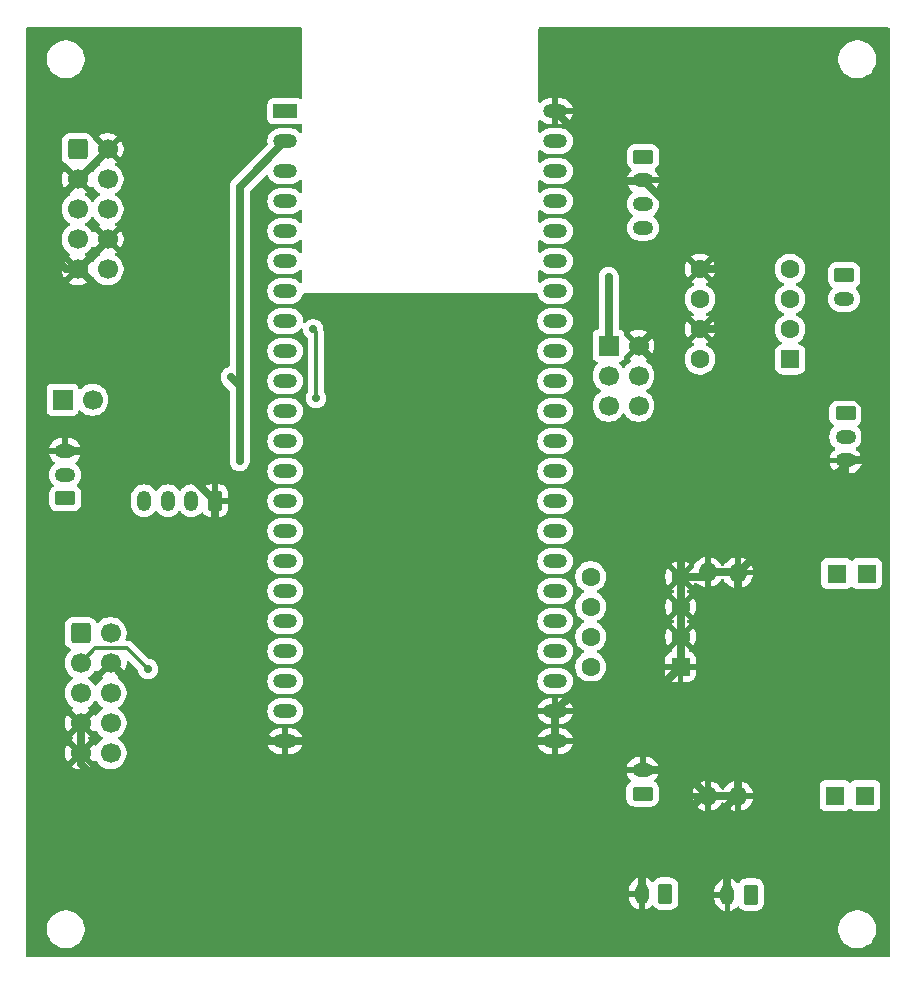
<source format=gbl>
%TF.GenerationSoftware,KiCad,Pcbnew,9.0.6*%
%TF.CreationDate,2026-01-05T15:15:04-05:00*%
%TF.ProjectId,OrganUniversalMCUboard,4f726761-6e55-46e6-9976-657273616c4d,rev?*%
%TF.SameCoordinates,Original*%
%TF.FileFunction,Copper,L2,Bot*%
%TF.FilePolarity,Positive*%
%FSLAX46Y46*%
G04 Gerber Fmt 4.6, Leading zero omitted, Abs format (unit mm)*
G04 Created by KiCad (PCBNEW 9.0.6) date 2026-01-05 15:15:04*
%MOMM*%
%LPD*%
G01*
G04 APERTURE LIST*
G04 Aperture macros list*
%AMRoundRect*
0 Rectangle with rounded corners*
0 $1 Rounding radius*
0 $2 $3 $4 $5 $6 $7 $8 $9 X,Y pos of 4 corners*
0 Add a 4 corners polygon primitive as box body*
4,1,4,$2,$3,$4,$5,$6,$7,$8,$9,$2,$3,0*
0 Add four circle primitives for the rounded corners*
1,1,$1+$1,$2,$3*
1,1,$1+$1,$4,$5*
1,1,$1+$1,$6,$7*
1,1,$1+$1,$8,$9*
0 Add four rect primitives between the rounded corners*
20,1,$1+$1,$2,$3,$4,$5,0*
20,1,$1+$1,$4,$5,$6,$7,0*
20,1,$1+$1,$6,$7,$8,$9,0*
20,1,$1+$1,$8,$9,$2,$3,0*%
G04 Aperture macros list end*
%TA.AperFunction,ComponentPad*%
%ADD10O,1.600000X1.600000*%
%TD*%
%TA.AperFunction,ComponentPad*%
%ADD11R,1.600000X1.600000*%
%TD*%
%TA.AperFunction,ComponentPad*%
%ADD12R,1.700000X1.700000*%
%TD*%
%TA.AperFunction,ComponentPad*%
%ADD13C,1.700000*%
%TD*%
%TA.AperFunction,ComponentPad*%
%ADD14RoundRect,0.250000X-0.625000X0.350000X-0.625000X-0.350000X0.625000X-0.350000X0.625000X0.350000X0*%
%TD*%
%TA.AperFunction,ComponentPad*%
%ADD15O,1.750000X1.200000*%
%TD*%
%TA.AperFunction,ComponentPad*%
%ADD16RoundRect,0.250000X-0.600000X-0.600000X0.600000X-0.600000X0.600000X0.600000X-0.600000X0.600000X0*%
%TD*%
%TA.AperFunction,ComponentPad*%
%ADD17RoundRect,0.250000X0.625000X-0.350000X0.625000X0.350000X-0.625000X0.350000X-0.625000X-0.350000X0*%
%TD*%
%TA.AperFunction,ComponentPad*%
%ADD18O,1.200000X1.750000*%
%TD*%
%TA.AperFunction,ComponentPad*%
%ADD19RoundRect,0.250000X0.350000X0.625000X-0.350000X0.625000X-0.350000X-0.625000X0.350000X-0.625000X0*%
%TD*%
%TA.AperFunction,ComponentPad*%
%ADD20RoundRect,0.250000X0.550000X0.550000X-0.550000X0.550000X-0.550000X-0.550000X0.550000X-0.550000X0*%
%TD*%
%TA.AperFunction,ComponentPad*%
%ADD21C,1.600000*%
%TD*%
%TA.AperFunction,ComponentPad*%
%ADD22R,2.000000X1.200000*%
%TD*%
%TA.AperFunction,ComponentPad*%
%ADD23O,2.000000X1.200000*%
%TD*%
%TA.AperFunction,ViaPad*%
%ADD24C,0.700000*%
%TD*%
%TA.AperFunction,Conductor*%
%ADD25C,0.700000*%
%TD*%
%TA.AperFunction,Conductor*%
%ADD26C,0.300000*%
%TD*%
G04 APERTURE END LIST*
D10*
%TO.P,A5V1,4,OUT-*%
%TO.N,GND*%
X124332999Y-96139002D03*
X126873000Y-96164401D03*
D11*
%TO.P,A5V1,3,OUT+*%
%TO.N,/Power/BUCK_5V*%
X137795000Y-96266001D03*
X135254997Y-96266001D03*
D10*
%TO.P,A5V1,2,IN-*%
%TO.N,GND*%
X124332999Y-115062001D03*
X126872999Y-115087402D03*
D11*
%TO.P,A5V1,1,IN+*%
%TO.N,/Power/VIN_PROT*%
X137668000Y-115062001D03*
X135127999Y-115062001D03*
%TD*%
D12*
%TO.P,JP1,1,A*%
%TO.N,Net-(JP1-A)*%
X69718000Y-81534000D03*
D13*
%TO.P,JP1,2,B*%
%TO.N,/BoardToBoardComms/CANH*%
X72258001Y-81534001D03*
%TD*%
D14*
%TO.P,J9,1,Pin_1*%
%TO.N,+3.3V*%
X118872000Y-60960000D03*
D15*
%TO.P,J9,2,Pin_2*%
%TO.N,GND*%
X118872000Y-62960000D03*
%TO.P,J9,3,Pin_3*%
%TO.N,/I2C_SDA*%
X118872000Y-64960000D03*
%TO.P,J9,4,Pin_4*%
%TO.N,/I2C_SCL*%
X118872001Y-66960001D03*
%TD*%
D16*
%TO.P,J7,1,Pin_1*%
%TO.N,+3.3V*%
X70993000Y-60325000D03*
D13*
%TO.P,J7,2,Pin_2*%
%TO.N,GND*%
X73533000Y-60325000D03*
%TO.P,J7,3,Pin_3*%
X70993000Y-62865000D03*
%TO.P,J7,4,Pin_4*%
%TO.N,Net-(J7-Pin_4)*%
X73533000Y-62865000D03*
%TO.P,J7,5,Pin_5*%
%TO.N,Net-(J7-Pin_5)*%
X70993000Y-65405000D03*
%TO.P,J7,6,Pin_6*%
%TO.N,Net-(J7-Pin_6)*%
X73533000Y-65405000D03*
%TO.P,J7,7,Pin_7*%
%TO.N,/I2S_MCLK*%
X70993000Y-67945000D03*
%TO.P,J7,8,Pin_8*%
%TO.N,GND*%
X73533000Y-67945000D03*
%TO.P,J7,9,Pin_9*%
X70993000Y-70485000D03*
%TO.P,J7,10,Pin_10*%
%TO.N,SYS_5V*%
X73533000Y-70485000D03*
%TD*%
D17*
%TO.P,J6,1,Pin_1*%
%TO.N,/BoardToBoardComms/CANH*%
X69935000Y-89884000D03*
D15*
%TO.P,J6,2,Pin_2*%
%TO.N,/BoardToBoardComms/CANL*%
X69935000Y-87884000D03*
%TO.P,J6,3,Pin_3*%
%TO.N,GND*%
X69935000Y-85884000D03*
%TD*%
D14*
%TO.P,J4,1,Pin_1*%
%TO.N,/MIDI/MIDI_THRU_P4*%
X136017000Y-82677000D03*
D15*
%TO.P,J4,2,Pin_2*%
%TO.N,/MIDI/MIDI_THRU_P5*%
X136017000Y-84677000D03*
%TO.P,J4,3,Pin_3*%
%TO.N,GND*%
X136017000Y-86677000D03*
%TD*%
D14*
%TO.P,J3,1,Pin_1*%
%TO.N,/MIDI/MIDI_IN_P4*%
X135890000Y-70993000D03*
D15*
%TO.P,J3,2,Pin_2*%
%TO.N,/MIDI/MIDI_IN_P5*%
X135890000Y-72993000D03*
%TD*%
D18*
%TO.P,J1,2,Pin_2*%
%TO.N,GND*%
X126016000Y-123444000D03*
D19*
%TO.P,J1,1,Pin_1*%
%TO.N,/Power/VIN_12V*%
X128016000Y-123444000D03*
%TD*%
D20*
%TO.P,U2,1,NC*%
%TO.N,unconnected-(U2-NC-Pad1)*%
X131312999Y-78105000D03*
D21*
%TO.P,U2,2,A*%
%TO.N,Net-(U2-A)*%
X131313000Y-75564997D03*
%TO.P,U2,3,C*%
%TO.N,/MIDI/MIDI_IN_P5*%
X131312999Y-73025000D03*
%TO.P,U2,4,NC*%
%TO.N,unconnected-(U2-NC-Pad4)*%
X131312999Y-70485000D03*
%TO.P,U2,5,GND*%
%TO.N,GND*%
X123692999Y-70485000D03*
%TO.P,U2,6,VO*%
%TO.N,/MIDI_GPIO*%
X123692998Y-73025000D03*
%TO.P,U2,7,EN*%
%TO.N,GND*%
X123692999Y-75565001D03*
%TO.P,U2,8,VCC*%
%TO.N,SYS_5V*%
X123692999Y-78105000D03*
%TD*%
D19*
%TO.P,J2,1,Pin_1*%
%TO.N,SYS_5V*%
X120761001Y-123359000D03*
D18*
%TO.P,J2,2,Pin_2*%
%TO.N,GND*%
X118761001Y-123359000D03*
%TD*%
D19*
%TO.P,J5,1,Pin_1*%
%TO.N,GND*%
X82629001Y-90084999D03*
D18*
%TO.P,J5,2,Pin_2*%
%TO.N,+3.3V*%
X80629001Y-90084999D03*
%TO.P,J5,3,Pin_3*%
%TO.N,/BoardToBoardComms/UART_TX_HDR*%
X78629001Y-90084999D03*
%TO.P,J5,4,Pin_4*%
%TO.N,/BoardToBoardComms/UART_RX_HDR*%
X76629000Y-90085000D03*
%TD*%
D17*
%TO.P,J10,1,Pin_1*%
%TO.N,SYS_5V*%
X118830000Y-114880900D03*
D15*
%TO.P,J10,2,Pin_2*%
%TO.N,GND*%
X118830000Y-112880900D03*
%TD*%
D22*
%TO.P,U1,1,3V3*%
%TO.N,+3.3V*%
X88570000Y-57107920D03*
D23*
%TO.P,U1,2,3V3*%
X88570000Y-59647920D03*
%TO.P,U1,3,CHIP_PU*%
%TO.N,unconnected-(U1-CHIP_PU-Pad3)*%
X88570000Y-62187920D03*
%TO.P,U1,4,GPIO4/ADC1_CH3*%
%TO.N,/I2S_BLCK*%
X88570000Y-64727920D03*
%TO.P,U1,5,GPIO5/ADC1_CH4*%
%TO.N,/I2S_LRCLK*%
X88570000Y-67267920D03*
%TO.P,U1,6,GPIO6/ADC1_CH5*%
%TO.N,/I2S_DIN*%
X88570000Y-69807920D03*
%TO.P,U1,7,GPIO7/ADC1_CH6*%
%TO.N,/I2S_MCLK*%
X88570000Y-72347920D03*
%TO.P,U1,8,GPIO15/ADC2_CH4/32K_P*%
%TO.N,/DIP1*%
X88570000Y-74887920D03*
%TO.P,U1,9,GPIO16/ADC2_CH5/32K_N*%
%TO.N,/COMM_RX*%
X88570000Y-77427920D03*
%TO.P,U1,10,GPIO17/ADC2_CH6*%
%TO.N,/MIDI_GPIO*%
X88570000Y-79967920D03*
%TO.P,U1,11,GPIO18/ADC2_CH7*%
%TO.N,/COMM_TX*%
X88570000Y-82507920D03*
%TO.P,U1,12,GPIO8/ADC1_CH7*%
%TO.N,/GPIO8*%
X88570000Y-85047920D03*
%TO.P,U1,13,GPIO3/ADC1_CH2*%
%TO.N,unconnected-(U1-GPIO3{slash}ADC1_CH2-Pad13)*%
X88570000Y-87587920D03*
%TO.P,U1,14,GPIO46*%
%TO.N,unconnected-(U1-GPIO46-Pad14)*%
X88570000Y-90127920D03*
%TO.P,U1,15,GPIO9/ADC1_CH8*%
%TO.N,/GPIO9*%
X88570000Y-92667920D03*
%TO.P,U1,16,GPIO10/ADC1_CH9*%
%TO.N,/SPI_CLR*%
X88570000Y-95207920D03*
%TO.P,U1,17,GPIO11/ADC2_CH0*%
%TO.N,/SPI_OE_N*%
X88570000Y-97747920D03*
%TO.P,U1,18,GPIO12/ADC2_CH1*%
%TO.N,/SPI_SCK*%
X88570000Y-100287920D03*
%TO.P,U1,19,GPIO13/ADC2_CH2*%
%TO.N,/SPI_MOSI*%
X88570000Y-102827920D03*
%TO.P,U1,20,GPIO14/ADC2_CH3*%
%TO.N,/SPI_LATCH*%
X88566320Y-105365200D03*
%TO.P,U1,21,5V*%
%TO.N,SYS_5V*%
X88566320Y-107905200D03*
%TO.P,U1,22,GND*%
%TO.N,GND*%
X88566320Y-110445200D03*
%TO.P,U1,23,GND*%
X111430000Y-110447920D03*
%TO.P,U1,24,GND*%
X111430000Y-107907920D03*
%TO.P,U1,25,GPIO19/USB_D-*%
%TO.N,unconnected-(U1-GPIO19{slash}USB_D--Pad25)*%
X111430000Y-105367920D03*
%TO.P,U1,26,GPIO20/USB_D+*%
%TO.N,unconnected-(U1-GPIO20{slash}USB_D+-Pad26)*%
X111430000Y-102827920D03*
%TO.P,U1,27,GPIO21*%
%TO.N,/DIP2*%
X111430000Y-100287920D03*
%TO.P,U1,28,GPIO47*%
%TO.N,/DIP3*%
X111430000Y-97747920D03*
%TO.P,U1,29,GPIO48*%
%TO.N,/DIP4*%
X111430000Y-95207920D03*
%TO.P,U1,30,GPIO45*%
%TO.N,unconnected-(U1-GPIO45-Pad30)*%
X111430000Y-92667920D03*
%TO.P,U1,31,GPIO0*%
%TO.N,unconnected-(U1-GPIO0-Pad31)*%
X111430000Y-90127920D03*
%TO.P,U1,32,GPIO35*%
%TO.N,/LED1*%
X111430000Y-87587920D03*
%TO.P,U1,33,GPIO36*%
%TO.N,/LED2*%
X111430000Y-85047920D03*
%TO.P,U1,34,GPIO37*%
%TO.N,/GPIO37*%
X111430000Y-82507920D03*
%TO.P,U1,35,GPIO38*%
%TO.N,/GPIO38*%
X111430000Y-79967920D03*
%TO.P,U1,36,GPIO39/MTCK*%
%TO.N,unconnected-(U1-GPIO39{slash}MTCK-Pad36)*%
X111430000Y-77427920D03*
%TO.P,U1,37,GPIO40/MTDO*%
%TO.N,unconnected-(U1-GPIO40{slash}MTDO-Pad37)*%
X111430000Y-74887920D03*
%TO.P,U1,38,GPIO41/MTDI*%
%TO.N,unconnected-(U1-GPIO41{slash}MTDI-Pad38)*%
X111430000Y-72347920D03*
%TO.P,U1,39,GPIO42/MTMS*%
%TO.N,unconnected-(U1-GPIO42{slash}MTMS-Pad39)*%
X111430000Y-69807920D03*
%TO.P,U1,40,GPIO2/ADC1_CH1*%
%TO.N,/I2C_SCL*%
X111430000Y-67267920D03*
%TO.P,U1,41,GPIO1/ADC1_CH0*%
%TO.N,/I2C_SDA*%
X111430000Y-64727920D03*
%TO.P,U1,42,GPIO44/U0RXD*%
%TO.N,unconnected-(U1-GPIO44{slash}U0RXD-Pad42)*%
X111430000Y-62187920D03*
%TO.P,U1,43,GPIO43/U0TXD*%
%TO.N,unconnected-(U1-GPIO43{slash}U0TXD-Pad43)*%
X111430000Y-59647920D03*
%TO.P,U1,44,GND*%
%TO.N,GND*%
X111430000Y-57107920D03*
%TD*%
D12*
%TO.P,J11,1,Pin_1*%
%TO.N,+3.3V*%
X115946000Y-76962000D03*
D13*
%TO.P,J11,2,Pin_2*%
%TO.N,GND*%
X118486000Y-76962000D03*
%TO.P,J11,3,Pin_3*%
%TO.N,/GPIO8*%
X115946000Y-79502000D03*
%TO.P,J11,4,Pin_4*%
%TO.N,/GPIO9*%
X118486000Y-79502000D03*
%TO.P,J11,5,Pin_5*%
%TO.N,/GPIO37*%
X115946000Y-82042000D03*
%TO.P,J11,6,Pin_6*%
%TO.N,/GPIO38*%
X118486000Y-82042000D03*
%TD*%
D16*
%TO.P,J8,1,Pin_1*%
%TO.N,Net-(J8-Pin_1)*%
X71247000Y-101290000D03*
D13*
%TO.P,J8,2,Pin_2*%
%TO.N,Net-(J8-Pin_2)*%
X73787000Y-101290000D03*
%TO.P,J8,3,Pin_3*%
%TO.N,Net-(J8-Pin_3)*%
X71247000Y-103830000D03*
%TO.P,J8,4,Pin_4*%
%TO.N,GND*%
X73787000Y-103830000D03*
%TO.P,J8,5,Pin_5*%
%TO.N,Net-(J8-Pin_5)*%
X71247000Y-106370000D03*
%TO.P,J8,6,Pin_6*%
%TO.N,Net-(J8-Pin_6)*%
X73787000Y-106370000D03*
%TO.P,J8,7,Pin_7*%
%TO.N,GND*%
X71247000Y-108910000D03*
%TO.P,J8,8,Pin_8*%
%TO.N,Net-(J8-Pin_8)*%
X73787000Y-108910000D03*
%TO.P,J8,9,Pin_9*%
%TO.N,GND*%
X71247000Y-111450000D03*
%TO.P,J8,10,Pin_10*%
%TO.N,unconnected-(J8-Pin_10-Pad10)*%
X73787000Y-111450000D03*
%TD*%
D20*
%TO.P,SW1,1*%
%TO.N,GND*%
X122042000Y-104127500D03*
D21*
%TO.P,SW1,2*%
X122042001Y-101587497D03*
%TO.P,SW1,3*%
X122042000Y-99047500D03*
%TO.P,SW1,4*%
X122042000Y-96507500D03*
%TO.P,SW1,5*%
%TO.N,/DIP4*%
X114422000Y-96507500D03*
%TO.P,SW1,6*%
%TO.N,/DIP3*%
X114421998Y-99047500D03*
%TO.P,SW1,7*%
%TO.N,/DIP2*%
X114422000Y-101587501D03*
%TO.P,SW1,8*%
%TO.N,/DIP1*%
X114422000Y-104127500D03*
%TD*%
D24*
%TO.N,GND*%
X105000000Y-87500000D03*
X137500000Y-102500000D03*
X132500000Y-123698000D03*
X90000000Y-122500000D03*
X115000000Y-117500000D03*
X82500000Y-55000000D03*
X82629001Y-95000000D03*
X127500000Y-55000000D03*
X135000000Y-62500000D03*
X132500000Y-125000000D03*
X92500000Y-117500000D03*
X72500000Y-120000000D03*
X125000000Y-127500000D03*
X77500000Y-122500000D03*
X100000000Y-100000000D03*
X77597000Y-54991000D03*
X137500000Y-105000000D03*
X77500000Y-125000000D03*
X107500000Y-117500000D03*
X127000000Y-74549000D03*
X107500000Y-87500000D03*
X87500000Y-55000000D03*
X105000000Y-102500000D03*
X80137000Y-72009000D03*
X80000000Y-95000000D03*
X132500000Y-60000000D03*
X70000000Y-117500000D03*
X129540000Y-98679000D03*
X95000000Y-97500000D03*
X102500000Y-90000000D03*
X77597000Y-59055000D03*
X116967000Y-127508000D03*
X85000000Y-95000000D03*
X75000000Y-122500000D03*
X82500000Y-122500000D03*
X130000000Y-62500000D03*
X135000000Y-105000000D03*
X134378700Y-88658700D03*
X72644000Y-75311000D03*
X85000000Y-52500000D03*
X125000000Y-57500000D03*
X95000000Y-127500000D03*
X69469000Y-83566000D03*
X135000000Y-107500000D03*
X115000000Y-52500000D03*
X102500000Y-75000000D03*
X95000000Y-100000000D03*
X137500000Y-110000000D03*
X82423000Y-59055000D03*
X120000000Y-57500000D03*
X110000000Y-127500000D03*
X75184000Y-75184000D03*
X122500000Y-55000000D03*
X100000000Y-117500000D03*
X113919000Y-72390000D03*
X95000000Y-112500000D03*
X102500000Y-112500000D03*
X126873001Y-101600000D03*
X125000000Y-52500000D03*
X77851000Y-72009000D03*
X97500000Y-102500000D03*
X102500000Y-127500000D03*
X97500000Y-97500000D03*
X85000000Y-117500000D03*
X97500000Y-100000000D03*
X105000000Y-122500000D03*
X102500000Y-100000000D03*
X112500000Y-122500000D03*
X120000000Y-52500000D03*
X80000000Y-127500000D03*
X80010000Y-60198000D03*
X132500000Y-110000000D03*
X135000000Y-102500000D03*
X87500000Y-127500000D03*
X133604000Y-74422000D03*
X97500000Y-75000000D03*
X83185000Y-69342000D03*
X77470000Y-85884000D03*
X80000000Y-52500000D03*
X100000000Y-77500000D03*
X130000000Y-57500000D03*
X80000000Y-97500000D03*
X100000000Y-97500000D03*
X131826000Y-127508000D03*
X99949000Y-105410000D03*
X80000000Y-117500000D03*
X80645000Y-69469000D03*
X120777000Y-72390000D03*
X105000000Y-105000000D03*
X130749467Y-92340000D03*
X135000000Y-110000000D03*
X100000000Y-90000000D03*
X107500000Y-90000000D03*
X102500000Y-102500000D03*
X117500000Y-55000000D03*
X82500000Y-97500000D03*
X132500000Y-65000000D03*
X97500000Y-122500000D03*
X132500000Y-107500000D03*
X128397000Y-101600000D03*
X130000000Y-110000000D03*
X130937000Y-84304751D03*
X105000000Y-90000000D03*
X95000000Y-102500000D03*
X120523000Y-86487000D03*
X75000000Y-52500000D03*
X102500000Y-87500000D03*
X100000000Y-102500000D03*
X127889000Y-98679000D03*
X127000000Y-72263000D03*
X127500000Y-60000000D03*
X137500000Y-107500000D03*
%TO.N,+3.3V*%
X83947000Y-79629000D03*
X84709000Y-86741000D03*
X115951000Y-71120000D03*
%TO.N,Net-(J8-Pin_3)*%
X76962000Y-104338000D03*
%TO.N,/DIP1*%
X90932000Y-75565000D03*
X91186000Y-81407000D03*
%TD*%
D25*
%TO.N,GND*%
X125222000Y-70485000D02*
X123692999Y-70485000D01*
X118486000Y-76962000D02*
X120523000Y-78999000D01*
X122151900Y-112880900D02*
X118830000Y-112880900D01*
X121920000Y-73528000D02*
X118486000Y-76962000D01*
X117330079Y-63007999D02*
X111430000Y-57107920D01*
X125730000Y-70993000D02*
X125222000Y-70485000D01*
X126873000Y-96164401D02*
X130378200Y-92659200D01*
X126873001Y-97409000D02*
X126873001Y-96164402D01*
X130378200Y-92659200D02*
X130697400Y-92340000D01*
X118761001Y-120214899D02*
X118761001Y-123359000D01*
X75692000Y-112720000D02*
X75692000Y-105735000D01*
X74549000Y-113863000D02*
X75692000Y-112720000D01*
X75184000Y-85884000D02*
X77470000Y-85884000D01*
X82629001Y-95000000D02*
X82629001Y-105782999D01*
X69935000Y-85884000D02*
X75184000Y-85884000D01*
X71117500Y-62859500D02*
X68947500Y-65029500D01*
X126873000Y-115087400D02*
X124358400Y-115087400D01*
X75692000Y-105735000D02*
X73787000Y-103830000D01*
X124333000Y-115062000D02*
X122151900Y-112880900D01*
X126016000Y-120962000D02*
X126016000Y-123444000D01*
X120505500Y-105664000D02*
X122042000Y-104127500D01*
X122042000Y-96507500D02*
X123964501Y-96507500D01*
X75184000Y-74546000D02*
X75184000Y-85884000D01*
X77470000Y-85884000D02*
X78428002Y-85884000D01*
X126000000Y-120946000D02*
X125999999Y-115960398D01*
X125730000Y-75057000D02*
X125730000Y-70993000D01*
X118913999Y-63007999D02*
X117330079Y-63007999D01*
X122042001Y-101587497D02*
X122042000Y-99047500D01*
X88566320Y-110445200D02*
X87291202Y-110445200D01*
X88984920Y-110447920D02*
X111430000Y-110447920D01*
X78428002Y-85884000D02*
X82629001Y-90084999D01*
X71247000Y-111450000D02*
X71247000Y-112339000D01*
X113673920Y-105664000D02*
X120505500Y-105664000D01*
X123692999Y-75565001D02*
X125221999Y-75565001D01*
X71247000Y-112339000D02*
X72771000Y-113863000D01*
X125730000Y-75057000D02*
X125730000Y-76454000D01*
X126000000Y-120946000D02*
X126016000Y-120962000D01*
X123964501Y-96507500D02*
X124332999Y-96139002D01*
X71117500Y-70479500D02*
X73657500Y-67939500D01*
X71247000Y-111450000D02*
X71247000Y-108910000D01*
X126873001Y-101600000D02*
X126873001Y-97409000D01*
X122042000Y-96507500D02*
X122042000Y-88006000D01*
X125730000Y-76454000D02*
X129032000Y-79756000D01*
X120523000Y-78999000D02*
X120523000Y-86487000D01*
X82629001Y-90084999D02*
X82629001Y-95000000D01*
X72771000Y-113863000D02*
X74549000Y-113863000D01*
X69971500Y-70479500D02*
X71117500Y-70479500D01*
X130937000Y-84304751D02*
X133961751Y-81280000D01*
X118913999Y-63007999D02*
X121920000Y-66014000D01*
X125999999Y-115960398D02*
X126873000Y-115087400D01*
X68947500Y-69455500D02*
X69971500Y-70479500D01*
X125221999Y-75565001D02*
X125730000Y-75057000D01*
X126873000Y-115087400D02*
X126873001Y-101600000D01*
X133961751Y-80621751D02*
X133096000Y-79756000D01*
X87291202Y-110445200D02*
X82629001Y-105782999D01*
X122042000Y-88006000D02*
X120523000Y-86487000D01*
X68947500Y-65029500D02*
X68947500Y-69455500D01*
X111430000Y-110447920D02*
X111430000Y-107907920D01*
X129032000Y-79756000D02*
X133096000Y-79756000D01*
X71117500Y-70479500D02*
X75184000Y-74546000D01*
X123913901Y-115062000D02*
X118761001Y-120214899D01*
X121920000Y-66014000D02*
X121920000Y-73528000D01*
X82629001Y-105782999D02*
X75692000Y-112720000D01*
X122042000Y-99047500D02*
X122042000Y-96507500D01*
X126873001Y-97409000D02*
X126873001Y-96164399D01*
X73657500Y-60319500D02*
X71117500Y-62859500D01*
X124332999Y-96138999D02*
X126847600Y-96138999D01*
X111430000Y-107907920D02*
X113673920Y-105664000D01*
X122042000Y-104127500D02*
X122042001Y-101587497D01*
%TO.N,+3.3V*%
X84709000Y-80391000D02*
X83947000Y-79629000D01*
X84709000Y-63508920D02*
X88570000Y-59647920D01*
X84709000Y-86741000D02*
X84709000Y-80391000D01*
X115951000Y-71120000D02*
X115951000Y-76957000D01*
X84709000Y-80391000D02*
X84709000Y-63508920D01*
D26*
%TO.N,Net-(J8-Pin_3)*%
X75203000Y-102579000D02*
X72498000Y-102579000D01*
X72498000Y-102579000D02*
X71247000Y-103830000D01*
X76962000Y-104338000D02*
X75203000Y-102579000D01*
%TO.N,/DIP1*%
X90932000Y-75565000D02*
X91186000Y-75819000D01*
X91186000Y-75819000D02*
X91186000Y-81407000D01*
D25*
%TO.N,GND*%
X130378200Y-92659200D02*
X134378700Y-88658700D01*
X130697400Y-92340000D02*
X130749467Y-92340000D01*
X136906000Y-81280000D02*
X137668000Y-82042000D01*
X137668000Y-86360000D02*
X137351000Y-86677000D01*
X133961751Y-81280000D02*
X136906000Y-81280000D01*
X136017000Y-87020401D02*
X136017000Y-86677000D01*
X133961751Y-81280000D02*
X133961751Y-80621751D01*
X137668000Y-82042000D02*
X137668000Y-86360000D01*
X134378700Y-88658700D02*
X136017000Y-87020401D01*
X137351000Y-86677000D02*
X136017000Y-86677000D01*
%TD*%
%TA.AperFunction,Conductor*%
%TO.N,GND*%
G36*
X125753275Y-114831686D02*
G01*
X125760368Y-114837402D01*
X126557313Y-114837402D01*
X126552919Y-114841796D01*
X126500258Y-114933008D01*
X126472999Y-115034741D01*
X126472999Y-115140063D01*
X126500258Y-115241796D01*
X126552919Y-115333008D01*
X126557313Y-115337402D01*
X125519762Y-115337402D01*
X125452723Y-115317717D01*
X125445630Y-115312001D01*
X124648685Y-115312001D01*
X124653079Y-115307607D01*
X124705740Y-115216395D01*
X124732999Y-115114662D01*
X124732999Y-115009340D01*
X124705740Y-114907607D01*
X124653079Y-114816395D01*
X124648685Y-114812001D01*
X125686236Y-114812001D01*
X125753275Y-114831686D01*
G37*
%TD.AperFunction*%
%TA.AperFunction,Conductor*%
G36*
X72362270Y-109671717D02*
G01*
X72362270Y-109671716D01*
X72401622Y-109617555D01*
X72406232Y-109608507D01*
X72454205Y-109557709D01*
X72522025Y-109540912D01*
X72588161Y-109563447D01*
X72627204Y-109608504D01*
X72631949Y-109617817D01*
X72756890Y-109789786D01*
X72907213Y-109940109D01*
X73079182Y-110065050D01*
X73087946Y-110069516D01*
X73138742Y-110117491D01*
X73155536Y-110185312D01*
X73132998Y-110251447D01*
X73087946Y-110290484D01*
X73079182Y-110294949D01*
X72907213Y-110419890D01*
X72756890Y-110570213D01*
X72631949Y-110742182D01*
X72627202Y-110751499D01*
X72579227Y-110802293D01*
X72511405Y-110819087D01*
X72445271Y-110796548D01*
X72406234Y-110751495D01*
X72401626Y-110742452D01*
X72362270Y-110688282D01*
X72362269Y-110688282D01*
X71729962Y-111320590D01*
X71712925Y-111257007D01*
X71647099Y-111142993D01*
X71554007Y-111049901D01*
X71439993Y-110984075D01*
X71376409Y-110967037D01*
X72008716Y-110334728D01*
X71954550Y-110295375D01*
X71944954Y-110290486D01*
X71894157Y-110242512D01*
X71877361Y-110174692D01*
X71899897Y-110108556D01*
X71944954Y-110069514D01*
X71954554Y-110064622D01*
X72008716Y-110025270D01*
X72008717Y-110025270D01*
X71376408Y-109392962D01*
X71439993Y-109375925D01*
X71554007Y-109310099D01*
X71647099Y-109217007D01*
X71712925Y-109102993D01*
X71729962Y-109039408D01*
X72362270Y-109671717D01*
G37*
%TD.AperFunction*%
%TA.AperFunction,Conductor*%
G36*
X72588444Y-107023999D02*
G01*
X72627486Y-107069056D01*
X72631951Y-107077820D01*
X72756890Y-107249786D01*
X72907213Y-107400109D01*
X73079182Y-107525050D01*
X73087946Y-107529516D01*
X73138742Y-107577491D01*
X73155536Y-107645312D01*
X73132998Y-107711447D01*
X73087946Y-107750484D01*
X73079182Y-107754949D01*
X72907213Y-107879890D01*
X72756890Y-108030213D01*
X72631949Y-108202182D01*
X72627202Y-108211499D01*
X72579227Y-108262293D01*
X72511405Y-108279087D01*
X72445271Y-108256548D01*
X72406234Y-108211495D01*
X72401626Y-108202452D01*
X72362270Y-108148282D01*
X72362269Y-108148282D01*
X71729962Y-108780590D01*
X71712925Y-108717007D01*
X71647099Y-108602993D01*
X71554007Y-108509901D01*
X71439993Y-108444075D01*
X71376409Y-108427037D01*
X72008716Y-107794728D01*
X71954547Y-107755373D01*
X71954547Y-107755372D01*
X71945500Y-107750763D01*
X71894706Y-107702788D01*
X71877912Y-107634966D01*
X71900451Y-107568832D01*
X71945508Y-107529793D01*
X71954816Y-107525051D01*
X72034007Y-107467515D01*
X72126786Y-107400109D01*
X72126788Y-107400106D01*
X72126792Y-107400104D01*
X72277104Y-107249792D01*
X72277106Y-107249788D01*
X72277109Y-107249786D01*
X72402048Y-107077820D01*
X72402047Y-107077820D01*
X72402051Y-107077816D01*
X72406514Y-107069054D01*
X72454488Y-107018259D01*
X72522308Y-107001463D01*
X72588444Y-107023999D01*
G37*
%TD.AperFunction*%
%TA.AperFunction,Conductor*%
G36*
X73321075Y-104022993D02*
G01*
X73386901Y-104137007D01*
X73479993Y-104230099D01*
X73594007Y-104295925D01*
X73657590Y-104312962D01*
X73025282Y-104945269D01*
X73025282Y-104945270D01*
X73079452Y-104984626D01*
X73079451Y-104984626D01*
X73088495Y-104989234D01*
X73139292Y-105037208D01*
X73156087Y-105105029D01*
X73133550Y-105171164D01*
X73088499Y-105210202D01*
X73079182Y-105214949D01*
X72907213Y-105339890D01*
X72756890Y-105490213D01*
X72631949Y-105662182D01*
X72627484Y-105670946D01*
X72579509Y-105721742D01*
X72511688Y-105738536D01*
X72445553Y-105715998D01*
X72406516Y-105670946D01*
X72402050Y-105662182D01*
X72277109Y-105490213D01*
X72126786Y-105339890D01*
X71954820Y-105214951D01*
X71954115Y-105214591D01*
X71946054Y-105210485D01*
X71895259Y-105162512D01*
X71878463Y-105094692D01*
X71900999Y-105028556D01*
X71946054Y-104989515D01*
X71954816Y-104985051D01*
X72013036Y-104942752D01*
X72126786Y-104860109D01*
X72126788Y-104860106D01*
X72126792Y-104860104D01*
X72277104Y-104709792D01*
X72277106Y-104709788D01*
X72277109Y-104709786D01*
X72362890Y-104591717D01*
X72402051Y-104537816D01*
X72406793Y-104528508D01*
X72454763Y-104477711D01*
X72522583Y-104460911D01*
X72588719Y-104483445D01*
X72627763Y-104528500D01*
X72632373Y-104537547D01*
X72671728Y-104591716D01*
X73304036Y-103959407D01*
X73321075Y-104022993D01*
G37*
%TD.AperFunction*%
%TA.AperFunction,Conductor*%
G36*
X125753277Y-95908687D02*
G01*
X125760368Y-95914401D01*
X126557314Y-95914401D01*
X126552920Y-95918795D01*
X126500259Y-96010007D01*
X126473000Y-96111740D01*
X126473000Y-96217062D01*
X126500259Y-96318795D01*
X126552920Y-96410007D01*
X126557314Y-96414401D01*
X125519761Y-96414401D01*
X125452722Y-96394716D01*
X125445631Y-96389002D01*
X124648685Y-96389002D01*
X124653079Y-96384608D01*
X124705740Y-96293396D01*
X124732999Y-96191663D01*
X124732999Y-96086341D01*
X124705740Y-95984608D01*
X124653079Y-95893396D01*
X124648685Y-95889002D01*
X125686238Y-95889002D01*
X125753277Y-95908687D01*
G37*
%TD.AperFunction*%
%TA.AperFunction,Conductor*%
G36*
X118020075Y-77154993D02*
G01*
X118085901Y-77269007D01*
X118178993Y-77362099D01*
X118293007Y-77427925D01*
X118356590Y-77444962D01*
X117724282Y-78077269D01*
X117724282Y-78077270D01*
X117778452Y-78116626D01*
X117778451Y-78116626D01*
X117787495Y-78121234D01*
X117838292Y-78169208D01*
X117855087Y-78237029D01*
X117832550Y-78303164D01*
X117787499Y-78342202D01*
X117778182Y-78346949D01*
X117606213Y-78471890D01*
X117455890Y-78622213D01*
X117330949Y-78794182D01*
X117326484Y-78802946D01*
X117278509Y-78853742D01*
X117210688Y-78870536D01*
X117144553Y-78847998D01*
X117105516Y-78802946D01*
X117101050Y-78794182D01*
X116976109Y-78622213D01*
X116862569Y-78508673D01*
X116829084Y-78447350D01*
X116834068Y-78377658D01*
X116875940Y-78321725D01*
X116906915Y-78304810D01*
X117038331Y-78255796D01*
X117153546Y-78169546D01*
X117239796Y-78054331D01*
X117290091Y-77919483D01*
X117296500Y-77859873D01*
X117296499Y-77849312D01*
X117316179Y-77782275D01*
X117332818Y-77761626D01*
X118003037Y-77091408D01*
X118020075Y-77154993D01*
G37*
%TD.AperFunction*%
%TA.AperFunction,Conductor*%
G36*
X73067075Y-68137993D02*
G01*
X73132901Y-68252007D01*
X73225993Y-68345099D01*
X73340007Y-68410925D01*
X73403590Y-68427962D01*
X72771282Y-69060269D01*
X72771282Y-69060270D01*
X72825452Y-69099626D01*
X72825451Y-69099626D01*
X72834495Y-69104234D01*
X72885292Y-69152208D01*
X72902087Y-69220029D01*
X72879550Y-69286164D01*
X72834499Y-69325202D01*
X72825182Y-69329949D01*
X72653213Y-69454890D01*
X72502890Y-69605213D01*
X72377949Y-69777182D01*
X72373202Y-69786499D01*
X72325227Y-69837293D01*
X72257405Y-69854087D01*
X72191271Y-69831548D01*
X72152234Y-69786495D01*
X72147626Y-69777452D01*
X72108270Y-69723282D01*
X72108269Y-69723282D01*
X71475962Y-70355590D01*
X71458925Y-70292007D01*
X71393099Y-70177993D01*
X71300007Y-70084901D01*
X71185993Y-70019075D01*
X71122409Y-70002037D01*
X71754716Y-69369728D01*
X71700547Y-69330373D01*
X71700547Y-69330372D01*
X71691500Y-69325763D01*
X71640706Y-69277788D01*
X71623912Y-69209966D01*
X71646451Y-69143832D01*
X71691508Y-69104793D01*
X71700816Y-69100051D01*
X71850828Y-68991062D01*
X71872786Y-68975109D01*
X71872788Y-68975106D01*
X71872792Y-68975104D01*
X72023104Y-68824792D01*
X72023106Y-68824788D01*
X72023109Y-68824786D01*
X72108890Y-68706717D01*
X72148051Y-68652816D01*
X72152793Y-68643508D01*
X72200763Y-68592711D01*
X72268583Y-68575911D01*
X72334719Y-68598445D01*
X72373763Y-68643500D01*
X72378373Y-68652547D01*
X72417728Y-68706716D01*
X73050037Y-68074408D01*
X73067075Y-68137993D01*
G37*
%TD.AperFunction*%
%TA.AperFunction,Conductor*%
G36*
X72334444Y-66058999D02*
G01*
X72373486Y-66104056D01*
X72377951Y-66112820D01*
X72502890Y-66284786D01*
X72653213Y-66435109D01*
X72825179Y-66560048D01*
X72825181Y-66560049D01*
X72825184Y-66560051D01*
X72834493Y-66564794D01*
X72885290Y-66612766D01*
X72902087Y-66680587D01*
X72879552Y-66746722D01*
X72834505Y-66785760D01*
X72825446Y-66790376D01*
X72825440Y-66790380D01*
X72771282Y-66829727D01*
X72771282Y-66829728D01*
X73403591Y-67462037D01*
X73340007Y-67479075D01*
X73225993Y-67544901D01*
X73132901Y-67637993D01*
X73067075Y-67752007D01*
X73050037Y-67815591D01*
X72417728Y-67183282D01*
X72417727Y-67183282D01*
X72378380Y-67237440D01*
X72378376Y-67237446D01*
X72373760Y-67246505D01*
X72325781Y-67297297D01*
X72257959Y-67314087D01*
X72191826Y-67291543D01*
X72152794Y-67246493D01*
X72148051Y-67237184D01*
X72148049Y-67237181D01*
X72148048Y-67237179D01*
X72023109Y-67065213D01*
X71872786Y-66914890D01*
X71700820Y-66789951D01*
X71692600Y-66785763D01*
X71692054Y-66785485D01*
X71641259Y-66737512D01*
X71624463Y-66669692D01*
X71646999Y-66603556D01*
X71692054Y-66564515D01*
X71700816Y-66560051D01*
X71742320Y-66529897D01*
X71872786Y-66435109D01*
X71872788Y-66435106D01*
X71872792Y-66435104D01*
X72023104Y-66284792D01*
X72023106Y-66284788D01*
X72023109Y-66284786D01*
X72148048Y-66112820D01*
X72148047Y-66112820D01*
X72148051Y-66112816D01*
X72152514Y-66104054D01*
X72200488Y-66053259D01*
X72268308Y-66036463D01*
X72334444Y-66058999D01*
G37*
%TD.AperFunction*%
%TA.AperFunction,Conductor*%
G36*
X72108270Y-63626717D02*
G01*
X72108270Y-63626716D01*
X72147622Y-63572555D01*
X72152232Y-63563507D01*
X72200205Y-63512709D01*
X72268025Y-63495912D01*
X72334161Y-63518447D01*
X72373204Y-63563504D01*
X72377949Y-63572817D01*
X72502890Y-63744786D01*
X72653213Y-63895109D01*
X72825182Y-64020050D01*
X72833946Y-64024516D01*
X72884742Y-64072491D01*
X72901536Y-64140312D01*
X72878998Y-64206447D01*
X72833946Y-64245484D01*
X72825182Y-64249949D01*
X72653213Y-64374890D01*
X72502890Y-64525213D01*
X72377949Y-64697182D01*
X72373484Y-64705946D01*
X72325509Y-64756742D01*
X72257688Y-64773536D01*
X72191553Y-64750998D01*
X72152516Y-64705946D01*
X72148050Y-64697182D01*
X72023109Y-64525213D01*
X71872786Y-64374890D01*
X71700817Y-64249949D01*
X71691504Y-64245204D01*
X71640707Y-64197230D01*
X71623912Y-64129409D01*
X71646449Y-64063274D01*
X71691507Y-64024232D01*
X71700555Y-64019622D01*
X71754716Y-63980270D01*
X71754717Y-63980270D01*
X71122408Y-63347962D01*
X71185993Y-63330925D01*
X71300007Y-63265099D01*
X71393099Y-63172007D01*
X71458925Y-63057993D01*
X71475962Y-62994409D01*
X72108270Y-63626717D01*
G37*
%TD.AperFunction*%
%TA.AperFunction,Conductor*%
G36*
X73067075Y-60517993D02*
G01*
X73132901Y-60632007D01*
X73225993Y-60725099D01*
X73340007Y-60790925D01*
X73403590Y-60807962D01*
X72771282Y-61440269D01*
X72771282Y-61440270D01*
X72825452Y-61479626D01*
X72825451Y-61479626D01*
X72834495Y-61484234D01*
X72885292Y-61532208D01*
X72902087Y-61600029D01*
X72879550Y-61666164D01*
X72834499Y-61705202D01*
X72825182Y-61709949D01*
X72653213Y-61834890D01*
X72502890Y-61985213D01*
X72377949Y-62157182D01*
X72373202Y-62166499D01*
X72325227Y-62217293D01*
X72257405Y-62234087D01*
X72191271Y-62211548D01*
X72152234Y-62166495D01*
X72147626Y-62157452D01*
X72108270Y-62103282D01*
X72108269Y-62103282D01*
X71475962Y-62735590D01*
X71458925Y-62672007D01*
X71393099Y-62557993D01*
X71300007Y-62464901D01*
X71185993Y-62399075D01*
X71122409Y-62382037D01*
X71758889Y-61745555D01*
X71769977Y-61692768D01*
X71819027Y-61643010D01*
X71840222Y-61633709D01*
X71912334Y-61609814D01*
X72061656Y-61517712D01*
X72185712Y-61393656D01*
X72277814Y-61244334D01*
X72301707Y-61172227D01*
X72341477Y-61114784D01*
X72405993Y-61087960D01*
X72416644Y-61087800D01*
X73050037Y-60454408D01*
X73067075Y-60517993D01*
G37*
%TD.AperFunction*%
%TA.AperFunction,Conductor*%
G36*
X89943039Y-50020185D02*
G01*
X89988794Y-50072989D01*
X90000000Y-50124500D01*
X90000000Y-55957607D01*
X89980315Y-56024646D01*
X89927511Y-56070401D01*
X89858353Y-56080345D01*
X89816578Y-56066442D01*
X89812333Y-56064124D01*
X89677482Y-56013828D01*
X89677483Y-56013828D01*
X89617883Y-56007421D01*
X89617881Y-56007420D01*
X89617873Y-56007420D01*
X89617864Y-56007420D01*
X87522129Y-56007420D01*
X87522123Y-56007421D01*
X87462516Y-56013828D01*
X87327671Y-56064122D01*
X87327664Y-56064126D01*
X87212455Y-56150372D01*
X87212452Y-56150375D01*
X87126206Y-56265584D01*
X87126202Y-56265591D01*
X87075908Y-56400437D01*
X87069501Y-56460036D01*
X87069500Y-56460055D01*
X87069500Y-57755790D01*
X87069501Y-57755796D01*
X87075908Y-57815403D01*
X87126202Y-57950248D01*
X87126206Y-57950255D01*
X87212452Y-58065464D01*
X87212455Y-58065467D01*
X87327664Y-58151713D01*
X87327671Y-58151717D01*
X87462517Y-58202011D01*
X87462516Y-58202011D01*
X87469444Y-58202755D01*
X87522127Y-58208420D01*
X89617872Y-58208419D01*
X89677483Y-58202011D01*
X89812331Y-58151716D01*
X89812333Y-58151713D01*
X89816571Y-58149401D01*
X89884844Y-58134548D01*
X89950308Y-58158963D01*
X89992181Y-58214896D01*
X90000000Y-58258232D01*
X90000000Y-58822216D01*
X89980315Y-58889255D01*
X89927511Y-58935010D01*
X89858353Y-58944954D01*
X89794797Y-58915929D01*
X89788319Y-58909897D01*
X89686930Y-58808508D01*
X89686928Y-58808506D01*
X89546788Y-58706688D01*
X89392445Y-58628047D01*
X89227701Y-58574518D01*
X89227699Y-58574517D01*
X89227698Y-58574517D01*
X89096271Y-58553701D01*
X89056611Y-58547420D01*
X88083389Y-58547420D01*
X88043728Y-58553701D01*
X87912302Y-58574517D01*
X87747552Y-58628048D01*
X87593211Y-58706688D01*
X87513256Y-58764779D01*
X87453072Y-58808506D01*
X87453070Y-58808508D01*
X87453069Y-58808508D01*
X87330588Y-58930989D01*
X87330588Y-58930990D01*
X87330586Y-58930992D01*
X87298975Y-58974501D01*
X87228768Y-59071131D01*
X87150128Y-59225472D01*
X87096597Y-59390222D01*
X87069500Y-59561309D01*
X87069500Y-59734531D01*
X87069499Y-59734531D01*
X87088479Y-59854364D01*
X87079524Y-59923657D01*
X87053687Y-59961442D01*
X84048375Y-62966754D01*
X84048372Y-62966758D01*
X83955299Y-63106050D01*
X83955292Y-63106063D01*
X83913156Y-63207792D01*
X83891185Y-63260833D01*
X83891182Y-63260845D01*
X83858500Y-63425148D01*
X83858500Y-78677677D01*
X83851059Y-78703017D01*
X83847306Y-78729163D01*
X83841369Y-78736017D01*
X83838815Y-78744716D01*
X83818856Y-78762009D01*
X83801563Y-78781977D01*
X83790793Y-78786327D01*
X83786011Y-78790471D01*
X83769462Y-78796646D01*
X83764134Y-78798211D01*
X83698918Y-78811184D01*
X83653584Y-78829962D01*
X83647465Y-78832496D01*
X83647453Y-78832500D01*
X83544143Y-78875292D01*
X83544130Y-78875299D01*
X83404838Y-78968372D01*
X83404834Y-78968375D01*
X83286375Y-79086834D01*
X83286372Y-79086838D01*
X83193297Y-79226133D01*
X83193296Y-79226136D01*
X83163866Y-79297188D01*
X83163866Y-79297189D01*
X83129184Y-79380917D01*
X83129182Y-79380925D01*
X83096500Y-79545228D01*
X83096500Y-79712771D01*
X83129182Y-79877075D01*
X83129185Y-79877085D01*
X83130934Y-79881307D01*
X83130932Y-79881307D01*
X83130936Y-79881312D01*
X83193292Y-80031856D01*
X83193299Y-80031869D01*
X83286372Y-80171161D01*
X83286375Y-80171165D01*
X83822181Y-80706970D01*
X83855666Y-80768293D01*
X83858500Y-80794651D01*
X83858500Y-86824771D01*
X83891182Y-86989074D01*
X83891184Y-86989082D01*
X83955295Y-87143860D01*
X84048373Y-87283162D01*
X84166837Y-87401626D01*
X84256523Y-87461552D01*
X84306137Y-87494703D01*
X84460918Y-87558816D01*
X84625228Y-87591499D01*
X84625232Y-87591500D01*
X84625233Y-87591500D01*
X84792768Y-87591500D01*
X84792769Y-87591499D01*
X84957082Y-87558816D01*
X85095915Y-87501309D01*
X87069500Y-87501309D01*
X87069500Y-87674531D01*
X87096598Y-87845621D01*
X87150127Y-88010365D01*
X87228768Y-88164708D01*
X87330586Y-88304848D01*
X87453072Y-88427334D01*
X87593212Y-88529152D01*
X87747555Y-88607793D01*
X87912299Y-88661322D01*
X88083389Y-88688420D01*
X88083390Y-88688420D01*
X89056610Y-88688420D01*
X89056611Y-88688420D01*
X89227701Y-88661322D01*
X89392445Y-88607793D01*
X89546788Y-88529152D01*
X89686928Y-88427334D01*
X89809414Y-88304848D01*
X89911232Y-88164708D01*
X89989873Y-88010365D01*
X90043402Y-87845621D01*
X90070500Y-87674531D01*
X90070500Y-87501309D01*
X109929500Y-87501309D01*
X109929500Y-87674531D01*
X109956598Y-87845621D01*
X110010127Y-88010365D01*
X110088768Y-88164708D01*
X110190586Y-88304848D01*
X110313072Y-88427334D01*
X110453212Y-88529152D01*
X110607555Y-88607793D01*
X110772299Y-88661322D01*
X110943389Y-88688420D01*
X110943390Y-88688420D01*
X111916610Y-88688420D01*
X111916611Y-88688420D01*
X112087701Y-88661322D01*
X112252445Y-88607793D01*
X112406788Y-88529152D01*
X112546928Y-88427334D01*
X112669414Y-88304848D01*
X112771232Y-88164708D01*
X112849873Y-88010365D01*
X112903402Y-87845621D01*
X112930500Y-87674531D01*
X112930500Y-87501309D01*
X112903402Y-87330219D01*
X112849873Y-87165475D01*
X112771232Y-87011132D01*
X112755206Y-86989074D01*
X112736134Y-86962823D01*
X112736132Y-86962821D01*
X112696530Y-86908314D01*
X112669414Y-86870992D01*
X112546928Y-86748506D01*
X112406788Y-86646688D01*
X112252445Y-86568047D01*
X112087701Y-86514518D01*
X112087699Y-86514517D01*
X112087698Y-86514517D01*
X111956271Y-86493701D01*
X111916611Y-86487420D01*
X110943389Y-86487420D01*
X110903728Y-86493701D01*
X110772302Y-86514517D01*
X110607552Y-86568048D01*
X110453211Y-86646688D01*
X110373256Y-86704779D01*
X110313072Y-86748506D01*
X110313070Y-86748508D01*
X110313069Y-86748508D01*
X110190588Y-86870989D01*
X110190588Y-86870990D01*
X110190586Y-86870992D01*
X110163470Y-86908314D01*
X110088768Y-87011131D01*
X110010128Y-87165472D01*
X109956597Y-87330222D01*
X109946559Y-87393602D01*
X109929500Y-87501309D01*
X90070500Y-87501309D01*
X90043402Y-87330219D01*
X89989873Y-87165475D01*
X89911232Y-87011132D01*
X89809414Y-86870992D01*
X89686928Y-86748506D01*
X89546788Y-86646688D01*
X89392445Y-86568047D01*
X89227701Y-86514518D01*
X89227699Y-86514517D01*
X89227698Y-86514517D01*
X89096271Y-86493701D01*
X89056611Y-86487420D01*
X88083389Y-86487420D01*
X88043728Y-86493701D01*
X87912302Y-86514517D01*
X87747552Y-86568048D01*
X87593211Y-86646688D01*
X87513256Y-86704779D01*
X87453072Y-86748506D01*
X87453070Y-86748508D01*
X87453069Y-86748508D01*
X87330588Y-86870989D01*
X87330588Y-86870990D01*
X87330586Y-86870992D01*
X87303470Y-86908314D01*
X87228768Y-87011131D01*
X87150128Y-87165472D01*
X87096597Y-87330222D01*
X87086559Y-87393602D01*
X87069500Y-87501309D01*
X85095915Y-87501309D01*
X85111863Y-87494703D01*
X85251162Y-87401626D01*
X85369626Y-87283162D01*
X85462703Y-87143863D01*
X85526816Y-86989082D01*
X85559500Y-86824767D01*
X85559500Y-84961309D01*
X87069500Y-84961309D01*
X87069500Y-85134531D01*
X87096598Y-85305621D01*
X87150127Y-85470365D01*
X87228768Y-85624708D01*
X87330586Y-85764848D01*
X87453072Y-85887334D01*
X87593212Y-85989152D01*
X87747555Y-86067793D01*
X87912299Y-86121322D01*
X88083389Y-86148420D01*
X88083390Y-86148420D01*
X89056610Y-86148420D01*
X89056611Y-86148420D01*
X89227701Y-86121322D01*
X89392445Y-86067793D01*
X89546788Y-85989152D01*
X89686928Y-85887334D01*
X89809414Y-85764848D01*
X89911232Y-85624708D01*
X89989873Y-85470365D01*
X90043402Y-85305621D01*
X90070500Y-85134531D01*
X90070500Y-84961309D01*
X109929500Y-84961309D01*
X109929500Y-85134531D01*
X109956598Y-85305621D01*
X110010127Y-85470365D01*
X110088768Y-85624708D01*
X110190586Y-85764848D01*
X110313072Y-85887334D01*
X110453212Y-85989152D01*
X110607555Y-86067793D01*
X110772299Y-86121322D01*
X110943389Y-86148420D01*
X110943390Y-86148420D01*
X111916610Y-86148420D01*
X111916611Y-86148420D01*
X112087701Y-86121322D01*
X112252445Y-86067793D01*
X112406788Y-85989152D01*
X112546928Y-85887334D01*
X112669414Y-85764848D01*
X112771232Y-85624708D01*
X112849873Y-85470365D01*
X112903402Y-85305621D01*
X112930500Y-85134531D01*
X112930500Y-84961309D01*
X112903402Y-84790219D01*
X112849873Y-84625475D01*
X112771232Y-84471132D01*
X112669414Y-84330992D01*
X112546928Y-84208506D01*
X112406788Y-84106688D01*
X112252445Y-84028047D01*
X112087701Y-83974518D01*
X112087699Y-83974517D01*
X112087698Y-83974517D01*
X111956271Y-83953701D01*
X111916611Y-83947420D01*
X110943389Y-83947420D01*
X110903728Y-83953701D01*
X110772302Y-83974517D01*
X110607552Y-84028048D01*
X110453211Y-84106688D01*
X110373256Y-84164779D01*
X110313072Y-84208506D01*
X110313070Y-84208508D01*
X110313069Y-84208508D01*
X110190588Y-84330989D01*
X110190588Y-84330990D01*
X110190586Y-84330992D01*
X110146859Y-84391176D01*
X110088768Y-84471131D01*
X110010128Y-84625472D01*
X109956597Y-84790222D01*
X109933715Y-84934697D01*
X109929500Y-84961309D01*
X90070500Y-84961309D01*
X90043402Y-84790219D01*
X89989873Y-84625475D01*
X89911232Y-84471132D01*
X89809414Y-84330992D01*
X89686928Y-84208506D01*
X89546788Y-84106688D01*
X89392445Y-84028047D01*
X89227701Y-83974518D01*
X89227699Y-83974517D01*
X89227698Y-83974517D01*
X89096271Y-83953701D01*
X89056611Y-83947420D01*
X88083389Y-83947420D01*
X88043728Y-83953701D01*
X87912302Y-83974517D01*
X87747552Y-84028048D01*
X87593211Y-84106688D01*
X87513256Y-84164779D01*
X87453072Y-84208506D01*
X87453070Y-84208508D01*
X87453069Y-84208508D01*
X87330588Y-84330989D01*
X87330588Y-84330990D01*
X87330586Y-84330992D01*
X87286859Y-84391176D01*
X87228768Y-84471131D01*
X87150128Y-84625472D01*
X87096597Y-84790222D01*
X87073715Y-84934697D01*
X87069500Y-84961309D01*
X85559500Y-84961309D01*
X85559500Y-82421309D01*
X87069500Y-82421309D01*
X87069500Y-82594530D01*
X87094094Y-82749816D01*
X87096598Y-82765621D01*
X87150127Y-82930365D01*
X87228768Y-83084708D01*
X87330586Y-83224848D01*
X87453072Y-83347334D01*
X87593212Y-83449152D01*
X87747555Y-83527793D01*
X87912299Y-83581322D01*
X88083389Y-83608420D01*
X88083390Y-83608420D01*
X89056610Y-83608420D01*
X89056611Y-83608420D01*
X89227701Y-83581322D01*
X89392445Y-83527793D01*
X89546788Y-83449152D01*
X89686928Y-83347334D01*
X89809414Y-83224848D01*
X89911232Y-83084708D01*
X89989873Y-82930365D01*
X90043402Y-82765621D01*
X90070500Y-82594531D01*
X90070500Y-82421309D01*
X109929500Y-82421309D01*
X109929500Y-82594530D01*
X109954094Y-82749816D01*
X109956598Y-82765621D01*
X110010127Y-82930365D01*
X110088768Y-83084708D01*
X110190586Y-83224848D01*
X110313072Y-83347334D01*
X110453212Y-83449152D01*
X110607555Y-83527793D01*
X110772299Y-83581322D01*
X110943389Y-83608420D01*
X110943390Y-83608420D01*
X111916610Y-83608420D01*
X111916611Y-83608420D01*
X112087701Y-83581322D01*
X112252445Y-83527793D01*
X112406788Y-83449152D01*
X112546928Y-83347334D01*
X112669414Y-83224848D01*
X112771232Y-83084708D01*
X112849873Y-82930365D01*
X112903402Y-82765621D01*
X112930500Y-82594531D01*
X112930500Y-82421309D01*
X112903402Y-82250219D01*
X112849873Y-82085475D01*
X112771232Y-81931132D01*
X112669414Y-81790992D01*
X112546928Y-81668506D01*
X112406788Y-81566688D01*
X112252445Y-81488047D01*
X112087701Y-81434518D01*
X112087699Y-81434517D01*
X112087698Y-81434517D01*
X111956271Y-81413701D01*
X111916611Y-81407420D01*
X110943389Y-81407420D01*
X110903728Y-81413701D01*
X110772302Y-81434517D01*
X110607552Y-81488048D01*
X110453211Y-81566688D01*
X110373256Y-81624779D01*
X110313072Y-81668506D01*
X110313070Y-81668508D01*
X110313069Y-81668508D01*
X110190588Y-81790989D01*
X110190588Y-81790990D01*
X110190586Y-81790992D01*
X110147540Y-81850240D01*
X110088768Y-81931131D01*
X110010128Y-82085472D01*
X109956597Y-82250222D01*
X109929500Y-82421309D01*
X90070500Y-82421309D01*
X90043402Y-82250219D01*
X89989873Y-82085475D01*
X89911232Y-81931132D01*
X89809414Y-81790992D01*
X89686928Y-81668506D01*
X89546788Y-81566688D01*
X89392445Y-81488047D01*
X89227701Y-81434518D01*
X89227699Y-81434517D01*
X89227698Y-81434517D01*
X89096271Y-81413701D01*
X89056611Y-81407420D01*
X88083389Y-81407420D01*
X88043728Y-81413701D01*
X87912302Y-81434517D01*
X87747552Y-81488048D01*
X87593211Y-81566688D01*
X87513256Y-81624779D01*
X87453072Y-81668506D01*
X87453070Y-81668508D01*
X87453069Y-81668508D01*
X87330588Y-81790989D01*
X87330588Y-81790990D01*
X87330586Y-81790992D01*
X87287540Y-81850240D01*
X87228768Y-81931131D01*
X87150128Y-82085472D01*
X87096597Y-82250222D01*
X87069500Y-82421309D01*
X85559500Y-82421309D01*
X85559500Y-80307233D01*
X85559500Y-79881307D01*
X87069500Y-79881307D01*
X87069500Y-80054530D01*
X87095193Y-80216755D01*
X87096598Y-80225621D01*
X87147341Y-80381792D01*
X87150128Y-80390367D01*
X87207970Y-80503890D01*
X87228768Y-80544708D01*
X87330586Y-80684848D01*
X87453072Y-80807334D01*
X87593212Y-80909152D01*
X87747555Y-80987793D01*
X87912299Y-81041322D01*
X88083389Y-81068420D01*
X88083390Y-81068420D01*
X89056610Y-81068420D01*
X89056611Y-81068420D01*
X89227701Y-81041322D01*
X89392445Y-80987793D01*
X89546788Y-80909152D01*
X89686928Y-80807334D01*
X89809414Y-80684848D01*
X89911232Y-80544708D01*
X89989873Y-80390365D01*
X90043402Y-80225621D01*
X90070500Y-80054531D01*
X90070500Y-79881309D01*
X90069829Y-79877075D01*
X90043806Y-79712771D01*
X90043402Y-79710219D01*
X89989873Y-79545475D01*
X89911232Y-79391132D01*
X89809414Y-79250992D01*
X89686928Y-79128506D01*
X89546788Y-79026688D01*
X89392445Y-78948047D01*
X89227701Y-78894518D01*
X89227699Y-78894517D01*
X89227698Y-78894517D01*
X89096271Y-78873701D01*
X89056611Y-78867420D01*
X88083389Y-78867420D01*
X88043728Y-78873701D01*
X87912302Y-78894517D01*
X87747552Y-78948048D01*
X87593211Y-79026688D01*
X87574409Y-79040349D01*
X87453072Y-79128506D01*
X87453070Y-79128508D01*
X87453069Y-79128508D01*
X87330588Y-79250989D01*
X87330588Y-79250990D01*
X87330586Y-79250992D01*
X87297023Y-79297188D01*
X87228768Y-79391131D01*
X87150128Y-79545472D01*
X87096597Y-79710222D01*
X87069500Y-79881307D01*
X85559500Y-79881307D01*
X85559500Y-77341309D01*
X87069500Y-77341309D01*
X87069500Y-77514530D01*
X87083952Y-77605781D01*
X87096598Y-77685621D01*
X87150127Y-77850365D01*
X87228768Y-78004708D01*
X87330586Y-78144848D01*
X87453072Y-78267334D01*
X87593212Y-78369152D01*
X87747555Y-78447793D01*
X87912299Y-78501322D01*
X88083389Y-78528420D01*
X88083390Y-78528420D01*
X89056610Y-78528420D01*
X89056611Y-78528420D01*
X89227701Y-78501322D01*
X89392445Y-78447793D01*
X89546788Y-78369152D01*
X89686928Y-78267334D01*
X89809414Y-78144848D01*
X89911232Y-78004708D01*
X89989873Y-77850365D01*
X90043402Y-77685621D01*
X90070500Y-77514531D01*
X90070500Y-77341309D01*
X90043402Y-77170219D01*
X89989873Y-77005475D01*
X89911232Y-76851132D01*
X89809414Y-76710992D01*
X89686928Y-76588506D01*
X89546788Y-76486688D01*
X89498335Y-76462000D01*
X89392447Y-76408048D01*
X89392446Y-76408047D01*
X89392445Y-76408047D01*
X89227701Y-76354518D01*
X89227699Y-76354517D01*
X89227698Y-76354517D01*
X89096271Y-76333701D01*
X89056611Y-76327420D01*
X88083389Y-76327420D01*
X88043728Y-76333701D01*
X87912302Y-76354517D01*
X87747552Y-76408048D01*
X87593211Y-76486688D01*
X87513256Y-76544779D01*
X87453072Y-76588506D01*
X87453070Y-76588508D01*
X87453069Y-76588508D01*
X87330588Y-76710989D01*
X87330588Y-76710990D01*
X87330586Y-76710992D01*
X87287556Y-76770217D01*
X87228768Y-76851131D01*
X87150128Y-77005472D01*
X87096597Y-77170222D01*
X87069500Y-77341309D01*
X85559500Y-77341309D01*
X85559500Y-74801309D01*
X87069500Y-74801309D01*
X87069500Y-74974531D01*
X87096598Y-75145621D01*
X87150127Y-75310365D01*
X87228768Y-75464708D01*
X87330586Y-75604848D01*
X87453072Y-75727334D01*
X87593212Y-75829152D01*
X87747555Y-75907793D01*
X87912299Y-75961322D01*
X88083389Y-75988420D01*
X88083390Y-75988420D01*
X89056610Y-75988420D01*
X89056611Y-75988420D01*
X89227701Y-75961322D01*
X89392445Y-75907793D01*
X89546788Y-75829152D01*
X89686928Y-75727334D01*
X89809414Y-75604848D01*
X89857182Y-75539100D01*
X89912512Y-75496435D01*
X89982125Y-75490456D01*
X90043920Y-75523062D01*
X90078277Y-75583900D01*
X90081500Y-75611986D01*
X90081500Y-75648771D01*
X90114182Y-75813074D01*
X90114184Y-75813082D01*
X90178295Y-75967860D01*
X90271373Y-76107162D01*
X90389834Y-76225623D01*
X90389838Y-76225626D01*
X90480391Y-76286132D01*
X90525196Y-76339744D01*
X90535500Y-76389234D01*
X90535500Y-80812068D01*
X90515815Y-80879107D01*
X90514602Y-80880959D01*
X90432295Y-81004139D01*
X90368184Y-81158917D01*
X90368182Y-81158925D01*
X90335500Y-81323228D01*
X90335500Y-81490771D01*
X90368182Y-81655074D01*
X90368184Y-81655082D01*
X90432295Y-81809860D01*
X90525373Y-81949162D01*
X90643837Y-82067626D01*
X90736494Y-82129537D01*
X90783137Y-82160703D01*
X90937918Y-82224816D01*
X91065629Y-82250219D01*
X91102228Y-82257499D01*
X91102232Y-82257500D01*
X91102233Y-82257500D01*
X91269768Y-82257500D01*
X91269769Y-82257499D01*
X91434082Y-82224816D01*
X91588863Y-82160703D01*
X91728162Y-82067626D01*
X91846626Y-81949162D01*
X91939703Y-81809863D01*
X92003816Y-81655082D01*
X92036500Y-81490767D01*
X92036500Y-81323233D01*
X92003816Y-81158918D01*
X91942917Y-81011896D01*
X91939704Y-81004139D01*
X91857398Y-80880959D01*
X91836520Y-80814281D01*
X91836500Y-80812068D01*
X91836500Y-79881307D01*
X109929500Y-79881307D01*
X109929500Y-80054530D01*
X109955193Y-80216755D01*
X109956598Y-80225621D01*
X110007341Y-80381792D01*
X110010128Y-80390367D01*
X110067970Y-80503890D01*
X110088768Y-80544708D01*
X110190586Y-80684848D01*
X110313072Y-80807334D01*
X110453212Y-80909152D01*
X110607555Y-80987793D01*
X110772299Y-81041322D01*
X110943389Y-81068420D01*
X110943390Y-81068420D01*
X111916610Y-81068420D01*
X111916611Y-81068420D01*
X112087701Y-81041322D01*
X112252445Y-80987793D01*
X112406788Y-80909152D01*
X112546928Y-80807334D01*
X112669414Y-80684848D01*
X112771232Y-80544708D01*
X112849873Y-80390365D01*
X112903402Y-80225621D01*
X112930500Y-80054531D01*
X112930500Y-79881309D01*
X112929829Y-79877075D01*
X112903806Y-79712771D01*
X112903402Y-79710219D01*
X112849873Y-79545475D01*
X112771232Y-79391132D01*
X112669414Y-79250992D01*
X112546928Y-79128506D01*
X112406788Y-79026688D01*
X112252445Y-78948047D01*
X112087701Y-78894518D01*
X112087699Y-78894517D01*
X112087698Y-78894517D01*
X111956271Y-78873701D01*
X111916611Y-78867420D01*
X110943389Y-78867420D01*
X110903728Y-78873701D01*
X110772302Y-78894517D01*
X110607552Y-78948048D01*
X110453211Y-79026688D01*
X110434409Y-79040349D01*
X110313072Y-79128506D01*
X110313070Y-79128508D01*
X110313069Y-79128508D01*
X110190588Y-79250989D01*
X110190588Y-79250990D01*
X110190586Y-79250992D01*
X110157023Y-79297188D01*
X110088768Y-79391131D01*
X110010128Y-79545472D01*
X109956597Y-79710222D01*
X109929500Y-79881307D01*
X91836500Y-79881307D01*
X91836500Y-77341309D01*
X109929500Y-77341309D01*
X109929500Y-77514530D01*
X109943952Y-77605781D01*
X109956598Y-77685621D01*
X110010127Y-77850365D01*
X110088768Y-78004708D01*
X110190586Y-78144848D01*
X110313072Y-78267334D01*
X110453212Y-78369152D01*
X110607555Y-78447793D01*
X110772299Y-78501322D01*
X110943389Y-78528420D01*
X110943390Y-78528420D01*
X111916610Y-78528420D01*
X111916611Y-78528420D01*
X112087701Y-78501322D01*
X112252445Y-78447793D01*
X112406788Y-78369152D01*
X112546928Y-78267334D01*
X112669414Y-78144848D01*
X112771232Y-78004708D01*
X112849873Y-77850365D01*
X112903402Y-77685621D01*
X112930500Y-77514531D01*
X112930500Y-77341309D01*
X112903402Y-77170219D01*
X112849873Y-77005475D01*
X112771232Y-76851132D01*
X112669414Y-76710992D01*
X112546928Y-76588506D01*
X112406788Y-76486688D01*
X112358335Y-76462000D01*
X112252447Y-76408048D01*
X112252446Y-76408047D01*
X112252445Y-76408047D01*
X112087701Y-76354518D01*
X112087699Y-76354517D01*
X112087698Y-76354517D01*
X111956271Y-76333701D01*
X111916611Y-76327420D01*
X110943389Y-76327420D01*
X110903728Y-76333701D01*
X110772302Y-76354517D01*
X110607552Y-76408048D01*
X110453211Y-76486688D01*
X110373256Y-76544779D01*
X110313072Y-76588506D01*
X110313070Y-76588508D01*
X110313069Y-76588508D01*
X110190588Y-76710989D01*
X110190588Y-76710990D01*
X110190586Y-76710992D01*
X110147556Y-76770217D01*
X110088768Y-76851131D01*
X110010128Y-77005472D01*
X109956597Y-77170222D01*
X109929500Y-77341309D01*
X91836500Y-77341309D01*
X91836500Y-76064135D01*
X114595500Y-76064135D01*
X114595500Y-77859870D01*
X114595501Y-77859876D01*
X114601908Y-77919483D01*
X114652202Y-78054328D01*
X114652206Y-78054335D01*
X114738452Y-78169544D01*
X114738455Y-78169547D01*
X114853664Y-78255793D01*
X114853671Y-78255797D01*
X114985082Y-78304810D01*
X115041016Y-78346681D01*
X115065433Y-78412145D01*
X115050582Y-78480418D01*
X115029431Y-78508673D01*
X114915889Y-78622215D01*
X114790951Y-78794179D01*
X114694444Y-78983585D01*
X114628753Y-79185760D01*
X114595500Y-79395713D01*
X114595500Y-79608286D01*
X114611644Y-79710219D01*
X114628754Y-79818243D01*
X114649246Y-79881312D01*
X114694444Y-80020414D01*
X114790951Y-80209820D01*
X114915890Y-80381786D01*
X115066213Y-80532109D01*
X115238182Y-80657050D01*
X115246946Y-80661516D01*
X115297742Y-80709491D01*
X115314536Y-80777312D01*
X115291998Y-80843447D01*
X115246946Y-80882484D01*
X115238182Y-80886949D01*
X115066213Y-81011890D01*
X114915890Y-81162213D01*
X114790951Y-81334179D01*
X114694444Y-81523585D01*
X114628753Y-81725760D01*
X114595500Y-81935713D01*
X114595500Y-82148286D01*
X114615883Y-82276983D01*
X114628754Y-82358243D01*
X114673162Y-82494917D01*
X114694444Y-82560414D01*
X114790951Y-82749820D01*
X114915890Y-82921786D01*
X115066213Y-83072109D01*
X115238179Y-83197048D01*
X115238181Y-83197049D01*
X115238184Y-83197051D01*
X115427588Y-83293557D01*
X115629757Y-83359246D01*
X115839713Y-83392500D01*
X115839714Y-83392500D01*
X116052286Y-83392500D01*
X116052287Y-83392500D01*
X116262243Y-83359246D01*
X116464412Y-83293557D01*
X116653816Y-83197051D01*
X116677567Y-83179795D01*
X116825786Y-83072109D01*
X116825788Y-83072106D01*
X116825792Y-83072104D01*
X116976104Y-82921792D01*
X116976106Y-82921788D01*
X116976109Y-82921786D01*
X117101048Y-82749820D01*
X117101047Y-82749820D01*
X117101051Y-82749816D01*
X117105514Y-82741054D01*
X117153488Y-82690259D01*
X117221308Y-82673463D01*
X117287444Y-82695999D01*
X117326484Y-82741054D01*
X117326736Y-82741547D01*
X117330951Y-82749820D01*
X117455890Y-82921786D01*
X117606213Y-83072109D01*
X117778179Y-83197048D01*
X117778181Y-83197049D01*
X117778184Y-83197051D01*
X117967588Y-83293557D01*
X118169757Y-83359246D01*
X118379713Y-83392500D01*
X118379714Y-83392500D01*
X118592286Y-83392500D01*
X118592287Y-83392500D01*
X118802243Y-83359246D01*
X119004412Y-83293557D01*
X119193816Y-83197051D01*
X119217567Y-83179795D01*
X119365786Y-83072109D01*
X119365788Y-83072106D01*
X119365792Y-83072104D01*
X119516104Y-82921792D01*
X119516106Y-82921788D01*
X119516109Y-82921786D01*
X119641048Y-82749820D01*
X119641047Y-82749820D01*
X119641051Y-82749816D01*
X119737557Y-82560412D01*
X119803246Y-82358243D01*
X119816115Y-82276991D01*
X119816116Y-82276983D01*
X134641500Y-82276983D01*
X134641500Y-83077001D01*
X134641501Y-83077019D01*
X134652000Y-83179796D01*
X134652001Y-83179799D01*
X134666930Y-83224850D01*
X134707186Y-83346334D01*
X134799288Y-83495656D01*
X134923344Y-83619712D01*
X134987543Y-83659310D01*
X135034268Y-83711258D01*
X135045489Y-83780221D01*
X135017646Y-83844303D01*
X135010128Y-83852530D01*
X134902585Y-83960073D01*
X134800768Y-84100211D01*
X134722128Y-84254552D01*
X134668597Y-84419302D01*
X134660388Y-84471132D01*
X134641500Y-84590389D01*
X134641500Y-84763611D01*
X134668598Y-84934701D01*
X134722127Y-85099445D01*
X134800768Y-85253788D01*
X134902586Y-85393928D01*
X135025072Y-85516414D01*
X135108449Y-85576991D01*
X135151114Y-85632322D01*
X135157093Y-85701935D01*
X135124487Y-85763730D01*
X135108448Y-85777627D01*
X135025404Y-85837961D01*
X135025399Y-85837965D01*
X134902967Y-85960397D01*
X134801195Y-86100475D01*
X134722591Y-86254744D01*
X134669085Y-86419415D01*
X134667884Y-86426999D01*
X134667885Y-86427000D01*
X135736670Y-86427000D01*
X135716925Y-86446745D01*
X135667556Y-86532255D01*
X135642000Y-86627630D01*
X135642000Y-86726370D01*
X135667556Y-86821745D01*
X135716925Y-86907255D01*
X135736670Y-86927000D01*
X134667885Y-86927000D01*
X134669085Y-86934584D01*
X134722591Y-87099255D01*
X134801195Y-87253524D01*
X134902967Y-87393602D01*
X135025397Y-87516032D01*
X135165475Y-87617804D01*
X135319742Y-87696408D01*
X135484415Y-87749914D01*
X135655429Y-87777000D01*
X135767000Y-87777000D01*
X135767000Y-86957330D01*
X135786745Y-86977075D01*
X135872255Y-87026444D01*
X135967630Y-87052000D01*
X136066370Y-87052000D01*
X136161745Y-87026444D01*
X136247255Y-86977075D01*
X136267000Y-86957330D01*
X136267000Y-87777000D01*
X136378571Y-87777000D01*
X136549584Y-87749914D01*
X136714257Y-87696408D01*
X136868524Y-87617804D01*
X137008602Y-87516032D01*
X137131032Y-87393602D01*
X137232804Y-87253524D01*
X137311408Y-87099255D01*
X137364914Y-86934584D01*
X137366115Y-86927000D01*
X136297330Y-86927000D01*
X136317075Y-86907255D01*
X136366444Y-86821745D01*
X136392000Y-86726370D01*
X136392000Y-86627630D01*
X136366444Y-86532255D01*
X136317075Y-86446745D01*
X136297330Y-86427000D01*
X137366115Y-86427000D01*
X137366115Y-86426999D01*
X137364914Y-86419415D01*
X137311408Y-86254744D01*
X137232804Y-86100475D01*
X137131032Y-85960397D01*
X137008602Y-85837967D01*
X136925551Y-85777628D01*
X136882885Y-85722298D01*
X136876906Y-85652685D01*
X136909511Y-85590889D01*
X136925551Y-85576991D01*
X137008928Y-85516414D01*
X137131414Y-85393928D01*
X137233232Y-85253788D01*
X137311873Y-85099445D01*
X137365402Y-84934701D01*
X137392500Y-84763611D01*
X137392500Y-84590389D01*
X137365402Y-84419299D01*
X137311873Y-84254555D01*
X137233232Y-84100212D01*
X137131414Y-83960072D01*
X137023872Y-83852530D01*
X136990387Y-83791207D01*
X136995371Y-83721515D01*
X137037243Y-83665582D01*
X137046457Y-83659310D01*
X137110656Y-83619712D01*
X137234712Y-83495656D01*
X137326814Y-83346334D01*
X137381999Y-83179797D01*
X137392500Y-83077009D01*
X137392499Y-82276992D01*
X137389764Y-82250222D01*
X137381999Y-82174203D01*
X137381998Y-82174200D01*
X137377526Y-82160704D01*
X137326814Y-82007666D01*
X137234712Y-81858344D01*
X137110656Y-81734288D01*
X136961334Y-81642186D01*
X136794797Y-81587001D01*
X136794795Y-81587000D01*
X136692010Y-81576500D01*
X135341998Y-81576500D01*
X135341981Y-81576501D01*
X135239203Y-81587000D01*
X135239200Y-81587001D01*
X135072668Y-81642185D01*
X135072663Y-81642187D01*
X134923342Y-81734289D01*
X134799289Y-81858342D01*
X134707187Y-82007663D01*
X134707185Y-82007668D01*
X134687317Y-82067626D01*
X134652001Y-82174203D01*
X134652001Y-82174204D01*
X134652000Y-82174204D01*
X134641500Y-82276983D01*
X119816116Y-82276983D01*
X119819688Y-82254436D01*
X119819688Y-82254435D01*
X119836500Y-82148287D01*
X119836500Y-81935713D01*
X119824246Y-81858344D01*
X119803246Y-81725757D01*
X119737557Y-81523588D01*
X119641051Y-81334184D01*
X119641049Y-81334181D01*
X119641048Y-81334179D01*
X119516109Y-81162213D01*
X119365786Y-81011890D01*
X119193820Y-80886951D01*
X119193115Y-80886591D01*
X119185054Y-80882485D01*
X119134259Y-80834512D01*
X119117463Y-80766692D01*
X119139999Y-80700556D01*
X119185054Y-80661515D01*
X119193816Y-80657051D01*
X119266751Y-80604061D01*
X119365786Y-80532109D01*
X119365788Y-80532106D01*
X119365792Y-80532104D01*
X119516104Y-80381792D01*
X119516106Y-80381788D01*
X119516109Y-80381786D01*
X119629571Y-80225617D01*
X119641051Y-80209816D01*
X119737557Y-80020412D01*
X119803246Y-79818243D01*
X119836500Y-79608287D01*
X119836500Y-79395713D01*
X119803246Y-79185757D01*
X119737557Y-78983588D01*
X119641051Y-78794184D01*
X119641049Y-78794181D01*
X119641048Y-78794179D01*
X119516109Y-78622213D01*
X119365786Y-78471890D01*
X119193817Y-78346949D01*
X119184504Y-78342204D01*
X119133707Y-78294230D01*
X119116912Y-78226409D01*
X119139449Y-78160274D01*
X119184507Y-78121232D01*
X119193555Y-78116622D01*
X119247716Y-78077270D01*
X119247717Y-78077270D01*
X118615408Y-77444962D01*
X118678993Y-77427925D01*
X118793007Y-77362099D01*
X118886099Y-77269007D01*
X118951925Y-77154993D01*
X118968962Y-77091408D01*
X119601270Y-77723717D01*
X119601270Y-77723716D01*
X119640622Y-77669554D01*
X119737095Y-77480217D01*
X119802757Y-77278130D01*
X119802757Y-77278127D01*
X119836000Y-77068246D01*
X119836000Y-76855753D01*
X119802757Y-76645872D01*
X119802757Y-76645869D01*
X119737095Y-76443782D01*
X119640624Y-76254449D01*
X119601270Y-76200282D01*
X119601269Y-76200282D01*
X118968962Y-76832590D01*
X118951925Y-76769007D01*
X118886099Y-76654993D01*
X118793007Y-76561901D01*
X118678993Y-76496075D01*
X118615409Y-76479037D01*
X119247716Y-75846728D01*
X119193550Y-75807375D01*
X119004217Y-75710904D01*
X118802129Y-75645242D01*
X118592246Y-75612000D01*
X118379754Y-75612000D01*
X118169872Y-75645242D01*
X118169869Y-75645242D01*
X117967782Y-75710904D01*
X117778439Y-75807380D01*
X117724282Y-75846727D01*
X117724282Y-75846728D01*
X118356591Y-76479037D01*
X118293007Y-76496075D01*
X118178993Y-76561901D01*
X118085901Y-76654993D01*
X118020075Y-76769007D01*
X118003037Y-76832591D01*
X117332818Y-76162372D01*
X117299333Y-76101049D01*
X117299330Y-76101036D01*
X117296499Y-76088015D01*
X117296499Y-76064128D01*
X117290091Y-76004517D01*
X117258029Y-75918554D01*
X117239798Y-75869673D01*
X117239793Y-75869664D01*
X117153547Y-75754455D01*
X117153544Y-75754452D01*
X117038335Y-75668206D01*
X117038328Y-75668202D01*
X116903483Y-75617909D01*
X116896980Y-75616372D01*
X116871240Y-75601713D01*
X116844297Y-75589409D01*
X116841216Y-75584615D01*
X116836266Y-75581796D01*
X116822538Y-75555552D01*
X116806523Y-75530631D01*
X116805393Y-75522773D01*
X116803882Y-75519884D01*
X116801500Y-75495696D01*
X116801500Y-72922648D01*
X122392498Y-72922648D01*
X122392498Y-73127351D01*
X122424520Y-73329534D01*
X122487779Y-73524223D01*
X122580713Y-73706613D01*
X122701026Y-73872213D01*
X122845784Y-74016971D01*
X123000747Y-74129556D01*
X123011388Y-74137287D01*
X123077532Y-74170989D01*
X123104629Y-74184796D01*
X123155425Y-74232771D01*
X123172220Y-74300592D01*
X123149682Y-74366727D01*
X123104629Y-74405766D01*
X123011643Y-74453144D01*
X122967076Y-74485524D01*
X122967076Y-74485525D01*
X123646553Y-75165001D01*
X123640338Y-75165001D01*
X123538605Y-75192260D01*
X123447393Y-75244921D01*
X123372919Y-75319395D01*
X123320258Y-75410607D01*
X123292999Y-75512340D01*
X123292999Y-75518554D01*
X122613523Y-74839078D01*
X122613522Y-74839078D01*
X122581142Y-74883645D01*
X122488243Y-75065969D01*
X122425008Y-75260583D01*
X122392999Y-75462683D01*
X122392999Y-75667318D01*
X122425008Y-75869418D01*
X122488243Y-76064032D01*
X122581140Y-76246351D01*
X122581146Y-76246360D01*
X122613522Y-76290922D01*
X122613523Y-76290923D01*
X123292999Y-75611447D01*
X123292999Y-75617662D01*
X123320258Y-75719395D01*
X123372919Y-75810607D01*
X123447393Y-75885081D01*
X123538605Y-75937742D01*
X123640338Y-75965001D01*
X123646552Y-75965001D01*
X122967075Y-76644475D01*
X123011649Y-76676860D01*
X123104627Y-76724235D01*
X123155423Y-76772210D01*
X123172218Y-76840031D01*
X123149681Y-76906165D01*
X123104628Y-76945204D01*
X123011387Y-76992713D01*
X122845785Y-77113028D01*
X122701027Y-77257786D01*
X122580714Y-77423386D01*
X122487780Y-77605776D01*
X122424521Y-77800465D01*
X122392499Y-78002648D01*
X122392499Y-78207351D01*
X122424521Y-78409534D01*
X122487780Y-78604223D01*
X122539134Y-78705009D01*
X122578351Y-78781977D01*
X122580714Y-78786613D01*
X122701027Y-78952213D01*
X122845785Y-79096971D01*
X122967991Y-79185757D01*
X123011389Y-79217287D01*
X123077539Y-79250992D01*
X123193775Y-79310218D01*
X123193777Y-79310218D01*
X123193780Y-79310220D01*
X123284855Y-79339812D01*
X123388464Y-79373477D01*
X123435489Y-79380925D01*
X123590647Y-79405500D01*
X123590648Y-79405500D01*
X123795350Y-79405500D01*
X123795351Y-79405500D01*
X123997533Y-79373477D01*
X124192218Y-79310220D01*
X124374609Y-79217287D01*
X124503481Y-79123657D01*
X124540212Y-79096971D01*
X124540214Y-79096968D01*
X124540218Y-79096966D01*
X124684965Y-78952219D01*
X124684967Y-78952215D01*
X124684970Y-78952213D01*
X124744311Y-78870536D01*
X124805286Y-78786610D01*
X124898219Y-78604219D01*
X124961476Y-78409534D01*
X124993499Y-78207352D01*
X124993499Y-78002648D01*
X124961476Y-77800466D01*
X124955565Y-77782275D01*
X124898217Y-77605776D01*
X124846864Y-77504991D01*
X124805286Y-77423390D01*
X124760756Y-77362099D01*
X124684970Y-77257786D01*
X124540212Y-77113028D01*
X124374612Y-76992715D01*
X124374611Y-76992714D01*
X124374609Y-76992713D01*
X124314331Y-76962000D01*
X124281370Y-76945205D01*
X124230574Y-76897230D01*
X124213779Y-76829409D01*
X124236317Y-76763274D01*
X124281371Y-76724235D01*
X124374345Y-76676862D01*
X124374346Y-76676862D01*
X124418920Y-76644475D01*
X123739446Y-75965001D01*
X123745660Y-75965001D01*
X123847393Y-75937742D01*
X123938605Y-75885081D01*
X124013079Y-75810607D01*
X124065740Y-75719395D01*
X124092999Y-75617662D01*
X124092999Y-75611449D01*
X124772473Y-76290923D01*
X124772473Y-76290922D01*
X124804858Y-76246350D01*
X124897754Y-76064032D01*
X124960989Y-75869418D01*
X124992999Y-75667318D01*
X124992999Y-75462683D01*
X124960989Y-75260583D01*
X124897754Y-75065969D01*
X124804858Y-74883651D01*
X124772473Y-74839078D01*
X124772473Y-74839077D01*
X124092999Y-75518552D01*
X124092999Y-75512340D01*
X124065740Y-75410607D01*
X124013079Y-75319395D01*
X123938605Y-75244921D01*
X123847393Y-75192260D01*
X123745660Y-75165001D01*
X123739445Y-75165001D01*
X124418921Y-74485525D01*
X124418920Y-74485524D01*
X124374358Y-74453148D01*
X124374349Y-74453142D01*
X124281367Y-74405765D01*
X124230571Y-74357790D01*
X124213776Y-74289969D01*
X124236314Y-74223834D01*
X124281368Y-74184795D01*
X124374608Y-74137287D01*
X124496806Y-74048506D01*
X124540211Y-74016971D01*
X124540213Y-74016968D01*
X124540217Y-74016966D01*
X124684964Y-73872219D01*
X124684966Y-73872215D01*
X124684969Y-73872213D01*
X124737730Y-73799590D01*
X124805285Y-73706610D01*
X124898218Y-73524219D01*
X124961475Y-73329534D01*
X124993498Y-73127352D01*
X124993498Y-72922648D01*
X124963825Y-72735302D01*
X124961475Y-72720465D01*
X124924158Y-72605617D01*
X124898218Y-72525781D01*
X124898216Y-72525778D01*
X124898216Y-72525776D01*
X124851723Y-72434530D01*
X124805285Y-72343390D01*
X124756377Y-72276073D01*
X124684969Y-72177786D01*
X124540211Y-72033028D01*
X124374612Y-71912715D01*
X124281368Y-71865205D01*
X124230572Y-71817230D01*
X124213777Y-71749409D01*
X124236314Y-71683275D01*
X124281369Y-71644235D01*
X124374345Y-71596861D01*
X124374346Y-71596861D01*
X124418920Y-71564474D01*
X123739446Y-70885000D01*
X123745660Y-70885000D01*
X123847393Y-70857741D01*
X123938605Y-70805080D01*
X124013079Y-70730606D01*
X124065740Y-70639394D01*
X124092999Y-70537661D01*
X124092999Y-70531448D01*
X124772473Y-71210922D01*
X124772473Y-71210921D01*
X124804858Y-71166349D01*
X124897754Y-70984031D01*
X124960989Y-70789417D01*
X124992999Y-70587317D01*
X124992999Y-70382682D01*
X124992994Y-70382648D01*
X130012499Y-70382648D01*
X130012499Y-70587352D01*
X130013391Y-70592983D01*
X130044521Y-70789534D01*
X130107780Y-70984223D01*
X130134281Y-71036233D01*
X130200584Y-71166359D01*
X130200714Y-71166613D01*
X130321027Y-71332213D01*
X130465785Y-71476971D01*
X130586225Y-71564474D01*
X130631389Y-71597287D01*
X130712074Y-71638398D01*
X130724079Y-71644515D01*
X130774875Y-71692490D01*
X130791670Y-71760311D01*
X130769133Y-71826446D01*
X130724079Y-71865485D01*
X130631385Y-71912715D01*
X130465785Y-72033028D01*
X130321027Y-72177786D01*
X130200714Y-72343386D01*
X130107780Y-72525776D01*
X130044521Y-72720465D01*
X130012499Y-72922648D01*
X130012499Y-73127351D01*
X130044521Y-73329534D01*
X130107780Y-73524223D01*
X130200714Y-73706613D01*
X130321027Y-73872213D01*
X130465785Y-74016971D01*
X130631384Y-74137284D01*
X130631386Y-74137285D01*
X130631389Y-74137287D01*
X130724077Y-74184513D01*
X130774872Y-74232487D01*
X130791667Y-74300308D01*
X130769130Y-74366443D01*
X130724077Y-74405482D01*
X130631388Y-74452710D01*
X130465786Y-74573025D01*
X130321028Y-74717783D01*
X130200715Y-74883383D01*
X130107781Y-75065773D01*
X130044522Y-75260462D01*
X130020742Y-75410607D01*
X130012500Y-75462645D01*
X130012500Y-75667349D01*
X130012636Y-75668206D01*
X130044522Y-75869531D01*
X130107781Y-76064220D01*
X130157793Y-76162372D01*
X130200587Y-76246360D01*
X130200715Y-76246610D01*
X130321028Y-76412210D01*
X130465786Y-76556968D01*
X130559453Y-76625020D01*
X130602119Y-76680349D01*
X130608098Y-76749963D01*
X130575493Y-76811758D01*
X130525573Y-76843044D01*
X130443665Y-76870186D01*
X130443662Y-76870187D01*
X130294341Y-76962289D01*
X130170288Y-77086342D01*
X130078186Y-77235663D01*
X130078185Y-77235666D01*
X130023000Y-77402203D01*
X130023000Y-77402204D01*
X130022999Y-77402204D01*
X130012499Y-77504983D01*
X130012499Y-78705001D01*
X130012500Y-78705018D01*
X130022999Y-78807796D01*
X130023000Y-78807799D01*
X130069474Y-78948047D01*
X130078185Y-78974334D01*
X130170287Y-79123656D01*
X130294343Y-79247712D01*
X130443665Y-79339814D01*
X130610202Y-79394999D01*
X130712990Y-79405500D01*
X131913007Y-79405499D01*
X132015796Y-79394999D01*
X132182333Y-79339814D01*
X132331655Y-79247712D01*
X132455711Y-79123656D01*
X132547813Y-78974334D01*
X132602998Y-78807797D01*
X132613499Y-78705009D01*
X132613498Y-77504992D01*
X132602998Y-77402203D01*
X132547813Y-77235666D01*
X132455711Y-77086344D01*
X132331655Y-76962288D01*
X132182333Y-76870186D01*
X132100425Y-76843044D01*
X132042981Y-76803272D01*
X132016158Y-76738756D01*
X132028473Y-76669981D01*
X132066543Y-76625021D01*
X132160219Y-76556963D01*
X132304966Y-76412216D01*
X132304968Y-76412212D01*
X132304971Y-76412210D01*
X132370992Y-76321338D01*
X132425287Y-76246607D01*
X132518220Y-76064216D01*
X132581477Y-75869531D01*
X132613500Y-75667349D01*
X132613500Y-75462645D01*
X132581477Y-75260463D01*
X132559316Y-75192260D01*
X132552127Y-75170134D01*
X132518220Y-75065778D01*
X132518218Y-75065775D01*
X132518218Y-75065773D01*
X132435980Y-74904374D01*
X132425287Y-74883387D01*
X132393094Y-74839077D01*
X132304971Y-74717783D01*
X132160213Y-74573025D01*
X131994613Y-74452712D01*
X131994612Y-74452711D01*
X131994610Y-74452710D01*
X131901922Y-74405483D01*
X131851126Y-74357508D01*
X131834331Y-74289687D01*
X131856869Y-74223552D01*
X131901920Y-74184514D01*
X131994609Y-74137287D01*
X132116807Y-74048506D01*
X132160212Y-74016971D01*
X132160214Y-74016968D01*
X132160218Y-74016966D01*
X132304965Y-73872219D01*
X132304967Y-73872215D01*
X132304970Y-73872213D01*
X132357731Y-73799590D01*
X132425286Y-73706610D01*
X132518219Y-73524219D01*
X132581476Y-73329534D01*
X132613499Y-73127352D01*
X132613499Y-72922648D01*
X132583826Y-72735302D01*
X132581476Y-72720465D01*
X132544159Y-72605617D01*
X132518219Y-72525781D01*
X132518217Y-72525778D01*
X132518217Y-72525776D01*
X132471724Y-72434530D01*
X132425286Y-72343390D01*
X132376378Y-72276073D01*
X132304970Y-72177786D01*
X132160212Y-72033028D01*
X131994613Y-71912715D01*
X131988005Y-71909348D01*
X131901916Y-71865483D01*
X131851122Y-71817511D01*
X131834327Y-71749690D01*
X131856864Y-71683555D01*
X131901916Y-71644516D01*
X131994609Y-71597287D01*
X132085761Y-71531062D01*
X132160212Y-71476971D01*
X132160214Y-71476968D01*
X132160218Y-71476966D01*
X132304965Y-71332219D01*
X132304967Y-71332215D01*
X132304970Y-71332213D01*
X132357731Y-71259590D01*
X132425286Y-71166610D01*
X132518219Y-70984219D01*
X132581476Y-70789534D01*
X132612607Y-70592983D01*
X134514500Y-70592983D01*
X134514500Y-71393001D01*
X134514501Y-71393019D01*
X134525000Y-71495796D01*
X134525001Y-71495799D01*
X134574281Y-71644515D01*
X134580186Y-71662334D01*
X134672288Y-71811656D01*
X134796344Y-71935712D01*
X134860543Y-71975310D01*
X134907268Y-72027258D01*
X134918489Y-72096221D01*
X134890646Y-72160303D01*
X134883128Y-72168530D01*
X134775585Y-72276073D01*
X134673768Y-72416211D01*
X134595128Y-72570552D01*
X134595127Y-72570554D01*
X134595127Y-72570555D01*
X134584511Y-72603228D01*
X134541597Y-72735302D01*
X134514500Y-72906389D01*
X134514500Y-73079610D01*
X134531561Y-73187334D01*
X134541598Y-73250701D01*
X134595127Y-73415445D01*
X134673768Y-73569788D01*
X134775586Y-73709928D01*
X134898072Y-73832414D01*
X135038212Y-73934232D01*
X135192555Y-74012873D01*
X135357299Y-74066402D01*
X135528389Y-74093500D01*
X135528390Y-74093500D01*
X136251610Y-74093500D01*
X136251611Y-74093500D01*
X136422701Y-74066402D01*
X136587445Y-74012873D01*
X136741788Y-73934232D01*
X136881928Y-73832414D01*
X137004414Y-73709928D01*
X137106232Y-73569788D01*
X137184873Y-73415445D01*
X137238402Y-73250701D01*
X137265500Y-73079611D01*
X137265500Y-72906389D01*
X137238402Y-72735299D01*
X137184873Y-72570555D01*
X137106232Y-72416212D01*
X137004414Y-72276072D01*
X136896872Y-72168530D01*
X136863387Y-72107207D01*
X136868371Y-72037515D01*
X136910243Y-71981582D01*
X136919457Y-71975310D01*
X136983656Y-71935712D01*
X137107712Y-71811656D01*
X137199814Y-71662334D01*
X137254999Y-71495797D01*
X137265500Y-71393009D01*
X137265499Y-70592992D01*
X137264919Y-70587317D01*
X137254999Y-70490203D01*
X137254998Y-70490200D01*
X137244783Y-70459373D01*
X137199814Y-70323666D01*
X137107712Y-70174344D01*
X136983656Y-70050288D01*
X136877807Y-69985000D01*
X136834336Y-69958187D01*
X136834331Y-69958185D01*
X136832862Y-69957698D01*
X136667797Y-69903001D01*
X136667795Y-69903000D01*
X136565010Y-69892500D01*
X135214998Y-69892500D01*
X135214981Y-69892501D01*
X135112203Y-69903000D01*
X135112200Y-69903001D01*
X134945668Y-69958185D01*
X134945663Y-69958187D01*
X134796342Y-70050289D01*
X134672289Y-70174342D01*
X134580187Y-70323663D01*
X134580186Y-70323666D01*
X134525001Y-70490203D01*
X134525001Y-70490204D01*
X134525000Y-70490204D01*
X134514500Y-70592983D01*
X132612607Y-70592983D01*
X132613499Y-70587352D01*
X132613499Y-70382648D01*
X132595578Y-70269500D01*
X132581476Y-70180465D01*
X132539179Y-70050289D01*
X132518219Y-69985781D01*
X132518217Y-69985778D01*
X132518217Y-69985776D01*
X132425418Y-69803650D01*
X132425286Y-69803390D01*
X132406432Y-69777439D01*
X132304970Y-69637786D01*
X132160212Y-69493028D01*
X131994612Y-69372715D01*
X131994611Y-69372714D01*
X131994609Y-69372713D01*
X131911526Y-69330380D01*
X131812222Y-69279781D01*
X131617533Y-69216522D01*
X131442994Y-69188878D01*
X131415351Y-69184500D01*
X131210647Y-69184500D01*
X131186328Y-69188351D01*
X131008464Y-69216522D01*
X130813775Y-69279781D01*
X130631385Y-69372715D01*
X130465785Y-69493028D01*
X130321027Y-69637786D01*
X130200714Y-69803386D01*
X130107780Y-69985776D01*
X130044521Y-70180465D01*
X130015089Y-70366295D01*
X130012499Y-70382648D01*
X124992994Y-70382648D01*
X124960989Y-70180582D01*
X124897754Y-69985968D01*
X124804858Y-69803650D01*
X124772473Y-69759077D01*
X124772473Y-69759076D01*
X124092999Y-70438551D01*
X124092999Y-70432339D01*
X124065740Y-70330606D01*
X124013079Y-70239394D01*
X123938605Y-70164920D01*
X123847393Y-70112259D01*
X123745660Y-70085000D01*
X123739445Y-70085000D01*
X124418921Y-69405524D01*
X124418920Y-69405523D01*
X124374358Y-69373147D01*
X124374349Y-69373141D01*
X124192030Y-69280244D01*
X123997416Y-69217009D01*
X123795316Y-69185000D01*
X123590682Y-69185000D01*
X123388581Y-69217009D01*
X123193967Y-69280244D01*
X123011643Y-69373143D01*
X122967076Y-69405523D01*
X122967076Y-69405524D01*
X123646553Y-70085000D01*
X123640338Y-70085000D01*
X123538605Y-70112259D01*
X123447393Y-70164920D01*
X123372919Y-70239394D01*
X123320258Y-70330606D01*
X123292999Y-70432339D01*
X123292999Y-70438553D01*
X122613523Y-69759077D01*
X122613522Y-69759077D01*
X122581142Y-69803644D01*
X122488243Y-69985968D01*
X122425008Y-70180582D01*
X122392999Y-70382682D01*
X122392999Y-70587317D01*
X122425008Y-70789417D01*
X122488243Y-70984031D01*
X122581140Y-71166350D01*
X122581146Y-71166359D01*
X122613522Y-71210921D01*
X122613523Y-71210922D01*
X123292999Y-70531446D01*
X123292999Y-70537661D01*
X123320258Y-70639394D01*
X123372919Y-70730606D01*
X123447393Y-70805080D01*
X123538605Y-70857741D01*
X123640338Y-70885000D01*
X123646552Y-70885000D01*
X122967075Y-71564474D01*
X123011651Y-71596861D01*
X123104627Y-71644234D01*
X123155424Y-71692208D01*
X123172219Y-71760029D01*
X123149682Y-71826164D01*
X123104629Y-71865203D01*
X123011386Y-71912713D01*
X122845784Y-72033028D01*
X122701026Y-72177786D01*
X122580713Y-72343386D01*
X122487779Y-72525776D01*
X122424520Y-72720465D01*
X122392498Y-72922648D01*
X116801500Y-72922648D01*
X116801500Y-71036232D01*
X116801499Y-71036228D01*
X116794972Y-71003414D01*
X116768816Y-70871918D01*
X116704703Y-70717137D01*
X116648901Y-70633624D01*
X116611626Y-70577837D01*
X116493162Y-70459373D01*
X116353860Y-70366295D01*
X116199082Y-70302184D01*
X116199074Y-70302182D01*
X116034771Y-70269500D01*
X116034767Y-70269500D01*
X115867233Y-70269500D01*
X115867228Y-70269500D01*
X115702925Y-70302182D01*
X115702917Y-70302184D01*
X115548139Y-70366295D01*
X115408837Y-70459373D01*
X115290373Y-70577837D01*
X115197295Y-70717139D01*
X115133184Y-70871917D01*
X115133182Y-70871925D01*
X115100500Y-71036228D01*
X115100500Y-75494486D01*
X115080815Y-75561525D01*
X115028011Y-75607280D01*
X114996050Y-75616048D01*
X114996068Y-75616124D01*
X114993951Y-75616624D01*
X114989753Y-75617776D01*
X114988516Y-75617908D01*
X114853671Y-75668202D01*
X114853664Y-75668206D01*
X114738455Y-75754452D01*
X114738452Y-75754455D01*
X114652206Y-75869664D01*
X114652202Y-75869671D01*
X114601908Y-76004517D01*
X114595501Y-76064116D01*
X114595500Y-76064135D01*
X91836500Y-76064135D01*
X91836500Y-75754928D01*
X91811502Y-75629261D01*
X91811501Y-75629260D01*
X91811501Y-75629256D01*
X91806030Y-75616048D01*
X91791939Y-75582028D01*
X91782500Y-75534576D01*
X91782500Y-75481232D01*
X91782499Y-75481228D01*
X91768452Y-75410607D01*
X91749816Y-75316918D01*
X91685703Y-75162137D01*
X91654537Y-75115494D01*
X91592626Y-75022837D01*
X91474165Y-74904376D01*
X91474160Y-74904372D01*
X91466928Y-74899540D01*
X91466926Y-74899539D01*
X91334860Y-74811295D01*
X91310752Y-74801309D01*
X109929500Y-74801309D01*
X109929500Y-74974531D01*
X109956598Y-75145621D01*
X110010127Y-75310365D01*
X110088768Y-75464708D01*
X110190586Y-75604848D01*
X110313072Y-75727334D01*
X110453212Y-75829152D01*
X110607555Y-75907793D01*
X110772299Y-75961322D01*
X110943389Y-75988420D01*
X110943390Y-75988420D01*
X111916610Y-75988420D01*
X111916611Y-75988420D01*
X112087701Y-75961322D01*
X112252445Y-75907793D01*
X112406788Y-75829152D01*
X112546928Y-75727334D01*
X112669414Y-75604848D01*
X112771232Y-75464708D01*
X112849873Y-75310365D01*
X112903402Y-75145621D01*
X112930500Y-74974531D01*
X112930500Y-74801309D01*
X112903402Y-74630219D01*
X112849873Y-74465475D01*
X112771232Y-74311132D01*
X112669414Y-74170992D01*
X112546928Y-74048506D01*
X112406788Y-73946688D01*
X112252445Y-73868047D01*
X112087701Y-73814518D01*
X112087699Y-73814517D01*
X112087698Y-73814517D01*
X111956271Y-73793701D01*
X111916611Y-73787420D01*
X110943389Y-73787420D01*
X110903728Y-73793701D01*
X110772302Y-73814517D01*
X110607552Y-73868048D01*
X110453211Y-73946688D01*
X110373256Y-74004779D01*
X110313072Y-74048506D01*
X110313070Y-74048508D01*
X110313069Y-74048508D01*
X110190588Y-74170989D01*
X110190588Y-74170990D01*
X110190586Y-74170992D01*
X110180558Y-74184795D01*
X110088768Y-74311131D01*
X110010128Y-74465472D01*
X109956597Y-74630222D01*
X109929500Y-74801309D01*
X91310752Y-74801309D01*
X91180082Y-74747184D01*
X91180074Y-74747182D01*
X91015771Y-74714500D01*
X91015767Y-74714500D01*
X90848233Y-74714500D01*
X90848228Y-74714500D01*
X90683925Y-74747182D01*
X90683917Y-74747184D01*
X90529139Y-74811295D01*
X90389837Y-74904373D01*
X90389834Y-74904376D01*
X90282181Y-75012030D01*
X90220858Y-75045515D01*
X90151166Y-75040531D01*
X90095233Y-74998659D01*
X90070816Y-74933195D01*
X90070500Y-74924349D01*
X90070500Y-74801309D01*
X90043402Y-74630222D01*
X90043402Y-74630219D01*
X89989873Y-74465475D01*
X89911232Y-74311132D01*
X89809414Y-74170992D01*
X89686928Y-74048506D01*
X89546788Y-73946688D01*
X89392445Y-73868047D01*
X89227701Y-73814518D01*
X89227699Y-73814517D01*
X89227698Y-73814517D01*
X89096271Y-73793701D01*
X89056611Y-73787420D01*
X88083389Y-73787420D01*
X88043728Y-73793701D01*
X87912302Y-73814517D01*
X87747552Y-73868048D01*
X87593211Y-73946688D01*
X87513256Y-74004779D01*
X87453072Y-74048506D01*
X87453070Y-74048508D01*
X87453069Y-74048508D01*
X87330588Y-74170989D01*
X87330588Y-74170990D01*
X87330586Y-74170992D01*
X87320558Y-74184795D01*
X87228768Y-74311131D01*
X87150128Y-74465472D01*
X87096597Y-74630222D01*
X87069500Y-74801309D01*
X85559500Y-74801309D01*
X85559500Y-63912570D01*
X85579185Y-63845531D01*
X85595814Y-63824894D01*
X86923718Y-62496989D01*
X86985039Y-62463506D01*
X87054731Y-62468490D01*
X87110664Y-62510362D01*
X87129328Y-62546353D01*
X87150128Y-62610369D01*
X87225713Y-62758713D01*
X87228768Y-62764708D01*
X87330586Y-62904848D01*
X87453072Y-63027334D01*
X87593212Y-63129152D01*
X87747555Y-63207793D01*
X87912299Y-63261322D01*
X88083389Y-63288420D01*
X88083390Y-63288420D01*
X89056610Y-63288420D01*
X89056611Y-63288420D01*
X89227701Y-63261322D01*
X89392445Y-63207793D01*
X89546788Y-63129152D01*
X89686928Y-63027334D01*
X89788319Y-62925943D01*
X89849642Y-62892458D01*
X89919334Y-62897442D01*
X89975267Y-62939314D01*
X89999684Y-63004778D01*
X90000000Y-63013624D01*
X90000000Y-63902216D01*
X89980315Y-63969255D01*
X89927511Y-64015010D01*
X89858353Y-64024954D01*
X89794797Y-63995929D01*
X89788319Y-63989897D01*
X89686930Y-63888508D01*
X89686928Y-63888506D01*
X89546788Y-63786688D01*
X89392445Y-63708047D01*
X89227701Y-63654518D01*
X89227699Y-63654517D01*
X89227698Y-63654517D01*
X89096271Y-63633701D01*
X89056611Y-63627420D01*
X88083389Y-63627420D01*
X88043728Y-63633701D01*
X87912302Y-63654517D01*
X87747552Y-63708048D01*
X87593211Y-63786688D01*
X87576216Y-63799036D01*
X87453072Y-63888506D01*
X87453070Y-63888508D01*
X87453069Y-63888508D01*
X87330588Y-64010989D01*
X87330588Y-64010990D01*
X87330586Y-64010992D01*
X87294974Y-64060008D01*
X87228768Y-64151131D01*
X87150128Y-64305472D01*
X87096597Y-64470222D01*
X87085933Y-64537552D01*
X87069500Y-64641309D01*
X87069500Y-64814531D01*
X87096598Y-64985621D01*
X87150127Y-65150365D01*
X87228768Y-65304708D01*
X87330586Y-65444848D01*
X87453072Y-65567334D01*
X87593212Y-65669152D01*
X87747555Y-65747793D01*
X87912299Y-65801322D01*
X88083389Y-65828420D01*
X88083390Y-65828420D01*
X89056610Y-65828420D01*
X89056611Y-65828420D01*
X89227701Y-65801322D01*
X89392445Y-65747793D01*
X89546788Y-65669152D01*
X89686928Y-65567334D01*
X89788319Y-65465943D01*
X89849642Y-65432458D01*
X89919334Y-65437442D01*
X89975267Y-65479314D01*
X89999684Y-65544778D01*
X90000000Y-65553624D01*
X90000000Y-66442216D01*
X89980315Y-66509255D01*
X89927511Y-66555010D01*
X89858353Y-66564954D01*
X89794797Y-66535929D01*
X89788319Y-66529897D01*
X89686930Y-66428508D01*
X89686928Y-66428506D01*
X89546788Y-66326688D01*
X89392445Y-66248047D01*
X89227701Y-66194518D01*
X89227699Y-66194517D01*
X89227698Y-66194517D01*
X89096271Y-66173701D01*
X89056611Y-66167420D01*
X88083389Y-66167420D01*
X88043728Y-66173701D01*
X87912302Y-66194517D01*
X87747552Y-66248048D01*
X87593211Y-66326688D01*
X87515414Y-66383212D01*
X87453072Y-66428506D01*
X87453070Y-66428508D01*
X87453069Y-66428508D01*
X87330588Y-66550989D01*
X87330588Y-66550990D01*
X87330586Y-66550992D01*
X87320560Y-66564792D01*
X87228768Y-66691131D01*
X87150128Y-66845472D01*
X87096597Y-67010222D01*
X87069500Y-67181309D01*
X87069500Y-67354531D01*
X87096598Y-67525621D01*
X87150127Y-67690365D01*
X87228768Y-67844708D01*
X87330586Y-67984848D01*
X87453072Y-68107334D01*
X87593212Y-68209152D01*
X87747555Y-68287793D01*
X87912299Y-68341322D01*
X88083389Y-68368420D01*
X88083390Y-68368420D01*
X89056610Y-68368420D01*
X89056611Y-68368420D01*
X89227701Y-68341322D01*
X89392445Y-68287793D01*
X89546788Y-68209152D01*
X89686928Y-68107334D01*
X89788319Y-68005943D01*
X89849642Y-67972458D01*
X89919334Y-67977442D01*
X89975267Y-68019314D01*
X89999684Y-68084778D01*
X90000000Y-68093624D01*
X90000000Y-68982216D01*
X89980315Y-69049255D01*
X89927511Y-69095010D01*
X89858353Y-69104954D01*
X89794797Y-69075929D01*
X89788319Y-69069897D01*
X89686930Y-68968508D01*
X89686928Y-68968506D01*
X89546788Y-68866688D01*
X89392445Y-68788047D01*
X89227701Y-68734518D01*
X89227699Y-68734517D01*
X89227698Y-68734517D01*
X89096271Y-68713701D01*
X89056611Y-68707420D01*
X88083389Y-68707420D01*
X88043728Y-68713701D01*
X87912302Y-68734517D01*
X87747552Y-68788048D01*
X87593211Y-68866688D01*
X87513256Y-68924779D01*
X87453072Y-68968506D01*
X87453070Y-68968508D01*
X87453069Y-68968508D01*
X87330588Y-69090989D01*
X87330588Y-69090990D01*
X87330586Y-69090992D01*
X87292601Y-69143274D01*
X87228768Y-69231131D01*
X87150128Y-69385472D01*
X87096597Y-69550222D01*
X87069500Y-69721309D01*
X87069500Y-69894530D01*
X87094169Y-70050289D01*
X87096598Y-70065621D01*
X87150127Y-70230365D01*
X87228768Y-70384708D01*
X87330586Y-70524848D01*
X87453072Y-70647334D01*
X87593212Y-70749152D01*
X87747555Y-70827793D01*
X87912299Y-70881322D01*
X88083389Y-70908420D01*
X88083390Y-70908420D01*
X89056610Y-70908420D01*
X89056611Y-70908420D01*
X89227701Y-70881322D01*
X89392445Y-70827793D01*
X89546788Y-70749152D01*
X89686928Y-70647334D01*
X89788319Y-70545943D01*
X89849642Y-70512458D01*
X89919334Y-70517442D01*
X89975267Y-70559314D01*
X89999684Y-70624778D01*
X90000000Y-70633624D01*
X90000000Y-71522216D01*
X89980315Y-71589255D01*
X89927511Y-71635010D01*
X89858353Y-71644954D01*
X89794797Y-71615929D01*
X89788319Y-71609897D01*
X89686930Y-71508508D01*
X89686928Y-71508506D01*
X89546788Y-71406688D01*
X89392445Y-71328047D01*
X89227701Y-71274518D01*
X89227699Y-71274517D01*
X89227698Y-71274517D01*
X89096271Y-71253701D01*
X89056611Y-71247420D01*
X88083389Y-71247420D01*
X88043728Y-71253701D01*
X87912302Y-71274517D01*
X87747552Y-71328048D01*
X87593211Y-71406688D01*
X87513256Y-71464779D01*
X87453072Y-71508506D01*
X87453070Y-71508508D01*
X87453069Y-71508508D01*
X87330588Y-71630989D01*
X87330588Y-71630990D01*
X87330586Y-71630992D01*
X87320761Y-71644515D01*
X87228768Y-71771131D01*
X87150128Y-71925472D01*
X87150127Y-71925474D01*
X87150127Y-71925475D01*
X87131897Y-71981582D01*
X87096597Y-72090222D01*
X87069500Y-72261309D01*
X87069500Y-72434530D01*
X87096597Y-72605617D01*
X87096597Y-72605619D01*
X87096598Y-72605621D01*
X87150127Y-72770365D01*
X87228768Y-72924708D01*
X87330586Y-73064848D01*
X87453072Y-73187334D01*
X87593212Y-73289152D01*
X87747555Y-73367793D01*
X87912299Y-73421322D01*
X88083389Y-73448420D01*
X88083390Y-73448420D01*
X89056610Y-73448420D01*
X89056611Y-73448420D01*
X89227701Y-73421322D01*
X89392445Y-73367793D01*
X89546788Y-73289152D01*
X89686928Y-73187334D01*
X89809414Y-73064848D01*
X89911232Y-72924708D01*
X89989873Y-72770365D01*
X90043402Y-72605621D01*
X90043565Y-72604593D01*
X90043734Y-72604235D01*
X90044540Y-72600881D01*
X90045244Y-72601050D01*
X90073499Y-72541460D01*
X90132814Y-72504534D01*
X90166037Y-72500000D01*
X109833963Y-72500000D01*
X109901002Y-72519685D01*
X109946757Y-72572489D01*
X109955325Y-72600913D01*
X109955460Y-72600881D01*
X109956023Y-72603228D01*
X109956435Y-72604593D01*
X109956597Y-72605618D01*
X109956598Y-72605621D01*
X110010127Y-72770365D01*
X110088768Y-72924708D01*
X110190586Y-73064848D01*
X110313072Y-73187334D01*
X110453212Y-73289152D01*
X110607555Y-73367793D01*
X110772299Y-73421322D01*
X110943389Y-73448420D01*
X110943390Y-73448420D01*
X111916610Y-73448420D01*
X111916611Y-73448420D01*
X112087701Y-73421322D01*
X112252445Y-73367793D01*
X112406788Y-73289152D01*
X112546928Y-73187334D01*
X112669414Y-73064848D01*
X112771232Y-72924708D01*
X112849873Y-72770365D01*
X112903402Y-72605621D01*
X112930500Y-72434531D01*
X112930500Y-72261309D01*
X112903402Y-72090219D01*
X112849873Y-71925475D01*
X112771232Y-71771132D01*
X112669414Y-71630992D01*
X112546928Y-71508506D01*
X112406788Y-71406688D01*
X112252445Y-71328047D01*
X112087701Y-71274518D01*
X112087699Y-71274517D01*
X112087698Y-71274517D01*
X111956271Y-71253701D01*
X111916611Y-71247420D01*
X110943389Y-71247420D01*
X110903728Y-71253701D01*
X110772302Y-71274517D01*
X110607552Y-71328048D01*
X110453211Y-71406688D01*
X110373256Y-71464779D01*
X110313072Y-71508506D01*
X110313070Y-71508508D01*
X110313069Y-71508508D01*
X110211681Y-71609897D01*
X110150358Y-71643382D01*
X110080666Y-71638398D01*
X110024733Y-71596526D01*
X110000316Y-71531062D01*
X110000000Y-71522216D01*
X110000000Y-70633624D01*
X110019685Y-70566585D01*
X110072489Y-70520830D01*
X110141647Y-70510886D01*
X110205203Y-70539911D01*
X110211681Y-70545943D01*
X110313072Y-70647334D01*
X110453212Y-70749152D01*
X110607555Y-70827793D01*
X110772299Y-70881322D01*
X110943389Y-70908420D01*
X110943390Y-70908420D01*
X111916610Y-70908420D01*
X111916611Y-70908420D01*
X112087701Y-70881322D01*
X112252445Y-70827793D01*
X112406788Y-70749152D01*
X112546928Y-70647334D01*
X112669414Y-70524848D01*
X112771232Y-70384708D01*
X112849873Y-70230365D01*
X112903402Y-70065621D01*
X112930500Y-69894531D01*
X112930500Y-69721309D01*
X112903402Y-69550219D01*
X112849873Y-69385475D01*
X112771232Y-69231132D01*
X112669414Y-69090992D01*
X112546928Y-68968506D01*
X112406788Y-68866688D01*
X112252445Y-68788047D01*
X112087701Y-68734518D01*
X112087699Y-68734517D01*
X112087698Y-68734517D01*
X111956271Y-68713701D01*
X111916611Y-68707420D01*
X110943389Y-68707420D01*
X110903728Y-68713701D01*
X110772302Y-68734517D01*
X110607552Y-68788048D01*
X110453211Y-68866688D01*
X110373256Y-68924779D01*
X110313072Y-68968506D01*
X110313070Y-68968508D01*
X110313069Y-68968508D01*
X110211681Y-69069897D01*
X110150358Y-69103382D01*
X110080666Y-69098398D01*
X110024733Y-69056526D01*
X110000316Y-68991062D01*
X110000000Y-68982216D01*
X110000000Y-68093624D01*
X110019685Y-68026585D01*
X110072489Y-67980830D01*
X110141647Y-67970886D01*
X110205203Y-67999911D01*
X110211681Y-68005943D01*
X110313072Y-68107334D01*
X110453212Y-68209152D01*
X110607555Y-68287793D01*
X110772299Y-68341322D01*
X110943389Y-68368420D01*
X110943390Y-68368420D01*
X111916610Y-68368420D01*
X111916611Y-68368420D01*
X112087701Y-68341322D01*
X112252445Y-68287793D01*
X112406788Y-68209152D01*
X112546928Y-68107334D01*
X112669414Y-67984848D01*
X112771232Y-67844708D01*
X112849873Y-67690365D01*
X112903402Y-67525621D01*
X112930500Y-67354531D01*
X112930500Y-67181309D01*
X112903402Y-67010219D01*
X112849873Y-66845475D01*
X112771232Y-66691132D01*
X112669414Y-66550992D01*
X112546928Y-66428506D01*
X112406788Y-66326688D01*
X112252445Y-66248047D01*
X112087701Y-66194518D01*
X112087699Y-66194517D01*
X112087698Y-66194517D01*
X111956271Y-66173701D01*
X111916611Y-66167420D01*
X110943389Y-66167420D01*
X110903728Y-66173701D01*
X110772302Y-66194517D01*
X110607552Y-66248048D01*
X110453211Y-66326688D01*
X110375414Y-66383212D01*
X110313072Y-66428506D01*
X110313070Y-66428508D01*
X110313069Y-66428508D01*
X110211681Y-66529897D01*
X110150358Y-66563382D01*
X110080666Y-66558398D01*
X110024733Y-66516526D01*
X110000316Y-66451062D01*
X110000000Y-66442216D01*
X110000000Y-65553624D01*
X110019685Y-65486585D01*
X110072489Y-65440830D01*
X110141647Y-65430886D01*
X110205203Y-65459911D01*
X110211681Y-65465943D01*
X110313072Y-65567334D01*
X110453212Y-65669152D01*
X110607555Y-65747793D01*
X110772299Y-65801322D01*
X110943389Y-65828420D01*
X110943390Y-65828420D01*
X111916610Y-65828420D01*
X111916611Y-65828420D01*
X112087701Y-65801322D01*
X112252445Y-65747793D01*
X112406788Y-65669152D01*
X112546928Y-65567334D01*
X112669414Y-65444848D01*
X112771232Y-65304708D01*
X112849873Y-65150365D01*
X112903402Y-64985621D01*
X112930500Y-64814531D01*
X112930500Y-64641309D01*
X112903402Y-64470219D01*
X112849873Y-64305475D01*
X112771232Y-64151132D01*
X112669414Y-64010992D01*
X112546928Y-63888506D01*
X112406788Y-63786688D01*
X112252445Y-63708047D01*
X112087701Y-63654518D01*
X112087699Y-63654517D01*
X112087698Y-63654517D01*
X111956271Y-63633701D01*
X111916611Y-63627420D01*
X110943389Y-63627420D01*
X110903728Y-63633701D01*
X110772302Y-63654517D01*
X110607552Y-63708048D01*
X110453211Y-63786688D01*
X110436216Y-63799036D01*
X110313072Y-63888506D01*
X110313070Y-63888508D01*
X110313069Y-63888508D01*
X110211681Y-63989897D01*
X110150358Y-64023382D01*
X110080666Y-64018398D01*
X110024733Y-63976526D01*
X110000316Y-63911062D01*
X110000000Y-63902216D01*
X110000000Y-63013624D01*
X110019685Y-62946585D01*
X110072489Y-62900830D01*
X110141647Y-62890886D01*
X110205203Y-62919911D01*
X110211681Y-62925943D01*
X110313072Y-63027334D01*
X110453212Y-63129152D01*
X110607555Y-63207793D01*
X110772299Y-63261322D01*
X110943389Y-63288420D01*
X110943390Y-63288420D01*
X111916610Y-63288420D01*
X111916611Y-63288420D01*
X112087701Y-63261322D01*
X112252445Y-63207793D01*
X112406788Y-63129152D01*
X112546928Y-63027334D01*
X112669414Y-62904848D01*
X112771232Y-62764708D01*
X112849873Y-62610365D01*
X112903402Y-62445621D01*
X112930500Y-62274531D01*
X112930500Y-62101309D01*
X112903402Y-61930219D01*
X112849873Y-61765475D01*
X112771232Y-61611132D01*
X112669414Y-61470992D01*
X112546928Y-61348506D01*
X112406788Y-61246688D01*
X112252445Y-61168047D01*
X112087701Y-61114518D01*
X112087699Y-61114517D01*
X112087698Y-61114517D01*
X111920020Y-61087960D01*
X111916611Y-61087420D01*
X110943389Y-61087420D01*
X110939980Y-61087960D01*
X110772302Y-61114517D01*
X110607552Y-61168048D01*
X110453211Y-61246688D01*
X110373256Y-61304779D01*
X110313072Y-61348506D01*
X110313070Y-61348508D01*
X110313069Y-61348508D01*
X110211681Y-61449897D01*
X110150358Y-61483382D01*
X110080666Y-61478398D01*
X110024733Y-61436526D01*
X110000316Y-61371062D01*
X110000000Y-61362216D01*
X110000000Y-60473624D01*
X110019685Y-60406585D01*
X110072489Y-60360830D01*
X110141647Y-60350886D01*
X110205203Y-60379911D01*
X110211681Y-60385943D01*
X110313072Y-60487334D01*
X110453212Y-60589152D01*
X110607555Y-60667793D01*
X110772299Y-60721322D01*
X110943389Y-60748420D01*
X110943390Y-60748420D01*
X111916610Y-60748420D01*
X111916611Y-60748420D01*
X112087701Y-60721322D01*
X112252445Y-60667793D01*
X112406788Y-60589152D01*
X112446936Y-60559983D01*
X117496500Y-60559983D01*
X117496500Y-61360001D01*
X117496501Y-61360019D01*
X117507000Y-61462796D01*
X117507001Y-61462799D01*
X117562185Y-61629331D01*
X117562187Y-61629336D01*
X117564883Y-61633707D01*
X117654288Y-61778656D01*
X117778344Y-61902712D01*
X117842981Y-61942580D01*
X117889705Y-61994526D01*
X117900928Y-62063489D01*
X117873085Y-62127571D01*
X117865566Y-62135799D01*
X117757964Y-62243401D01*
X117656195Y-62383475D01*
X117577591Y-62537744D01*
X117524085Y-62702415D01*
X117522884Y-62709999D01*
X117522885Y-62710000D01*
X118591670Y-62710000D01*
X118571925Y-62729745D01*
X118522556Y-62815255D01*
X118497000Y-62910630D01*
X118497000Y-63009370D01*
X118522556Y-63104745D01*
X118571925Y-63190255D01*
X118591670Y-63210000D01*
X117522885Y-63210000D01*
X117524085Y-63217584D01*
X117577591Y-63382255D01*
X117656195Y-63536524D01*
X117757967Y-63676602D01*
X117880401Y-63799036D01*
X117963447Y-63859371D01*
X118006114Y-63914701D01*
X118012093Y-63984314D01*
X117979488Y-64046109D01*
X117963450Y-64060007D01*
X117880072Y-64120585D01*
X117757588Y-64243069D01*
X117757588Y-64243070D01*
X117757586Y-64243072D01*
X117713859Y-64303256D01*
X117655768Y-64383211D01*
X117577128Y-64537552D01*
X117523597Y-64702302D01*
X117514975Y-64756742D01*
X117496500Y-64873389D01*
X117496500Y-65046611D01*
X117523598Y-65217701D01*
X117577127Y-65382445D01*
X117655768Y-65536788D01*
X117757586Y-65676928D01*
X117880072Y-65799414D01*
X117919995Y-65828420D01*
X117963024Y-65859682D01*
X118005690Y-65915012D01*
X118011669Y-65984625D01*
X117979063Y-66046420D01*
X117963026Y-66060317D01*
X117880073Y-66120586D01*
X117757589Y-66243070D01*
X117757589Y-66243071D01*
X117757587Y-66243073D01*
X117727281Y-66284786D01*
X117655769Y-66383212D01*
X117577129Y-66537553D01*
X117523598Y-66702303D01*
X117503416Y-66829728D01*
X117496501Y-66873390D01*
X117496501Y-67046612D01*
X117523599Y-67217702D01*
X117568057Y-67354530D01*
X117577129Y-67382448D01*
X117650077Y-67525617D01*
X117655769Y-67536789D01*
X117757587Y-67676929D01*
X117880073Y-67799415D01*
X118020213Y-67901233D01*
X118174556Y-67979874D01*
X118339300Y-68033403D01*
X118510390Y-68060501D01*
X118510391Y-68060501D01*
X119233611Y-68060501D01*
X119233612Y-68060501D01*
X119404702Y-68033403D01*
X119569446Y-67979874D01*
X119723789Y-67901233D01*
X119863929Y-67799415D01*
X119986415Y-67676929D01*
X120088233Y-67536789D01*
X120166874Y-67382446D01*
X120220403Y-67217702D01*
X120247501Y-67046612D01*
X120247501Y-66873390D01*
X120220403Y-66702300D01*
X120166874Y-66537556D01*
X120088233Y-66383213D01*
X119986415Y-66243073D01*
X119863929Y-66120587D01*
X119780975Y-66060317D01*
X119738310Y-66004988D01*
X119732331Y-65935375D01*
X119764937Y-65873580D01*
X119780976Y-65859682D01*
X119863928Y-65799414D01*
X119986414Y-65676928D01*
X120088232Y-65536788D01*
X120166873Y-65382445D01*
X120220402Y-65217701D01*
X120247500Y-65046611D01*
X120247500Y-64873389D01*
X120220402Y-64702299D01*
X120166873Y-64537555D01*
X120088232Y-64383212D01*
X119986414Y-64243072D01*
X119863928Y-64120586D01*
X119780550Y-64060008D01*
X119737885Y-64004677D01*
X119731906Y-63935064D01*
X119764512Y-63873269D01*
X119780552Y-63859371D01*
X119863598Y-63799036D01*
X119986032Y-63676602D01*
X120087804Y-63536524D01*
X120166408Y-63382255D01*
X120219914Y-63217584D01*
X120221115Y-63210000D01*
X119152330Y-63210000D01*
X119172075Y-63190255D01*
X119221444Y-63104745D01*
X119247000Y-63009370D01*
X119247000Y-62910630D01*
X119221444Y-62815255D01*
X119172075Y-62729745D01*
X119152330Y-62710000D01*
X120221115Y-62710000D01*
X120221115Y-62709999D01*
X120219914Y-62702415D01*
X120166408Y-62537744D01*
X120087804Y-62383475D01*
X119986032Y-62243397D01*
X119878434Y-62135799D01*
X119844949Y-62074476D01*
X119849933Y-62004784D01*
X119891805Y-61948851D01*
X119900995Y-61942594D01*
X119965656Y-61902712D01*
X120089712Y-61778656D01*
X120181814Y-61629334D01*
X120236999Y-61462797D01*
X120247500Y-61360009D01*
X120247499Y-60559992D01*
X120236999Y-60457203D01*
X120181814Y-60290666D01*
X120089712Y-60141344D01*
X119965656Y-60017288D01*
X119816334Y-59925186D01*
X119649797Y-59870001D01*
X119649795Y-59870000D01*
X119547010Y-59859500D01*
X118196998Y-59859500D01*
X118196981Y-59859501D01*
X118094203Y-59870000D01*
X118094200Y-59870001D01*
X117927668Y-59925185D01*
X117927663Y-59925187D01*
X117778342Y-60017289D01*
X117654289Y-60141342D01*
X117562187Y-60290663D01*
X117562186Y-60290666D01*
X117507001Y-60457203D01*
X117507001Y-60457204D01*
X117507000Y-60457204D01*
X117496500Y-60559983D01*
X112446936Y-60559983D01*
X112546928Y-60487334D01*
X112669414Y-60364848D01*
X112771232Y-60224708D01*
X112849873Y-60070365D01*
X112903402Y-59905621D01*
X112930500Y-59734531D01*
X112930500Y-59561309D01*
X112903402Y-59390219D01*
X112849873Y-59225475D01*
X112771232Y-59071132D01*
X112669414Y-58930992D01*
X112546928Y-58808506D01*
X112406788Y-58706688D01*
X112252445Y-58628047D01*
X112087701Y-58574518D01*
X112087699Y-58574517D01*
X112087698Y-58574517D01*
X111956271Y-58553701D01*
X111916611Y-58547420D01*
X110943389Y-58547420D01*
X110903728Y-58553701D01*
X110772302Y-58574517D01*
X110607552Y-58628048D01*
X110453211Y-58706688D01*
X110373256Y-58764779D01*
X110313072Y-58808506D01*
X110313070Y-58808508D01*
X110313069Y-58808508D01*
X110211681Y-58909897D01*
X110150358Y-58943382D01*
X110080666Y-58938398D01*
X110024733Y-58896526D01*
X110000316Y-58831062D01*
X110000000Y-58822216D01*
X110000000Y-57932917D01*
X110019685Y-57865878D01*
X110072489Y-57820123D01*
X110141647Y-57810179D01*
X110205203Y-57839204D01*
X110211681Y-57845236D01*
X110313397Y-57946952D01*
X110453475Y-58048724D01*
X110607742Y-58127328D01*
X110772415Y-58180834D01*
X110943429Y-58207920D01*
X111180000Y-58207920D01*
X111180000Y-57423606D01*
X111184394Y-57428000D01*
X111275606Y-57480661D01*
X111377339Y-57507920D01*
X111482661Y-57507920D01*
X111584394Y-57480661D01*
X111675606Y-57428000D01*
X111680000Y-57423606D01*
X111680000Y-58207920D01*
X111916571Y-58207920D01*
X112087584Y-58180834D01*
X112252257Y-58127328D01*
X112406524Y-58048724D01*
X112546602Y-57946952D01*
X112669032Y-57824522D01*
X112770804Y-57684444D01*
X112849408Y-57530175D01*
X112902914Y-57365504D01*
X112904115Y-57357920D01*
X111745686Y-57357920D01*
X111750080Y-57353526D01*
X111802741Y-57262314D01*
X111830000Y-57160581D01*
X111830000Y-57055259D01*
X111802741Y-56953526D01*
X111750080Y-56862314D01*
X111745686Y-56857920D01*
X112904115Y-56857920D01*
X112904115Y-56857919D01*
X112902914Y-56850335D01*
X112849408Y-56685664D01*
X112770804Y-56531395D01*
X112669032Y-56391317D01*
X112546602Y-56268887D01*
X112406524Y-56167115D01*
X112252257Y-56088511D01*
X112087584Y-56035005D01*
X111916571Y-56007920D01*
X111680000Y-56007920D01*
X111680000Y-56792234D01*
X111675606Y-56787840D01*
X111584394Y-56735179D01*
X111482661Y-56707920D01*
X111377339Y-56707920D01*
X111275606Y-56735179D01*
X111184394Y-56787840D01*
X111180000Y-56792234D01*
X111180000Y-56007920D01*
X110943429Y-56007920D01*
X110772415Y-56035005D01*
X110607742Y-56088511D01*
X110453475Y-56167115D01*
X110313397Y-56268887D01*
X110211681Y-56370604D01*
X110150358Y-56404089D01*
X110080666Y-56399105D01*
X110024733Y-56357233D01*
X110000316Y-56291769D01*
X110000000Y-56282923D01*
X110000000Y-52579038D01*
X135399500Y-52579038D01*
X135399500Y-52830961D01*
X135438910Y-53079785D01*
X135516760Y-53319383D01*
X135631132Y-53543848D01*
X135779201Y-53747649D01*
X135779205Y-53747654D01*
X135957345Y-53925794D01*
X135957350Y-53925798D01*
X136135117Y-54054952D01*
X136161155Y-54073870D01*
X136304184Y-54146747D01*
X136385616Y-54188239D01*
X136385618Y-54188239D01*
X136385621Y-54188241D01*
X136625215Y-54266090D01*
X136874038Y-54305500D01*
X136874039Y-54305500D01*
X137125961Y-54305500D01*
X137125962Y-54305500D01*
X137374785Y-54266090D01*
X137614379Y-54188241D01*
X137838845Y-54073870D01*
X138042656Y-53925793D01*
X138220793Y-53747656D01*
X138368870Y-53543845D01*
X138483241Y-53319379D01*
X138561090Y-53079785D01*
X138600500Y-52830962D01*
X138600500Y-52579038D01*
X138561090Y-52330215D01*
X138483241Y-52090621D01*
X138483239Y-52090618D01*
X138483239Y-52090616D01*
X138441747Y-52009184D01*
X138368870Y-51866155D01*
X138349952Y-51840117D01*
X138220798Y-51662350D01*
X138220794Y-51662345D01*
X138042654Y-51484205D01*
X138042649Y-51484201D01*
X137838848Y-51336132D01*
X137838847Y-51336131D01*
X137838845Y-51336130D01*
X137768747Y-51300413D01*
X137614383Y-51221760D01*
X137374785Y-51143910D01*
X137125962Y-51104500D01*
X136874038Y-51104500D01*
X136749626Y-51124205D01*
X136625214Y-51143910D01*
X136385616Y-51221760D01*
X136161151Y-51336132D01*
X135957350Y-51484201D01*
X135957345Y-51484205D01*
X135779205Y-51662345D01*
X135779201Y-51662350D01*
X135631132Y-51866151D01*
X135516760Y-52090616D01*
X135438910Y-52330214D01*
X135399500Y-52579038D01*
X110000000Y-52579038D01*
X110000000Y-50124500D01*
X110019685Y-50057461D01*
X110072489Y-50011706D01*
X110124000Y-50000500D01*
X139625500Y-50000500D01*
X139692539Y-50020185D01*
X139738294Y-50072989D01*
X139749500Y-50124500D01*
X139749500Y-128625500D01*
X139729815Y-128692539D01*
X139677011Y-128738294D01*
X139625500Y-128749500D01*
X66743500Y-128749500D01*
X66676461Y-128729815D01*
X66630706Y-128677011D01*
X66619500Y-128625500D01*
X66619500Y-126239038D01*
X68399500Y-126239038D01*
X68399500Y-126490961D01*
X68438910Y-126739785D01*
X68516760Y-126979383D01*
X68631132Y-127203848D01*
X68779201Y-127407649D01*
X68779205Y-127407654D01*
X68957345Y-127585794D01*
X68957350Y-127585798D01*
X69135117Y-127714952D01*
X69161155Y-127733870D01*
X69304184Y-127806747D01*
X69385616Y-127848239D01*
X69385618Y-127848239D01*
X69385621Y-127848241D01*
X69625215Y-127926090D01*
X69874038Y-127965500D01*
X69874039Y-127965500D01*
X70125961Y-127965500D01*
X70125962Y-127965500D01*
X70374785Y-127926090D01*
X70614379Y-127848241D01*
X70838845Y-127733870D01*
X71042656Y-127585793D01*
X71220793Y-127407656D01*
X71368870Y-127203845D01*
X71483241Y-126979379D01*
X71561090Y-126739785D01*
X71600500Y-126490962D01*
X71600500Y-126239038D01*
X135399500Y-126239038D01*
X135399500Y-126490961D01*
X135438910Y-126739785D01*
X135516760Y-126979383D01*
X135631132Y-127203848D01*
X135779201Y-127407649D01*
X135779205Y-127407654D01*
X135957345Y-127585794D01*
X135957350Y-127585798D01*
X136135117Y-127714952D01*
X136161155Y-127733870D01*
X136304184Y-127806747D01*
X136385616Y-127848239D01*
X136385618Y-127848239D01*
X136385621Y-127848241D01*
X136625215Y-127926090D01*
X136874038Y-127965500D01*
X136874039Y-127965500D01*
X137125961Y-127965500D01*
X137125962Y-127965500D01*
X137374785Y-127926090D01*
X137614379Y-127848241D01*
X137838845Y-127733870D01*
X138042656Y-127585793D01*
X138220793Y-127407656D01*
X138368870Y-127203845D01*
X138483241Y-126979379D01*
X138561090Y-126739785D01*
X138600500Y-126490962D01*
X138600500Y-126239038D01*
X138561090Y-125990215D01*
X138483241Y-125750621D01*
X138483239Y-125750618D01*
X138483239Y-125750616D01*
X138441747Y-125669184D01*
X138368870Y-125526155D01*
X138349952Y-125500117D01*
X138220798Y-125322350D01*
X138220794Y-125322345D01*
X138042654Y-125144205D01*
X138042649Y-125144201D01*
X137838848Y-124996132D01*
X137838847Y-124996131D01*
X137838845Y-124996130D01*
X137768747Y-124960413D01*
X137614383Y-124881760D01*
X137374785Y-124803910D01*
X137125962Y-124764500D01*
X136874038Y-124764500D01*
X136749626Y-124784205D01*
X136625214Y-124803910D01*
X136385616Y-124881760D01*
X136161151Y-124996132D01*
X135957350Y-125144201D01*
X135957345Y-125144205D01*
X135779205Y-125322345D01*
X135779201Y-125322350D01*
X135631132Y-125526151D01*
X135516760Y-125750616D01*
X135438910Y-125990214D01*
X135399500Y-126239038D01*
X71600500Y-126239038D01*
X71561090Y-125990215D01*
X71483241Y-125750621D01*
X71483239Y-125750618D01*
X71483239Y-125750616D01*
X71441747Y-125669184D01*
X71368870Y-125526155D01*
X71349952Y-125500117D01*
X71220798Y-125322350D01*
X71220794Y-125322345D01*
X71042654Y-125144205D01*
X71042649Y-125144201D01*
X70838848Y-124996132D01*
X70838847Y-124996131D01*
X70838845Y-124996130D01*
X70768747Y-124960413D01*
X70614383Y-124881760D01*
X70374785Y-124803910D01*
X70125962Y-124764500D01*
X69874038Y-124764500D01*
X69749626Y-124784205D01*
X69625214Y-124803910D01*
X69385616Y-124881760D01*
X69161151Y-124996132D01*
X68957350Y-125144201D01*
X68957345Y-125144205D01*
X68779205Y-125322345D01*
X68779201Y-125322350D01*
X68631132Y-125526151D01*
X68516760Y-125750616D01*
X68438910Y-125990214D01*
X68399500Y-126239038D01*
X66619500Y-126239038D01*
X66619500Y-122997428D01*
X117661001Y-122997428D01*
X117661001Y-123109000D01*
X118480671Y-123109000D01*
X118460926Y-123128745D01*
X118411557Y-123214255D01*
X118386001Y-123309630D01*
X118386001Y-123408370D01*
X118411557Y-123503745D01*
X118460926Y-123589255D01*
X118480671Y-123609000D01*
X117661001Y-123609000D01*
X117661001Y-123720571D01*
X117688086Y-123891584D01*
X117741592Y-124056257D01*
X117820196Y-124210524D01*
X117921968Y-124350602D01*
X118044398Y-124473032D01*
X118184476Y-124574804D01*
X118338745Y-124653408D01*
X118503416Y-124706914D01*
X118503415Y-124706914D01*
X118511000Y-124708115D01*
X118511001Y-124708114D01*
X118511001Y-123639330D01*
X118530746Y-123659075D01*
X118616256Y-123708444D01*
X118711631Y-123734000D01*
X118810371Y-123734000D01*
X118905746Y-123708444D01*
X118991256Y-123659075D01*
X119011001Y-123639330D01*
X119011001Y-124708115D01*
X119018585Y-124706914D01*
X119183256Y-124653408D01*
X119337525Y-124574804D01*
X119477599Y-124473035D01*
X119585200Y-124365434D01*
X119646523Y-124331949D01*
X119716215Y-124336933D01*
X119772149Y-124378804D01*
X119778419Y-124388016D01*
X119818289Y-124452656D01*
X119942345Y-124576712D01*
X120091667Y-124668814D01*
X120258204Y-124723999D01*
X120360992Y-124734500D01*
X121161009Y-124734499D01*
X121161017Y-124734498D01*
X121161020Y-124734498D01*
X121217303Y-124728748D01*
X121263798Y-124723999D01*
X121430335Y-124668814D01*
X121579657Y-124576712D01*
X121703713Y-124452656D01*
X121795815Y-124303334D01*
X121851000Y-124136797D01*
X121861501Y-124034009D01*
X121861500Y-123082428D01*
X124916000Y-123082428D01*
X124916000Y-123194000D01*
X125735670Y-123194000D01*
X125715925Y-123213745D01*
X125666556Y-123299255D01*
X125641000Y-123394630D01*
X125641000Y-123493370D01*
X125666556Y-123588745D01*
X125715925Y-123674255D01*
X125735670Y-123694000D01*
X124916000Y-123694000D01*
X124916000Y-123805571D01*
X124943085Y-123976584D01*
X124996591Y-124141257D01*
X125075195Y-124295524D01*
X125176967Y-124435602D01*
X125299397Y-124558032D01*
X125439475Y-124659804D01*
X125593744Y-124738408D01*
X125758415Y-124791914D01*
X125758414Y-124791914D01*
X125765999Y-124793115D01*
X125766000Y-124793114D01*
X125766000Y-123724330D01*
X125785745Y-123744075D01*
X125871255Y-123793444D01*
X125966630Y-123819000D01*
X126065370Y-123819000D01*
X126160745Y-123793444D01*
X126246255Y-123744075D01*
X126266000Y-123724330D01*
X126266000Y-124793115D01*
X126273584Y-124791914D01*
X126438255Y-124738408D01*
X126592524Y-124659804D01*
X126732598Y-124558035D01*
X126840199Y-124450434D01*
X126901522Y-124416949D01*
X126971214Y-124421933D01*
X127027148Y-124463804D01*
X127033418Y-124473016D01*
X127073288Y-124537656D01*
X127197344Y-124661712D01*
X127346666Y-124753814D01*
X127513203Y-124808999D01*
X127615991Y-124819500D01*
X128416008Y-124819499D01*
X128416016Y-124819498D01*
X128416019Y-124819498D01*
X128472302Y-124813748D01*
X128518797Y-124808999D01*
X128685334Y-124753814D01*
X128834656Y-124661712D01*
X128958712Y-124537656D01*
X129050814Y-124388334D01*
X129105999Y-124221797D01*
X129116500Y-124119009D01*
X129116499Y-122768992D01*
X129105999Y-122666203D01*
X129050814Y-122499666D01*
X128958712Y-122350344D01*
X128834656Y-122226288D01*
X128696850Y-122141289D01*
X128685336Y-122134187D01*
X128685331Y-122134185D01*
X128683862Y-122133698D01*
X128518797Y-122079001D01*
X128518795Y-122079000D01*
X128416010Y-122068500D01*
X127615998Y-122068500D01*
X127615980Y-122068501D01*
X127513203Y-122079000D01*
X127513200Y-122079001D01*
X127346668Y-122134185D01*
X127346663Y-122134187D01*
X127197342Y-122226289D01*
X127073289Y-122350342D01*
X127033420Y-122414981D01*
X126981472Y-122461705D01*
X126912509Y-122472928D01*
X126848427Y-122445084D01*
X126840200Y-122437565D01*
X126732602Y-122329967D01*
X126592524Y-122228195D01*
X126438257Y-122149591D01*
X126273589Y-122096087D01*
X126273581Y-122096085D01*
X126266000Y-122094884D01*
X126266000Y-123163670D01*
X126246255Y-123143925D01*
X126160745Y-123094556D01*
X126065370Y-123069000D01*
X125966630Y-123069000D01*
X125871255Y-123094556D01*
X125785745Y-123143925D01*
X125766000Y-123163670D01*
X125766000Y-122094884D01*
X125765999Y-122094884D01*
X125758418Y-122096085D01*
X125758410Y-122096087D01*
X125593742Y-122149591D01*
X125439475Y-122228195D01*
X125299397Y-122329967D01*
X125176967Y-122452397D01*
X125075195Y-122592475D01*
X124996591Y-122746742D01*
X124943085Y-122911415D01*
X124916000Y-123082428D01*
X121861500Y-123082428D01*
X121861500Y-122683992D01*
X121851000Y-122581203D01*
X121795815Y-122414666D01*
X121703713Y-122265344D01*
X121579657Y-122141288D01*
X121478673Y-122079001D01*
X121430337Y-122049187D01*
X121430332Y-122049185D01*
X121428863Y-122048698D01*
X121263798Y-121994001D01*
X121263796Y-121994000D01*
X121161011Y-121983500D01*
X120360999Y-121983500D01*
X120360981Y-121983501D01*
X120258204Y-121994000D01*
X120258201Y-121994001D01*
X120091669Y-122049185D01*
X120091664Y-122049187D01*
X119942343Y-122141289D01*
X119818290Y-122265342D01*
X119818289Y-122265344D01*
X119778430Y-122329967D01*
X119778421Y-122329981D01*
X119726473Y-122376705D01*
X119657510Y-122387928D01*
X119593428Y-122360084D01*
X119585201Y-122352565D01*
X119477603Y-122244967D01*
X119337525Y-122143195D01*
X119183258Y-122064591D01*
X119018590Y-122011087D01*
X119018582Y-122011085D01*
X119011001Y-122009884D01*
X119011001Y-123078670D01*
X118991256Y-123058925D01*
X118905746Y-123009556D01*
X118810371Y-122984000D01*
X118711631Y-122984000D01*
X118616256Y-123009556D01*
X118530746Y-123058925D01*
X118511001Y-123078670D01*
X118511001Y-122009884D01*
X118511000Y-122009884D01*
X118503419Y-122011085D01*
X118503411Y-122011087D01*
X118338743Y-122064591D01*
X118184476Y-122143195D01*
X118044398Y-122244967D01*
X117921968Y-122367397D01*
X117820196Y-122507475D01*
X117741592Y-122661742D01*
X117688086Y-122826415D01*
X117661001Y-122997428D01*
X66619500Y-122997428D01*
X66619500Y-114480883D01*
X117454500Y-114480883D01*
X117454500Y-115280901D01*
X117454501Y-115280919D01*
X117465000Y-115383696D01*
X117465001Y-115383699D01*
X117490948Y-115462001D01*
X117520186Y-115550234D01*
X117612288Y-115699556D01*
X117736344Y-115823612D01*
X117885666Y-115915714D01*
X118052203Y-115970899D01*
X118154991Y-115981400D01*
X119505008Y-115981399D01*
X119607797Y-115970899D01*
X119774334Y-115915714D01*
X119923656Y-115823612D01*
X120047712Y-115699556D01*
X120139814Y-115550234D01*
X120194999Y-115383697D01*
X120205500Y-115280909D01*
X120205499Y-114812001D01*
X123056390Y-114812001D01*
X124017313Y-114812001D01*
X124012919Y-114816395D01*
X123960258Y-114907607D01*
X123932999Y-115009340D01*
X123932999Y-115114662D01*
X123960258Y-115216395D01*
X124012919Y-115307607D01*
X124017313Y-115312001D01*
X123056390Y-115312001D01*
X123065008Y-115366414D01*
X123128243Y-115561030D01*
X123221139Y-115743350D01*
X123341416Y-115908895D01*
X123341416Y-115908896D01*
X123486103Y-116053583D01*
X123651649Y-116173860D01*
X123833967Y-116266755D01*
X124028577Y-116329989D01*
X124082999Y-116338608D01*
X124082999Y-115377687D01*
X124087393Y-115382081D01*
X124178605Y-115434742D01*
X124280338Y-115462001D01*
X124385660Y-115462001D01*
X124487393Y-115434742D01*
X124578605Y-115382081D01*
X124582999Y-115377687D01*
X124582999Y-116338607D01*
X124637420Y-116329989D01*
X124832030Y-116266755D01*
X125014348Y-116173860D01*
X125179893Y-116053583D01*
X125179894Y-116053583D01*
X125324581Y-115908896D01*
X125324581Y-115908895D01*
X125444860Y-115743348D01*
X125486042Y-115662522D01*
X125534015Y-115611726D01*
X125601836Y-115594930D01*
X125667971Y-115617467D01*
X125707012Y-115662521D01*
X125761139Y-115768751D01*
X125881416Y-115934296D01*
X125881416Y-115934297D01*
X126026103Y-116078984D01*
X126191649Y-116199261D01*
X126373967Y-116292156D01*
X126568577Y-116355390D01*
X126622999Y-116364009D01*
X126622999Y-115403088D01*
X126627393Y-115407482D01*
X126718605Y-115460143D01*
X126820338Y-115487402D01*
X126925660Y-115487402D01*
X127027393Y-115460143D01*
X127118605Y-115407482D01*
X127122999Y-115403088D01*
X127122999Y-116364008D01*
X127177420Y-116355390D01*
X127372030Y-116292156D01*
X127554348Y-116199261D01*
X127719893Y-116078984D01*
X127719894Y-116078984D01*
X127864581Y-115934297D01*
X127864581Y-115934296D01*
X127984858Y-115768751D01*
X128077754Y-115586431D01*
X128140989Y-115391815D01*
X128149608Y-115337402D01*
X127188685Y-115337402D01*
X127193079Y-115333008D01*
X127245740Y-115241796D01*
X127272999Y-115140063D01*
X127272999Y-115034741D01*
X127245740Y-114933008D01*
X127193079Y-114841796D01*
X127188685Y-114837402D01*
X128149608Y-114837402D01*
X128140989Y-114782988D01*
X128077754Y-114588372D01*
X127984856Y-114406049D01*
X127895959Y-114283692D01*
X127895958Y-114283691D01*
X127864588Y-114240515D01*
X127864581Y-114240506D01*
X127838211Y-114214136D01*
X133827499Y-114214136D01*
X133827499Y-115909871D01*
X133827500Y-115909877D01*
X133833907Y-115969484D01*
X133884201Y-116104329D01*
X133884205Y-116104336D01*
X133970451Y-116219545D01*
X133970454Y-116219548D01*
X134085663Y-116305794D01*
X134085670Y-116305798D01*
X134220516Y-116356092D01*
X134220515Y-116356092D01*
X134227443Y-116356836D01*
X134280126Y-116362501D01*
X135975871Y-116362500D01*
X136035482Y-116356092D01*
X136170330Y-116305797D01*
X136285545Y-116219547D01*
X136298732Y-116201930D01*
X136354665Y-116160059D01*
X136424357Y-116155075D01*
X136485680Y-116188559D01*
X136497260Y-116201922D01*
X136510454Y-116219547D01*
X136510455Y-116219547D01*
X136510456Y-116219549D01*
X136625664Y-116305794D01*
X136625671Y-116305798D01*
X136760517Y-116356092D01*
X136760516Y-116356092D01*
X136767444Y-116356836D01*
X136820127Y-116362501D01*
X138515872Y-116362500D01*
X138575483Y-116356092D01*
X138710331Y-116305797D01*
X138825546Y-116219547D01*
X138911796Y-116104332D01*
X138962091Y-115969484D01*
X138968500Y-115909874D01*
X138968499Y-114214129D01*
X138962091Y-114154518D01*
X138927674Y-114062242D01*
X138911797Y-114019672D01*
X138911793Y-114019665D01*
X138825547Y-113904456D01*
X138825544Y-113904453D01*
X138710335Y-113818207D01*
X138710328Y-113818203D01*
X138575482Y-113767909D01*
X138575483Y-113767909D01*
X138515883Y-113761502D01*
X138515881Y-113761501D01*
X138515873Y-113761501D01*
X138515864Y-113761501D01*
X136820129Y-113761501D01*
X136820123Y-113761502D01*
X136760516Y-113767909D01*
X136625671Y-113818203D01*
X136625664Y-113818207D01*
X136510456Y-113904452D01*
X136510455Y-113904454D01*
X136510454Y-113904455D01*
X136497263Y-113922075D01*
X136441330Y-113963944D01*
X136371638Y-113968927D01*
X136310316Y-113935440D01*
X136298732Y-113922071D01*
X136285545Y-113904456D01*
X136285545Y-113904455D01*
X136285544Y-113904454D01*
X136285543Y-113904453D01*
X136170334Y-113818207D01*
X136170327Y-113818203D01*
X136035481Y-113767909D01*
X136035482Y-113767909D01*
X135975882Y-113761502D01*
X135975880Y-113761501D01*
X135975872Y-113761501D01*
X135975863Y-113761501D01*
X134280128Y-113761501D01*
X134280122Y-113761502D01*
X134220515Y-113767909D01*
X134085670Y-113818203D01*
X134085663Y-113818207D01*
X133970454Y-113904453D01*
X133970451Y-113904456D01*
X133884205Y-114019665D01*
X133884201Y-114019672D01*
X133833907Y-114154518D01*
X133827775Y-114211563D01*
X133827500Y-114214124D01*
X133827499Y-114214136D01*
X127838211Y-114214136D01*
X127719894Y-114095819D01*
X127554348Y-113975542D01*
X127372028Y-113882646D01*
X127177412Y-113819411D01*
X127122999Y-113810792D01*
X127122999Y-114771716D01*
X127118605Y-114767322D01*
X127027393Y-114714661D01*
X126925660Y-114687402D01*
X126820338Y-114687402D01*
X126718605Y-114714661D01*
X126627393Y-114767322D01*
X126622999Y-114771716D01*
X126622999Y-113810792D01*
X126568585Y-113819411D01*
X126373969Y-113882646D01*
X126191649Y-113975542D01*
X126026104Y-114095819D01*
X126026103Y-114095819D01*
X125881416Y-114240506D01*
X125881416Y-114240507D01*
X125761139Y-114406052D01*
X125719955Y-114486881D01*
X125671980Y-114537677D01*
X125604159Y-114554472D01*
X125538024Y-114531934D01*
X125498985Y-114486881D01*
X125444858Y-114380651D01*
X125324581Y-114215106D01*
X125324581Y-114215105D01*
X125179894Y-114070418D01*
X125014348Y-113950141D01*
X124832028Y-113857245D01*
X124637412Y-113794010D01*
X124582999Y-113785391D01*
X124582999Y-114746315D01*
X124578605Y-114741921D01*
X124487393Y-114689260D01*
X124385660Y-114662001D01*
X124280338Y-114662001D01*
X124178605Y-114689260D01*
X124087393Y-114741921D01*
X124082999Y-114746315D01*
X124082999Y-113785391D01*
X124028585Y-113794010D01*
X123833969Y-113857245D01*
X123651649Y-113950141D01*
X123486104Y-114070418D01*
X123486103Y-114070418D01*
X123341416Y-114215105D01*
X123341416Y-114215106D01*
X123221139Y-114380651D01*
X123128243Y-114562971D01*
X123065008Y-114757587D01*
X123056390Y-114812001D01*
X120205499Y-114812001D01*
X120205499Y-114480892D01*
X120194999Y-114378103D01*
X120139814Y-114211566D01*
X120047712Y-114062244D01*
X119923656Y-113938188D01*
X119923655Y-113938187D01*
X119868964Y-113904454D01*
X119859018Y-113898319D01*
X119812294Y-113846372D01*
X119801071Y-113777410D01*
X119828914Y-113713328D01*
X119836434Y-113705099D01*
X119944035Y-113597498D01*
X120045804Y-113457424D01*
X120124408Y-113303155D01*
X120177914Y-113138484D01*
X120179115Y-113130900D01*
X119110330Y-113130900D01*
X119130075Y-113111155D01*
X119179444Y-113025645D01*
X119205000Y-112930270D01*
X119205000Y-112831530D01*
X119179444Y-112736155D01*
X119130075Y-112650645D01*
X119110330Y-112630900D01*
X120179115Y-112630900D01*
X120179115Y-112630899D01*
X120177914Y-112623315D01*
X120124408Y-112458644D01*
X120045804Y-112304375D01*
X119944032Y-112164297D01*
X119821602Y-112041867D01*
X119681524Y-111940095D01*
X119527257Y-111861491D01*
X119362584Y-111807985D01*
X119191571Y-111780900D01*
X119080000Y-111780900D01*
X119080000Y-112600570D01*
X119060255Y-112580825D01*
X118974745Y-112531456D01*
X118879370Y-112505900D01*
X118780630Y-112505900D01*
X118685255Y-112531456D01*
X118599745Y-112580825D01*
X118580000Y-112600570D01*
X118580000Y-111780900D01*
X118468429Y-111780900D01*
X118297415Y-111807985D01*
X118132742Y-111861491D01*
X117978475Y-111940095D01*
X117838397Y-112041867D01*
X117715967Y-112164297D01*
X117614195Y-112304375D01*
X117535591Y-112458644D01*
X117482085Y-112623315D01*
X117480884Y-112630899D01*
X117480885Y-112630900D01*
X118549670Y-112630900D01*
X118529925Y-112650645D01*
X118480556Y-112736155D01*
X118455000Y-112831530D01*
X118455000Y-112930270D01*
X118480556Y-113025645D01*
X118529925Y-113111155D01*
X118549670Y-113130900D01*
X117480885Y-113130900D01*
X117482085Y-113138484D01*
X117535591Y-113303155D01*
X117614195Y-113457424D01*
X117715967Y-113597502D01*
X117823565Y-113705100D01*
X117857050Y-113766423D01*
X117852066Y-113836115D01*
X117810194Y-113892048D01*
X117800983Y-113898318D01*
X117791036Y-113904454D01*
X117736342Y-113938189D01*
X117612289Y-114062242D01*
X117520187Y-114211563D01*
X117520185Y-114211568D01*
X117519336Y-114214130D01*
X117465001Y-114378103D01*
X117465001Y-114378104D01*
X117465000Y-114378104D01*
X117454500Y-114480883D01*
X66619500Y-114480883D01*
X66619500Y-100639983D01*
X69896500Y-100639983D01*
X69896500Y-101940001D01*
X69896501Y-101940018D01*
X69907000Y-102042796D01*
X69907001Y-102042799D01*
X69962185Y-102209331D01*
X69962186Y-102209334D01*
X70054288Y-102358656D01*
X70178344Y-102482712D01*
X70327666Y-102574814D01*
X70338223Y-102578312D01*
X70395668Y-102618084D01*
X70422492Y-102682600D01*
X70410177Y-102751376D01*
X70372113Y-102796330D01*
X70367219Y-102799885D01*
X70367209Y-102799894D01*
X70216890Y-102950213D01*
X70091951Y-103122179D01*
X69995444Y-103311585D01*
X69929753Y-103513760D01*
X69896500Y-103723713D01*
X69896500Y-103936286D01*
X69929735Y-104146127D01*
X69929754Y-104146243D01*
X69995324Y-104348047D01*
X69995444Y-104348414D01*
X70091951Y-104537820D01*
X70216890Y-104709786D01*
X70367213Y-104860109D01*
X70539182Y-104985050D01*
X70547946Y-104989516D01*
X70598742Y-105037491D01*
X70615536Y-105105312D01*
X70592998Y-105171447D01*
X70547946Y-105210484D01*
X70539182Y-105214949D01*
X70367213Y-105339890D01*
X70216890Y-105490213D01*
X70091951Y-105662179D01*
X69995444Y-105851585D01*
X69929753Y-106053760D01*
X69896500Y-106263713D01*
X69896500Y-106476287D01*
X69929754Y-106686243D01*
X69969289Y-106807920D01*
X69995444Y-106888414D01*
X70091951Y-107077820D01*
X70216890Y-107249786D01*
X70367213Y-107400109D01*
X70539179Y-107525048D01*
X70539181Y-107525049D01*
X70539184Y-107525051D01*
X70548493Y-107529794D01*
X70599290Y-107577766D01*
X70616087Y-107645587D01*
X70593552Y-107711722D01*
X70548505Y-107750760D01*
X70539446Y-107755376D01*
X70539440Y-107755380D01*
X70485282Y-107794727D01*
X70485282Y-107794728D01*
X71117591Y-108427037D01*
X71054007Y-108444075D01*
X70939993Y-108509901D01*
X70846901Y-108602993D01*
X70781075Y-108717007D01*
X70764037Y-108780591D01*
X70131728Y-108148282D01*
X70131727Y-108148282D01*
X70092380Y-108202439D01*
X69995904Y-108391782D01*
X69930242Y-108593869D01*
X69930242Y-108593872D01*
X69897000Y-108803753D01*
X69897000Y-109016246D01*
X69930242Y-109226127D01*
X69930242Y-109226130D01*
X69995904Y-109428217D01*
X70092375Y-109617550D01*
X70131728Y-109671716D01*
X70764037Y-109039408D01*
X70781075Y-109102993D01*
X70846901Y-109217007D01*
X70939993Y-109310099D01*
X71054007Y-109375925D01*
X71117591Y-109392962D01*
X70516971Y-109993581D01*
X70595711Y-110110895D01*
X70596920Y-110114729D01*
X70599844Y-110117491D01*
X70607343Y-110147778D01*
X70616727Y-110177529D01*
X70615671Y-110181408D01*
X70616638Y-110185312D01*
X70606573Y-110214844D01*
X70598383Y-110244947D01*
X70595397Y-110247640D01*
X70594100Y-110251447D01*
X70549051Y-110290483D01*
X70539440Y-110295380D01*
X70485282Y-110334727D01*
X70485282Y-110334728D01*
X71117591Y-110967037D01*
X71054007Y-110984075D01*
X70939993Y-111049901D01*
X70846901Y-111142993D01*
X70781075Y-111257007D01*
X70764037Y-111320591D01*
X70131728Y-110688282D01*
X70131727Y-110688282D01*
X70092380Y-110742439D01*
X69995904Y-110931782D01*
X69930242Y-111133869D01*
X69930242Y-111133872D01*
X69897000Y-111343753D01*
X69897000Y-111556246D01*
X69930242Y-111766127D01*
X69930242Y-111766130D01*
X69995904Y-111968217D01*
X70092375Y-112157550D01*
X70131728Y-112211716D01*
X70764037Y-111579408D01*
X70781075Y-111642993D01*
X70846901Y-111757007D01*
X70939993Y-111850099D01*
X71054007Y-111915925D01*
X71117590Y-111932962D01*
X70485282Y-112565269D01*
X70485282Y-112565270D01*
X70539449Y-112604624D01*
X70728782Y-112701095D01*
X70930870Y-112766757D01*
X71140754Y-112800000D01*
X71353246Y-112800000D01*
X71563127Y-112766757D01*
X71563130Y-112766757D01*
X71765217Y-112701095D01*
X71954554Y-112604622D01*
X72008716Y-112565270D01*
X72008717Y-112565270D01*
X71376408Y-111932962D01*
X71439993Y-111915925D01*
X71554007Y-111850099D01*
X71647099Y-111757007D01*
X71712925Y-111642993D01*
X71729962Y-111579408D01*
X72362270Y-112211717D01*
X72362270Y-112211716D01*
X72401622Y-112157555D01*
X72406232Y-112148507D01*
X72454205Y-112097709D01*
X72522025Y-112080912D01*
X72588161Y-112103447D01*
X72627204Y-112148504D01*
X72631949Y-112157817D01*
X72756890Y-112329786D01*
X72907213Y-112480109D01*
X73079179Y-112605048D01*
X73079181Y-112605049D01*
X73079184Y-112605051D01*
X73268588Y-112701557D01*
X73470757Y-112767246D01*
X73680713Y-112800500D01*
X73680714Y-112800500D01*
X73893286Y-112800500D01*
X73893287Y-112800500D01*
X74103243Y-112767246D01*
X74305412Y-112701557D01*
X74494816Y-112605051D01*
X74546300Y-112567646D01*
X74546302Y-112567645D01*
X74666785Y-112480109D01*
X74666783Y-112480109D01*
X74666792Y-112480104D01*
X74817104Y-112329792D01*
X74817106Y-112329788D01*
X74817109Y-112329786D01*
X74942048Y-112157820D01*
X74942050Y-112157817D01*
X74942051Y-112157816D01*
X75038557Y-111968412D01*
X75104246Y-111766243D01*
X75137500Y-111556287D01*
X75137500Y-111343713D01*
X75104246Y-111133757D01*
X75038557Y-110931588D01*
X74942051Y-110742184D01*
X74942050Y-110742182D01*
X74942049Y-110742180D01*
X74933940Y-110731019D01*
X74933939Y-110731018D01*
X74817109Y-110570214D01*
X74817105Y-110570209D01*
X74666786Y-110419890D01*
X74548266Y-110333782D01*
X74548257Y-110333776D01*
X74494816Y-110294949D01*
X74479186Y-110286985D01*
X74472803Y-110282661D01*
X74455279Y-110261420D01*
X74435259Y-110242512D01*
X74433362Y-110234852D01*
X74428340Y-110228765D01*
X74425081Y-110201417D01*
X74423541Y-110195199D01*
X87092204Y-110195199D01*
X87092205Y-110195200D01*
X88250634Y-110195200D01*
X88246240Y-110199594D01*
X88193579Y-110290806D01*
X88166320Y-110392539D01*
X88166320Y-110497861D01*
X88193579Y-110599594D01*
X88246240Y-110690806D01*
X88250634Y-110695200D01*
X87092205Y-110695200D01*
X87093405Y-110702784D01*
X87146911Y-110867455D01*
X87225515Y-111021724D01*
X87327287Y-111161802D01*
X87449717Y-111284232D01*
X87589795Y-111386004D01*
X87744062Y-111464608D01*
X87908735Y-111518114D01*
X88079749Y-111545200D01*
X88316320Y-111545200D01*
X88316320Y-110760886D01*
X88320714Y-110765280D01*
X88411926Y-110817941D01*
X88513659Y-110845200D01*
X88618981Y-110845200D01*
X88720714Y-110817941D01*
X88811926Y-110765280D01*
X88816320Y-110760886D01*
X88816320Y-111545200D01*
X89052891Y-111545200D01*
X89223904Y-111518114D01*
X89388577Y-111464608D01*
X89542844Y-111386004D01*
X89682922Y-111284232D01*
X89805352Y-111161802D01*
X89907124Y-111021724D01*
X89985728Y-110867455D01*
X90039234Y-110702784D01*
X90039234Y-110702783D01*
X90040435Y-110695200D01*
X88882006Y-110695200D01*
X88886400Y-110690806D01*
X88939061Y-110599594D01*
X88966320Y-110497861D01*
X88966320Y-110392539D01*
X88939061Y-110290806D01*
X88886400Y-110199594D01*
X88884725Y-110197919D01*
X109955884Y-110197919D01*
X109955885Y-110197920D01*
X111114314Y-110197920D01*
X111109920Y-110202314D01*
X111057259Y-110293526D01*
X111030000Y-110395259D01*
X111030000Y-110500581D01*
X111057259Y-110602314D01*
X111109920Y-110693526D01*
X111114314Y-110697920D01*
X109955885Y-110697920D01*
X109957085Y-110705504D01*
X110010591Y-110870175D01*
X110089195Y-111024444D01*
X110190967Y-111164522D01*
X110313397Y-111286952D01*
X110453475Y-111388724D01*
X110607742Y-111467328D01*
X110772415Y-111520834D01*
X110943429Y-111547920D01*
X111180000Y-111547920D01*
X111180000Y-110763606D01*
X111184394Y-110768000D01*
X111275606Y-110820661D01*
X111377339Y-110847920D01*
X111482661Y-110847920D01*
X111584394Y-110820661D01*
X111675606Y-110768000D01*
X111680000Y-110763606D01*
X111680000Y-111547920D01*
X111916571Y-111547920D01*
X112087584Y-111520834D01*
X112252257Y-111467328D01*
X112406524Y-111388724D01*
X112546602Y-111286952D01*
X112669032Y-111164522D01*
X112770804Y-111024444D01*
X112849408Y-110870175D01*
X112902914Y-110705504D01*
X112904115Y-110697920D01*
X111745686Y-110697920D01*
X111750080Y-110693526D01*
X111802741Y-110602314D01*
X111830000Y-110500581D01*
X111830000Y-110395259D01*
X111802741Y-110293526D01*
X111750080Y-110202314D01*
X111745686Y-110197920D01*
X112904115Y-110197920D01*
X112904115Y-110197919D01*
X112902914Y-110190335D01*
X112849408Y-110025664D01*
X112770804Y-109871395D01*
X112669032Y-109731317D01*
X112546602Y-109608887D01*
X112406524Y-109507115D01*
X112252257Y-109428511D01*
X112087584Y-109375005D01*
X111916571Y-109347920D01*
X111680000Y-109347920D01*
X111680000Y-110132234D01*
X111675606Y-110127840D01*
X111584394Y-110075179D01*
X111482661Y-110047920D01*
X111377339Y-110047920D01*
X111275606Y-110075179D01*
X111184394Y-110127840D01*
X111180000Y-110132234D01*
X111180000Y-109347920D01*
X110943429Y-109347920D01*
X110772415Y-109375005D01*
X110607742Y-109428511D01*
X110453475Y-109507115D01*
X110313397Y-109608887D01*
X110190967Y-109731317D01*
X110089195Y-109871395D01*
X110010591Y-110025664D01*
X109957085Y-110190335D01*
X109955884Y-110197919D01*
X88884725Y-110197919D01*
X88882006Y-110195200D01*
X90040435Y-110195200D01*
X90040435Y-110195199D01*
X90039234Y-110187615D01*
X89985728Y-110022944D01*
X89907124Y-109868675D01*
X89805352Y-109728597D01*
X89682922Y-109606167D01*
X89542844Y-109504395D01*
X89388577Y-109425791D01*
X89223904Y-109372285D01*
X89052891Y-109345200D01*
X88816320Y-109345200D01*
X88816320Y-110129514D01*
X88811926Y-110125120D01*
X88720714Y-110072459D01*
X88618981Y-110045200D01*
X88513659Y-110045200D01*
X88411926Y-110072459D01*
X88320714Y-110125120D01*
X88316320Y-110129514D01*
X88316320Y-109345200D01*
X88079749Y-109345200D01*
X87908735Y-109372285D01*
X87744062Y-109425791D01*
X87589795Y-109504395D01*
X87449717Y-109606167D01*
X87327287Y-109728597D01*
X87225515Y-109868675D01*
X87146911Y-110022944D01*
X87093405Y-110187615D01*
X87092204Y-110195199D01*
X74423541Y-110195199D01*
X74418463Y-110174692D01*
X74421007Y-110167223D01*
X74420074Y-110159386D01*
X74432117Y-110134620D01*
X74440999Y-110108556D01*
X74447555Y-110102875D01*
X74450630Y-110096552D01*
X74464836Y-110087900D01*
X74486054Y-110069515D01*
X74494816Y-110065051D01*
X74593187Y-109993581D01*
X74666786Y-109940109D01*
X74666788Y-109940106D01*
X74666792Y-109940104D01*
X74817104Y-109789792D01*
X74817106Y-109789788D01*
X74817109Y-109789786D01*
X74942048Y-109617820D01*
X74942050Y-109617817D01*
X74942051Y-109617816D01*
X75038557Y-109428412D01*
X75104246Y-109226243D01*
X75137500Y-109016287D01*
X75137500Y-108803713D01*
X75104246Y-108593757D01*
X75038557Y-108391588D01*
X74942051Y-108202184D01*
X74942049Y-108202181D01*
X74942048Y-108202179D01*
X74817109Y-108030213D01*
X74666786Y-107879890D01*
X74582411Y-107818589D01*
X87065820Y-107818589D01*
X87065820Y-107991811D01*
X87071902Y-108030213D01*
X87090602Y-108148282D01*
X87092918Y-108162901D01*
X87146447Y-108327645D01*
X87225088Y-108481988D01*
X87326906Y-108622128D01*
X87449392Y-108744614D01*
X87589532Y-108846432D01*
X87743875Y-108925073D01*
X87908619Y-108978602D01*
X88079709Y-109005700D01*
X88079710Y-109005700D01*
X89052930Y-109005700D01*
X89052931Y-109005700D01*
X89224021Y-108978602D01*
X89388765Y-108925073D01*
X89543108Y-108846432D01*
X89683248Y-108744614D01*
X89805734Y-108622128D01*
X89907552Y-108481988D01*
X89986193Y-108327645D01*
X90039722Y-108162901D01*
X90066820Y-107991811D01*
X90066820Y-107818589D01*
X90041372Y-107657919D01*
X109955884Y-107657919D01*
X109955885Y-107657920D01*
X111114314Y-107657920D01*
X111109920Y-107662314D01*
X111057259Y-107753526D01*
X111030000Y-107855259D01*
X111030000Y-107960581D01*
X111057259Y-108062314D01*
X111109920Y-108153526D01*
X111114314Y-108157920D01*
X109955885Y-108157920D01*
X109957085Y-108165504D01*
X110010591Y-108330175D01*
X110089195Y-108484444D01*
X110190967Y-108624522D01*
X110313397Y-108746952D01*
X110453475Y-108848724D01*
X110607742Y-108927328D01*
X110772415Y-108980834D01*
X110943429Y-109007920D01*
X111180000Y-109007920D01*
X111180000Y-108223606D01*
X111184394Y-108228000D01*
X111275606Y-108280661D01*
X111377339Y-108307920D01*
X111482661Y-108307920D01*
X111584394Y-108280661D01*
X111675606Y-108228000D01*
X111680000Y-108223606D01*
X111680000Y-109007920D01*
X111916571Y-109007920D01*
X112087584Y-108980834D01*
X112252257Y-108927328D01*
X112406524Y-108848724D01*
X112546602Y-108746952D01*
X112669032Y-108624522D01*
X112770804Y-108484444D01*
X112849408Y-108330175D01*
X112902914Y-108165504D01*
X112904115Y-108157920D01*
X111745686Y-108157920D01*
X111750080Y-108153526D01*
X111802741Y-108062314D01*
X111830000Y-107960581D01*
X111830000Y-107855259D01*
X111802741Y-107753526D01*
X111750080Y-107662314D01*
X111745686Y-107657920D01*
X112904115Y-107657920D01*
X112904115Y-107657919D01*
X112902914Y-107650335D01*
X112849408Y-107485664D01*
X112770804Y-107331395D01*
X112669032Y-107191317D01*
X112546602Y-107068887D01*
X112406524Y-106967115D01*
X112252257Y-106888511D01*
X112087584Y-106835005D01*
X111916571Y-106807920D01*
X111680000Y-106807920D01*
X111680000Y-107592234D01*
X111675606Y-107587840D01*
X111584394Y-107535179D01*
X111482661Y-107507920D01*
X111377339Y-107507920D01*
X111275606Y-107535179D01*
X111184394Y-107587840D01*
X111180000Y-107592234D01*
X111180000Y-106807920D01*
X110943429Y-106807920D01*
X110772415Y-106835005D01*
X110607742Y-106888511D01*
X110453475Y-106967115D01*
X110313397Y-107068887D01*
X110190967Y-107191317D01*
X110089195Y-107331395D01*
X110010591Y-107485664D01*
X109957085Y-107650335D01*
X109955884Y-107657919D01*
X90041372Y-107657919D01*
X90039722Y-107647499D01*
X89986193Y-107482755D01*
X89907552Y-107328412D01*
X89805734Y-107188272D01*
X89683248Y-107065786D01*
X89543108Y-106963968D01*
X89388765Y-106885327D01*
X89224021Y-106831798D01*
X89224019Y-106831797D01*
X89224018Y-106831797D01*
X89073261Y-106807920D01*
X89052931Y-106804700D01*
X88079709Y-106804700D01*
X88059379Y-106807920D01*
X87908622Y-106831797D01*
X87743872Y-106885328D01*
X87589531Y-106963968D01*
X87514807Y-107018259D01*
X87449392Y-107065786D01*
X87449390Y-107065788D01*
X87449389Y-107065788D01*
X87326908Y-107188269D01*
X87326908Y-107188270D01*
X87326906Y-107188272D01*
X87324694Y-107191317D01*
X87225088Y-107328411D01*
X87146448Y-107482752D01*
X87092917Y-107647502D01*
X87075832Y-107755373D01*
X87065820Y-107818589D01*
X74582411Y-107818589D01*
X74494820Y-107754951D01*
X74486600Y-107750763D01*
X74486054Y-107750485D01*
X74435259Y-107702512D01*
X74418463Y-107634692D01*
X74440999Y-107568556D01*
X74486054Y-107529515D01*
X74494816Y-107525051D01*
X74553036Y-107482752D01*
X74666786Y-107400109D01*
X74666788Y-107400106D01*
X74666792Y-107400104D01*
X74817104Y-107249792D01*
X74817106Y-107249788D01*
X74817109Y-107249786D01*
X74942048Y-107077820D01*
X74942047Y-107077820D01*
X74942051Y-107077816D01*
X75038557Y-106888412D01*
X75104246Y-106686243D01*
X75137500Y-106476287D01*
X75137500Y-106263713D01*
X75104246Y-106053757D01*
X75038557Y-105851588D01*
X74942051Y-105662184D01*
X74942049Y-105662181D01*
X74942048Y-105662179D01*
X74817109Y-105490213D01*
X74666786Y-105339890D01*
X74582411Y-105278589D01*
X87065820Y-105278589D01*
X87065820Y-105451811D01*
X87092918Y-105622901D01*
X87146447Y-105787645D01*
X87225088Y-105941988D01*
X87326906Y-106082128D01*
X87449392Y-106204614D01*
X87589532Y-106306432D01*
X87743875Y-106385073D01*
X87908619Y-106438602D01*
X88079709Y-106465700D01*
X88079710Y-106465700D01*
X89052930Y-106465700D01*
X89052931Y-106465700D01*
X89224021Y-106438602D01*
X89388765Y-106385073D01*
X89543108Y-106306432D01*
X89683248Y-106204614D01*
X89805734Y-106082128D01*
X89907552Y-105941988D01*
X89986193Y-105787645D01*
X90039722Y-105622901D01*
X90066820Y-105451811D01*
X90066820Y-105281309D01*
X109929500Y-105281309D01*
X109929500Y-105454531D01*
X109937677Y-105506159D01*
X109956166Y-105622897D01*
X109956598Y-105625621D01*
X110010127Y-105790365D01*
X110088768Y-105944708D01*
X110190586Y-106084848D01*
X110313072Y-106207334D01*
X110453212Y-106309152D01*
X110607555Y-106387793D01*
X110772299Y-106441322D01*
X110943389Y-106468420D01*
X110943390Y-106468420D01*
X111916610Y-106468420D01*
X111916611Y-106468420D01*
X112087701Y-106441322D01*
X112252445Y-106387793D01*
X112406788Y-106309152D01*
X112546928Y-106207334D01*
X112669414Y-106084848D01*
X112771232Y-105944708D01*
X112849873Y-105790365D01*
X112903402Y-105625621D01*
X112930500Y-105454531D01*
X112930500Y-105281309D01*
X112903402Y-105110219D01*
X112849873Y-104945475D01*
X112771232Y-104791132D01*
X112669414Y-104650992D01*
X112546928Y-104528506D01*
X112406788Y-104426688D01*
X112309840Y-104377291D01*
X112252447Y-104348048D01*
X112252446Y-104348047D01*
X112252445Y-104348047D01*
X112087701Y-104294518D01*
X112087699Y-104294517D01*
X112087698Y-104294517D01*
X111956271Y-104273701D01*
X111916611Y-104267420D01*
X110943389Y-104267420D01*
X110903728Y-104273701D01*
X110772302Y-104294517D01*
X110607552Y-104348048D01*
X110453211Y-104426688D01*
X110406108Y-104460911D01*
X110313072Y-104528506D01*
X110313070Y-104528508D01*
X110313069Y-104528508D01*
X110190588Y-104650989D01*
X110190588Y-104650990D01*
X110190586Y-104650992D01*
X110147870Y-104709786D01*
X110088768Y-104791131D01*
X110010128Y-104945472D01*
X109956597Y-105110222D01*
X109940717Y-105210486D01*
X109929500Y-105281309D01*
X90066820Y-105281309D01*
X90066820Y-105278589D01*
X90039722Y-105107499D01*
X89986193Y-104942755D01*
X89907552Y-104788412D01*
X89805734Y-104648272D01*
X89683248Y-104525786D01*
X89543108Y-104423968D01*
X89388765Y-104345327D01*
X89224021Y-104291798D01*
X89224019Y-104291797D01*
X89224018Y-104291797D01*
X89070104Y-104267420D01*
X89052931Y-104264700D01*
X88079709Y-104264700D01*
X88062536Y-104267420D01*
X87908622Y-104291797D01*
X87743872Y-104345328D01*
X87589531Y-104423968D01*
X87538684Y-104460911D01*
X87449392Y-104525786D01*
X87449390Y-104525788D01*
X87449389Y-104525788D01*
X87326908Y-104648269D01*
X87326908Y-104648270D01*
X87326906Y-104648272D01*
X87324930Y-104650992D01*
X87225088Y-104788411D01*
X87146448Y-104942752D01*
X87092917Y-105107502D01*
X87075899Y-105214951D01*
X87065820Y-105278589D01*
X74582411Y-105278589D01*
X74494817Y-105214949D01*
X74485504Y-105210204D01*
X74434707Y-105162230D01*
X74417912Y-105094409D01*
X74440449Y-105028274D01*
X74485507Y-104989232D01*
X74494555Y-104984622D01*
X74548716Y-104945270D01*
X74548717Y-104945270D01*
X73916408Y-104312962D01*
X73979993Y-104295925D01*
X74094007Y-104230099D01*
X74187099Y-104137007D01*
X74252925Y-104022993D01*
X74269962Y-103959409D01*
X74902270Y-104591717D01*
X74902270Y-104591716D01*
X74941622Y-104537554D01*
X75038095Y-104348217D01*
X75103757Y-104146130D01*
X75103757Y-104146127D01*
X75137000Y-103936246D01*
X75137000Y-103732308D01*
X75156685Y-103665269D01*
X75209489Y-103619514D01*
X75278647Y-103609570D01*
X75342203Y-103638595D01*
X75348681Y-103644627D01*
X76081345Y-104377291D01*
X76114830Y-104438614D01*
X76115281Y-104440781D01*
X76144182Y-104586074D01*
X76144184Y-104586082D01*
X76208295Y-104740860D01*
X76301373Y-104880162D01*
X76419837Y-104998626D01*
X76478003Y-105037491D01*
X76559137Y-105091703D01*
X76559138Y-105091703D01*
X76559139Y-105091704D01*
X76591992Y-105105312D01*
X76713918Y-105155816D01*
X76878228Y-105188499D01*
X76878232Y-105188500D01*
X76878233Y-105188500D01*
X77045768Y-105188500D01*
X77045769Y-105188499D01*
X77210082Y-105155816D01*
X77364863Y-105091703D01*
X77504162Y-104998626D01*
X77622626Y-104880162D01*
X77715703Y-104740863D01*
X77779816Y-104586082D01*
X77812500Y-104421767D01*
X77812500Y-104254233D01*
X77779816Y-104089918D01*
X77730227Y-103970201D01*
X77715704Y-103935139D01*
X77622626Y-103795837D01*
X77504162Y-103677373D01*
X77364860Y-103584295D01*
X77210082Y-103520184D01*
X77210074Y-103520182D01*
X77064781Y-103491281D01*
X77002870Y-103458896D01*
X77001291Y-103457345D01*
X76368064Y-102824118D01*
X76285255Y-102741309D01*
X87069500Y-102741309D01*
X87069500Y-102914531D01*
X87096598Y-103085621D01*
X87150127Y-103250365D01*
X87228768Y-103404708D01*
X87330586Y-103544848D01*
X87453072Y-103667334D01*
X87593212Y-103769152D01*
X87747555Y-103847793D01*
X87912299Y-103901322D01*
X88083389Y-103928420D01*
X88083390Y-103928420D01*
X89056610Y-103928420D01*
X89056611Y-103928420D01*
X89227701Y-103901322D01*
X89392445Y-103847793D01*
X89546788Y-103769152D01*
X89686928Y-103667334D01*
X89809414Y-103544848D01*
X89911232Y-103404708D01*
X89989873Y-103250365D01*
X90043402Y-103085621D01*
X90070500Y-102914531D01*
X90070500Y-102741309D01*
X109929500Y-102741309D01*
X109929500Y-102914531D01*
X109956598Y-103085621D01*
X110010127Y-103250365D01*
X110088768Y-103404708D01*
X110190586Y-103544848D01*
X110313072Y-103667334D01*
X110453212Y-103769152D01*
X110607555Y-103847793D01*
X110772299Y-103901322D01*
X110943389Y-103928420D01*
X110943390Y-103928420D01*
X111916610Y-103928420D01*
X111916611Y-103928420D01*
X112087701Y-103901322D01*
X112252445Y-103847793D01*
X112406788Y-103769152D01*
X112546928Y-103667334D01*
X112669414Y-103544848D01*
X112771232Y-103404708D01*
X112849873Y-103250365D01*
X112903402Y-103085621D01*
X112930500Y-102914531D01*
X112930500Y-102741309D01*
X112903402Y-102570219D01*
X112849873Y-102405475D01*
X112771232Y-102251132D01*
X112669414Y-102110992D01*
X112546928Y-101988506D01*
X112406788Y-101886688D01*
X112252445Y-101808047D01*
X112087701Y-101754518D01*
X112087699Y-101754517D01*
X112087698Y-101754517D01*
X111956271Y-101733701D01*
X111916611Y-101727420D01*
X110943389Y-101727420D01*
X110903728Y-101733701D01*
X110772302Y-101754517D01*
X110607552Y-101808048D01*
X110453211Y-101886688D01*
X110379810Y-101940018D01*
X110313072Y-101988506D01*
X110313070Y-101988508D01*
X110313069Y-101988508D01*
X110190588Y-102110989D01*
X110190588Y-102110990D01*
X110190586Y-102110992D01*
X110146859Y-102171176D01*
X110088768Y-102251131D01*
X110010128Y-102405472D01*
X109956597Y-102570222D01*
X109938604Y-102683827D01*
X109929500Y-102741309D01*
X90070500Y-102741309D01*
X90043402Y-102570219D01*
X89989873Y-102405475D01*
X89911232Y-102251132D01*
X89809414Y-102110992D01*
X89686928Y-101988506D01*
X89546788Y-101886688D01*
X89392445Y-101808047D01*
X89227701Y-101754518D01*
X89227699Y-101754517D01*
X89227698Y-101754517D01*
X89096271Y-101733701D01*
X89056611Y-101727420D01*
X88083389Y-101727420D01*
X88043728Y-101733701D01*
X87912302Y-101754517D01*
X87747552Y-101808048D01*
X87593211Y-101886688D01*
X87519810Y-101940018D01*
X87453072Y-101988506D01*
X87453070Y-101988508D01*
X87453069Y-101988508D01*
X87330588Y-102110989D01*
X87330588Y-102110990D01*
X87330586Y-102110992D01*
X87286859Y-102171176D01*
X87228768Y-102251131D01*
X87150128Y-102405472D01*
X87096597Y-102570222D01*
X87078604Y-102683827D01*
X87069500Y-102741309D01*
X76285255Y-102741309D01*
X75617674Y-102073727D01*
X75617673Y-102073726D01*
X75571384Y-102042797D01*
X75511127Y-102002535D01*
X75392744Y-101953499D01*
X75392738Y-101953497D01*
X75267071Y-101928500D01*
X75267069Y-101928500D01*
X75170209Y-101928500D01*
X75103170Y-101908815D01*
X75057415Y-101856011D01*
X75047471Y-101786853D01*
X75052278Y-101766182D01*
X75056068Y-101754518D01*
X75104246Y-101606243D01*
X75137500Y-101396287D01*
X75137500Y-101183713D01*
X75104246Y-100973757D01*
X75038557Y-100771588D01*
X74942051Y-100582184D01*
X74942049Y-100582181D01*
X74942048Y-100582179D01*
X74817109Y-100410213D01*
X74666786Y-100259890D01*
X74586155Y-100201309D01*
X87069500Y-100201309D01*
X87069500Y-100374531D01*
X87075152Y-100410219D01*
X87095264Y-100537203D01*
X87096598Y-100545621D01*
X87150127Y-100710365D01*
X87228768Y-100864708D01*
X87330586Y-101004848D01*
X87453072Y-101127334D01*
X87593212Y-101229152D01*
X87747555Y-101307793D01*
X87912299Y-101361322D01*
X88083389Y-101388420D01*
X88083390Y-101388420D01*
X89056610Y-101388420D01*
X89056611Y-101388420D01*
X89227701Y-101361322D01*
X89392445Y-101307793D01*
X89546788Y-101229152D01*
X89686928Y-101127334D01*
X89809414Y-101004848D01*
X89911232Y-100864708D01*
X89989873Y-100710365D01*
X90043402Y-100545621D01*
X90070500Y-100374531D01*
X90070500Y-100201309D01*
X109929500Y-100201309D01*
X109929500Y-100374531D01*
X109935152Y-100410219D01*
X109955264Y-100537203D01*
X109956598Y-100545621D01*
X110010127Y-100710365D01*
X110088768Y-100864708D01*
X110190586Y-101004848D01*
X110313072Y-101127334D01*
X110453212Y-101229152D01*
X110607555Y-101307793D01*
X110772299Y-101361322D01*
X110943389Y-101388420D01*
X110943390Y-101388420D01*
X111916610Y-101388420D01*
X111916611Y-101388420D01*
X112087701Y-101361322D01*
X112252445Y-101307793D01*
X112406788Y-101229152D01*
X112546928Y-101127334D01*
X112669414Y-101004848D01*
X112771232Y-100864708D01*
X112849873Y-100710365D01*
X112903402Y-100545621D01*
X112930500Y-100374531D01*
X112930500Y-100201309D01*
X112903402Y-100030219D01*
X112849873Y-99865475D01*
X112771232Y-99711132D01*
X112669414Y-99570992D01*
X112546928Y-99448506D01*
X112406788Y-99346688D01*
X112252447Y-99268048D01*
X112252446Y-99268047D01*
X112252445Y-99268047D01*
X112087701Y-99214518D01*
X112087699Y-99214517D01*
X112087698Y-99214517D01*
X111956271Y-99193701D01*
X111916611Y-99187420D01*
X110943389Y-99187420D01*
X110903728Y-99193701D01*
X110772302Y-99214517D01*
X110607552Y-99268048D01*
X110453211Y-99346688D01*
X110378385Y-99401053D01*
X110313072Y-99448506D01*
X110313070Y-99448508D01*
X110313069Y-99448508D01*
X110190588Y-99570989D01*
X110190588Y-99570990D01*
X110190586Y-99570992D01*
X110146859Y-99631176D01*
X110088768Y-99711131D01*
X110010128Y-99865472D01*
X109956597Y-100030222D01*
X109936076Y-100159787D01*
X109929500Y-100201309D01*
X90070500Y-100201309D01*
X90043402Y-100030219D01*
X89989873Y-99865475D01*
X89911232Y-99711132D01*
X89809414Y-99570992D01*
X89686928Y-99448506D01*
X89546788Y-99346688D01*
X89392447Y-99268048D01*
X89392446Y-99268047D01*
X89392445Y-99268047D01*
X89227701Y-99214518D01*
X89227699Y-99214517D01*
X89227698Y-99214517D01*
X89096271Y-99193701D01*
X89056611Y-99187420D01*
X88083389Y-99187420D01*
X88043728Y-99193701D01*
X87912302Y-99214517D01*
X87747552Y-99268048D01*
X87593211Y-99346688D01*
X87518385Y-99401053D01*
X87453072Y-99448506D01*
X87453070Y-99448508D01*
X87453069Y-99448508D01*
X87330588Y-99570989D01*
X87330588Y-99570990D01*
X87330586Y-99570992D01*
X87286859Y-99631176D01*
X87228768Y-99711131D01*
X87150128Y-99865472D01*
X87096597Y-100030222D01*
X87076076Y-100159787D01*
X87069500Y-100201309D01*
X74586155Y-100201309D01*
X74494820Y-100134951D01*
X74305414Y-100038444D01*
X74305413Y-100038443D01*
X74305412Y-100038443D01*
X74103243Y-99972754D01*
X74103241Y-99972753D01*
X74103240Y-99972753D01*
X73941957Y-99947208D01*
X73893287Y-99939500D01*
X73680713Y-99939500D01*
X73632042Y-99947208D01*
X73470760Y-99972753D01*
X73268585Y-100038444D01*
X73079179Y-100134951D01*
X72907213Y-100259890D01*
X72756894Y-100410209D01*
X72756885Y-100410219D01*
X72753330Y-100415113D01*
X72697997Y-100457775D01*
X72628383Y-100463748D01*
X72566591Y-100431137D01*
X72535312Y-100381223D01*
X72534910Y-100380009D01*
X72531814Y-100370666D01*
X72439712Y-100221344D01*
X72315656Y-100097288D01*
X72166334Y-100005186D01*
X71999797Y-99950001D01*
X71999795Y-99950000D01*
X71897010Y-99939500D01*
X70596998Y-99939500D01*
X70596981Y-99939501D01*
X70494203Y-99950000D01*
X70494200Y-99950001D01*
X70327668Y-100005185D01*
X70327663Y-100005187D01*
X70178342Y-100097289D01*
X70054289Y-100221342D01*
X69962187Y-100370663D01*
X69962185Y-100370668D01*
X69956128Y-100388947D01*
X69907001Y-100537203D01*
X69907001Y-100537204D01*
X69907000Y-100537204D01*
X69896500Y-100639983D01*
X66619500Y-100639983D01*
X66619500Y-98945148D01*
X113121498Y-98945148D01*
X113121498Y-99149851D01*
X113153520Y-99352034D01*
X113216779Y-99546723D01*
X113280689Y-99672153D01*
X113309583Y-99728859D01*
X113309713Y-99729113D01*
X113430026Y-99894713D01*
X113574784Y-100039471D01*
X113695224Y-100126974D01*
X113740388Y-100159787D01*
X113833074Y-100207013D01*
X113833080Y-100207016D01*
X113883876Y-100254991D01*
X113900671Y-100322812D01*
X113878134Y-100388947D01*
X113833080Y-100427986D01*
X113740386Y-100475216D01*
X113574786Y-100595529D01*
X113430028Y-100740287D01*
X113309715Y-100905887D01*
X113216781Y-101088277D01*
X113153522Y-101282966D01*
X113121500Y-101485149D01*
X113121500Y-101689852D01*
X113153522Y-101892035D01*
X113216781Y-102086724D01*
X113279255Y-102209334D01*
X113309583Y-102268856D01*
X113309715Y-102269114D01*
X113430028Y-102434714D01*
X113574786Y-102579472D01*
X113740385Y-102699785D01*
X113740387Y-102699786D01*
X113740390Y-102699788D01*
X113833080Y-102747016D01*
X113883875Y-102794989D01*
X113900670Y-102862810D01*
X113878133Y-102928945D01*
X113833079Y-102967984D01*
X113740391Y-103015211D01*
X113740389Y-103015212D01*
X113574786Y-103135528D01*
X113430028Y-103280286D01*
X113309715Y-103445886D01*
X113216781Y-103628276D01*
X113153522Y-103822965D01*
X113121500Y-104025148D01*
X113121500Y-104229851D01*
X113153522Y-104432034D01*
X113216781Y-104626723D01*
X113259108Y-104709792D01*
X113300552Y-104791131D01*
X113309715Y-104809113D01*
X113430028Y-104974713D01*
X113574786Y-105119471D01*
X113700060Y-105210486D01*
X113740390Y-105239787D01*
X113856607Y-105299003D01*
X113922776Y-105332718D01*
X113922778Y-105332718D01*
X113922781Y-105332720D01*
X114012459Y-105361858D01*
X114117465Y-105395977D01*
X114218557Y-105411988D01*
X114319648Y-105428000D01*
X114319649Y-105428000D01*
X114524351Y-105428000D01*
X114524352Y-105428000D01*
X114726534Y-105395977D01*
X114921219Y-105332720D01*
X115103610Y-105239787D01*
X115219187Y-105155816D01*
X115269213Y-105119471D01*
X115269215Y-105119468D01*
X115269219Y-105119466D01*
X115413966Y-104974719D01*
X115413968Y-104974715D01*
X115413971Y-104974713D01*
X115497238Y-104860104D01*
X115534287Y-104809110D01*
X115627220Y-104626719D01*
X115690477Y-104432034D01*
X115694371Y-104407446D01*
X115710322Y-104306740D01*
X115716550Y-104267420D01*
X115722500Y-104229852D01*
X115722500Y-104025148D01*
X115702017Y-103895826D01*
X115690477Y-103822965D01*
X115654553Y-103712403D01*
X115627220Y-103628281D01*
X115627217Y-103628277D01*
X115627217Y-103628274D01*
X115602956Y-103580660D01*
X115602955Y-103580659D01*
X115534287Y-103445890D01*
X115534285Y-103445887D01*
X115534284Y-103445885D01*
X115413971Y-103280286D01*
X115269213Y-103135528D01*
X115103613Y-103015215D01*
X115103612Y-103015214D01*
X115103610Y-103015213D01*
X115010920Y-102967985D01*
X114960124Y-102920010D01*
X114943329Y-102852189D01*
X114965866Y-102786054D01*
X115010919Y-102747016D01*
X115103610Y-102699788D01*
X115216067Y-102618084D01*
X115269213Y-102579472D01*
X115269215Y-102579469D01*
X115269219Y-102579467D01*
X115413966Y-102434720D01*
X115413968Y-102434716D01*
X115413971Y-102434714D01*
X115469229Y-102358656D01*
X115534287Y-102269111D01*
X115627220Y-102086720D01*
X115690477Y-101892035D01*
X115722500Y-101689853D01*
X115722500Y-101485149D01*
X115707179Y-101388420D01*
X115690477Y-101282966D01*
X115627218Y-101088277D01*
X115568868Y-100973760D01*
X115534287Y-100905891D01*
X115502089Y-100861574D01*
X115413971Y-100740287D01*
X115269213Y-100595529D01*
X115103610Y-100475213D01*
X115103608Y-100475212D01*
X115010917Y-100427983D01*
X114960121Y-100380009D01*
X114943326Y-100312188D01*
X114965864Y-100246053D01*
X115010915Y-100207016D01*
X115103608Y-100159787D01*
X115189631Y-100097288D01*
X115269211Y-100039471D01*
X115269213Y-100039468D01*
X115269217Y-100039466D01*
X115413964Y-99894719D01*
X115413966Y-99894715D01*
X115413969Y-99894713D01*
X115466730Y-99822090D01*
X115534285Y-99729110D01*
X115627218Y-99546719D01*
X115690475Y-99352034D01*
X115722498Y-99149852D01*
X115722498Y-98945148D01*
X115702886Y-98821322D01*
X115690475Y-98742965D01*
X115639906Y-98587331D01*
X115627218Y-98548281D01*
X115627216Y-98548278D01*
X115627216Y-98548276D01*
X115534417Y-98366150D01*
X115534285Y-98365890D01*
X115502090Y-98321577D01*
X115413969Y-98200286D01*
X115269211Y-98055528D01*
X115103611Y-97935215D01*
X115103610Y-97935214D01*
X115103608Y-97935213D01*
X115010918Y-97887985D01*
X114960122Y-97840010D01*
X114943327Y-97772189D01*
X114965864Y-97706054D01*
X115010917Y-97667016D01*
X115103610Y-97619787D01*
X115153144Y-97583798D01*
X115269213Y-97499471D01*
X115269215Y-97499468D01*
X115269219Y-97499466D01*
X115413966Y-97354719D01*
X115413968Y-97354715D01*
X115413971Y-97354713D01*
X115470969Y-97276260D01*
X115534287Y-97189110D01*
X115627220Y-97006719D01*
X115690477Y-96812034D01*
X115722500Y-96609852D01*
X115722500Y-96405182D01*
X120742000Y-96405182D01*
X120742000Y-96609817D01*
X120774009Y-96811917D01*
X120837244Y-97006531D01*
X120930141Y-97188850D01*
X120930147Y-97188859D01*
X120962523Y-97233421D01*
X120962524Y-97233422D01*
X121642000Y-96553946D01*
X121642000Y-96560161D01*
X121669259Y-96661894D01*
X121721920Y-96753106D01*
X121796394Y-96827580D01*
X121887606Y-96880241D01*
X121989339Y-96907500D01*
X121995553Y-96907500D01*
X121316076Y-97586974D01*
X121360650Y-97619359D01*
X121454180Y-97667015D01*
X121504976Y-97714989D01*
X121521771Y-97782810D01*
X121499234Y-97848945D01*
X121454180Y-97887985D01*
X121360644Y-97935643D01*
X121316077Y-97968023D01*
X121316077Y-97968024D01*
X121995554Y-98647500D01*
X121989339Y-98647500D01*
X121887606Y-98674759D01*
X121796394Y-98727420D01*
X121721920Y-98801894D01*
X121669259Y-98893106D01*
X121642000Y-98994839D01*
X121642000Y-99001053D01*
X120962524Y-98321577D01*
X120962523Y-98321577D01*
X120930143Y-98366144D01*
X120837244Y-98548468D01*
X120774009Y-98743082D01*
X120742000Y-98945182D01*
X120742000Y-99149817D01*
X120774009Y-99351917D01*
X120837244Y-99546531D01*
X120930141Y-99728850D01*
X120930147Y-99728859D01*
X120962523Y-99773421D01*
X120962524Y-99773422D01*
X121642000Y-99093946D01*
X121642000Y-99100161D01*
X121669259Y-99201894D01*
X121721920Y-99293106D01*
X121796394Y-99367580D01*
X121887606Y-99420241D01*
X121989339Y-99447500D01*
X121995553Y-99447500D01*
X121316076Y-100126974D01*
X121360652Y-100159361D01*
X121454176Y-100207013D01*
X121504972Y-100254987D01*
X121521768Y-100322808D01*
X121499231Y-100388943D01*
X121454178Y-100427982D01*
X121360649Y-100475638D01*
X121360646Y-100475640D01*
X121316078Y-100508020D01*
X121316078Y-100508021D01*
X121995555Y-101187497D01*
X121989340Y-101187497D01*
X121887607Y-101214756D01*
X121796395Y-101267417D01*
X121721921Y-101341891D01*
X121669260Y-101433103D01*
X121642001Y-101534836D01*
X121642001Y-101541050D01*
X120962525Y-100861574D01*
X120962524Y-100861574D01*
X120930144Y-100906141D01*
X120837245Y-101088465D01*
X120774010Y-101283079D01*
X120742001Y-101485179D01*
X120742001Y-101689814D01*
X120774010Y-101891914D01*
X120837245Y-102086528D01*
X120930142Y-102268847D01*
X120930148Y-102268856D01*
X120962524Y-102313418D01*
X120962525Y-102313419D01*
X121642001Y-101633943D01*
X121642001Y-101640158D01*
X121669260Y-101741891D01*
X121721921Y-101833103D01*
X121796395Y-101907577D01*
X121887607Y-101960238D01*
X121989340Y-101987497D01*
X121995554Y-101987497D01*
X121316077Y-102666971D01*
X121317404Y-102683827D01*
X121332202Y-102703017D01*
X121338181Y-102772630D01*
X121305576Y-102834426D01*
X121255656Y-102865712D01*
X121172878Y-102893142D01*
X121172875Y-102893143D01*
X121023654Y-102985184D01*
X120899684Y-103109154D01*
X120807643Y-103258375D01*
X120807641Y-103258380D01*
X120752494Y-103424802D01*
X120752493Y-103424809D01*
X120742000Y-103527513D01*
X120742000Y-103877500D01*
X121726314Y-103877500D01*
X121721920Y-103881894D01*
X121669259Y-103973106D01*
X121642000Y-104074839D01*
X121642000Y-104180161D01*
X121669259Y-104281894D01*
X121721920Y-104373106D01*
X121726314Y-104377500D01*
X120742001Y-104377500D01*
X120742001Y-104727486D01*
X120752494Y-104830197D01*
X120807641Y-104996619D01*
X120807643Y-104996624D01*
X120899684Y-105145845D01*
X121023654Y-105269815D01*
X121172875Y-105361856D01*
X121172880Y-105361858D01*
X121339302Y-105417005D01*
X121339309Y-105417006D01*
X121442019Y-105427499D01*
X121791999Y-105427499D01*
X121792000Y-105427498D01*
X121792000Y-104443186D01*
X121796394Y-104447580D01*
X121887606Y-104500241D01*
X121989339Y-104527500D01*
X122094661Y-104527500D01*
X122196394Y-104500241D01*
X122287606Y-104447580D01*
X122292000Y-104443186D01*
X122292000Y-105427499D01*
X122641972Y-105427499D01*
X122641986Y-105427498D01*
X122744697Y-105417005D01*
X122911119Y-105361858D01*
X122911124Y-105361856D01*
X123060345Y-105269815D01*
X123184315Y-105145845D01*
X123276356Y-104996624D01*
X123276358Y-104996619D01*
X123331505Y-104830197D01*
X123331506Y-104830190D01*
X123341999Y-104727486D01*
X123342000Y-104727473D01*
X123342000Y-104377500D01*
X122357686Y-104377500D01*
X122362080Y-104373106D01*
X122414741Y-104281894D01*
X122442000Y-104180161D01*
X122442000Y-104074839D01*
X122414741Y-103973106D01*
X122362080Y-103881894D01*
X122357686Y-103877500D01*
X123341999Y-103877500D01*
X123341999Y-103527528D01*
X123341998Y-103527513D01*
X123331505Y-103424802D01*
X123276358Y-103258380D01*
X123276356Y-103258375D01*
X123184315Y-103109154D01*
X123060345Y-102985184D01*
X122911124Y-102893143D01*
X122911121Y-102893142D01*
X122828343Y-102865712D01*
X122770899Y-102825939D01*
X122744076Y-102761423D01*
X122756391Y-102692647D01*
X122766876Y-102680264D01*
X122767922Y-102666971D01*
X122088448Y-101987497D01*
X122094662Y-101987497D01*
X122196395Y-101960238D01*
X122287607Y-101907577D01*
X122362081Y-101833103D01*
X122414742Y-101741891D01*
X122442001Y-101640158D01*
X122442001Y-101633944D01*
X123121475Y-102313418D01*
X123153860Y-102268846D01*
X123246756Y-102086528D01*
X123309991Y-101891914D01*
X123342001Y-101689814D01*
X123342001Y-101485179D01*
X123309991Y-101283079D01*
X123246756Y-101088465D01*
X123153860Y-100906147D01*
X123121475Y-100861574D01*
X123121475Y-100861573D01*
X122442001Y-101541048D01*
X122442001Y-101534836D01*
X122414742Y-101433103D01*
X122362081Y-101341891D01*
X122287607Y-101267417D01*
X122196395Y-101214756D01*
X122094662Y-101187497D01*
X122088447Y-101187497D01*
X122767923Y-100508021D01*
X122767922Y-100508020D01*
X122723360Y-100475644D01*
X122723351Y-100475638D01*
X122629823Y-100427983D01*
X122579027Y-100380008D01*
X122562232Y-100312187D01*
X122584770Y-100246052D01*
X122629824Y-100207013D01*
X122723346Y-100159361D01*
X122723347Y-100159361D01*
X122767921Y-100126974D01*
X122088447Y-99447500D01*
X122094661Y-99447500D01*
X122196394Y-99420241D01*
X122287606Y-99367580D01*
X122362080Y-99293106D01*
X122414741Y-99201894D01*
X122442000Y-99100161D01*
X122442000Y-99093947D01*
X123121474Y-99773421D01*
X123153859Y-99728849D01*
X123246755Y-99546531D01*
X123309990Y-99351917D01*
X123342000Y-99149817D01*
X123342000Y-98945182D01*
X123309990Y-98743082D01*
X123246755Y-98548468D01*
X123153859Y-98366150D01*
X123121474Y-98321577D01*
X123121474Y-98321576D01*
X122442000Y-99001051D01*
X122442000Y-98994839D01*
X122414741Y-98893106D01*
X122362080Y-98801894D01*
X122287606Y-98727420D01*
X122196394Y-98674759D01*
X122094661Y-98647500D01*
X122088446Y-98647500D01*
X122767922Y-97968024D01*
X122767921Y-97968023D01*
X122723359Y-97935647D01*
X122723350Y-97935641D01*
X122629819Y-97887985D01*
X122579023Y-97840011D01*
X122562228Y-97772190D01*
X122584765Y-97706055D01*
X122629820Y-97667015D01*
X122723346Y-97619361D01*
X122723347Y-97619361D01*
X122767921Y-97586974D01*
X122088447Y-96907500D01*
X122094661Y-96907500D01*
X122196394Y-96880241D01*
X122287606Y-96827580D01*
X122362080Y-96753106D01*
X122414741Y-96661894D01*
X122442000Y-96560161D01*
X122442000Y-96553947D01*
X123121474Y-97233421D01*
X123153861Y-97188847D01*
X123153861Y-97188846D01*
X123208188Y-97082222D01*
X123256161Y-97031426D01*
X123323982Y-97014630D01*
X123390117Y-97037167D01*
X123406354Y-97050835D01*
X123486103Y-97130584D01*
X123651649Y-97250861D01*
X123833967Y-97343756D01*
X124028577Y-97406990D01*
X124082999Y-97415609D01*
X124082999Y-96454688D01*
X124087393Y-96459082D01*
X124178605Y-96511743D01*
X124280338Y-96539002D01*
X124385660Y-96539002D01*
X124487393Y-96511743D01*
X124578605Y-96459082D01*
X124582999Y-96454688D01*
X124582999Y-97415608D01*
X124637420Y-97406990D01*
X124832030Y-97343756D01*
X125014348Y-97250861D01*
X125179893Y-97130584D01*
X125179894Y-97130584D01*
X125324581Y-96985897D01*
X125324581Y-96985896D01*
X125444861Y-96820347D01*
X125486043Y-96739522D01*
X125534016Y-96688725D01*
X125601837Y-96671929D01*
X125667972Y-96694465D01*
X125707013Y-96739520D01*
X125761140Y-96845750D01*
X125881417Y-97011295D01*
X125881417Y-97011296D01*
X126026104Y-97155983D01*
X126191650Y-97276260D01*
X126373968Y-97369155D01*
X126568578Y-97432389D01*
X126623000Y-97441008D01*
X126623000Y-96480087D01*
X126627394Y-96484481D01*
X126718606Y-96537142D01*
X126820339Y-96564401D01*
X126925661Y-96564401D01*
X127027394Y-96537142D01*
X127118606Y-96484481D01*
X127123000Y-96480087D01*
X127123000Y-97441007D01*
X127177421Y-97432389D01*
X127372031Y-97369155D01*
X127554349Y-97276260D01*
X127719894Y-97155983D01*
X127719895Y-97155983D01*
X127864582Y-97011296D01*
X127864582Y-97011295D01*
X127984859Y-96845750D01*
X128077755Y-96663430D01*
X128140990Y-96468814D01*
X128149609Y-96414401D01*
X127188686Y-96414401D01*
X127193080Y-96410007D01*
X127245741Y-96318795D01*
X127273000Y-96217062D01*
X127273000Y-96111740D01*
X127245741Y-96010007D01*
X127193080Y-95918795D01*
X127188686Y-95914401D01*
X128149609Y-95914401D01*
X128140990Y-95859987D01*
X128077755Y-95665371D01*
X127984859Y-95483051D01*
X127937695Y-95418136D01*
X133954497Y-95418136D01*
X133954497Y-97113871D01*
X133954498Y-97113877D01*
X133960905Y-97173484D01*
X134011199Y-97308329D01*
X134011203Y-97308336D01*
X134097449Y-97423545D01*
X134097452Y-97423548D01*
X134212661Y-97509794D01*
X134212668Y-97509798D01*
X134347514Y-97560092D01*
X134347513Y-97560092D01*
X134354441Y-97560836D01*
X134407124Y-97566501D01*
X136102869Y-97566500D01*
X136162480Y-97560092D01*
X136297328Y-97509797D01*
X136412543Y-97423547D01*
X136425732Y-97405928D01*
X136481662Y-97364058D01*
X136551354Y-97359072D01*
X136612678Y-97392556D01*
X136624264Y-97405928D01*
X136637452Y-97423545D01*
X136637455Y-97423548D01*
X136752664Y-97509794D01*
X136752671Y-97509798D01*
X136887517Y-97560092D01*
X136887516Y-97560092D01*
X136894444Y-97560836D01*
X136947127Y-97566501D01*
X138642872Y-97566500D01*
X138702483Y-97560092D01*
X138837331Y-97509797D01*
X138952546Y-97423547D01*
X139038796Y-97308332D01*
X139089091Y-97173484D01*
X139095500Y-97113874D01*
X139095499Y-95418129D01*
X139089091Y-95358518D01*
X139065225Y-95294531D01*
X139038797Y-95223672D01*
X139038793Y-95223665D01*
X138952547Y-95108456D01*
X138952544Y-95108453D01*
X138837335Y-95022207D01*
X138837328Y-95022203D01*
X138702482Y-94971909D01*
X138702483Y-94971909D01*
X138642883Y-94965502D01*
X138642881Y-94965501D01*
X138642873Y-94965501D01*
X138642864Y-94965501D01*
X136947129Y-94965501D01*
X136947123Y-94965502D01*
X136887516Y-94971909D01*
X136752671Y-95022203D01*
X136752664Y-95022207D01*
X136637455Y-95108453D01*
X136637453Y-95108455D01*
X136624263Y-95126075D01*
X136568328Y-95167945D01*
X136498636Y-95172927D01*
X136437314Y-95139441D01*
X136425733Y-95126075D01*
X136412543Y-95108455D01*
X136412541Y-95108453D01*
X136412540Y-95108452D01*
X136297332Y-95022207D01*
X136297325Y-95022203D01*
X136162479Y-94971909D01*
X136162480Y-94971909D01*
X136102880Y-94965502D01*
X136102878Y-94965501D01*
X136102870Y-94965501D01*
X136102861Y-94965501D01*
X134407126Y-94965501D01*
X134407120Y-94965502D01*
X134347513Y-94971909D01*
X134212668Y-95022203D01*
X134212661Y-95022207D01*
X134097452Y-95108453D01*
X134097449Y-95108456D01*
X134011203Y-95223665D01*
X134011199Y-95223672D01*
X133960905Y-95358518D01*
X133956914Y-95395643D01*
X133954498Y-95418124D01*
X133954497Y-95418136D01*
X127937695Y-95418136D01*
X127864582Y-95317506D01*
X127864582Y-95317505D01*
X127719895Y-95172818D01*
X127554349Y-95052541D01*
X127372029Y-94959645D01*
X127177413Y-94896410D01*
X127123000Y-94887791D01*
X127123000Y-95848715D01*
X127118606Y-95844321D01*
X127027394Y-95791660D01*
X126925661Y-95764401D01*
X126820339Y-95764401D01*
X126718606Y-95791660D01*
X126627394Y-95844321D01*
X126623000Y-95848715D01*
X126623000Y-94887791D01*
X126568586Y-94896410D01*
X126373970Y-94959645D01*
X126191650Y-95052541D01*
X126026105Y-95172818D01*
X126026104Y-95172818D01*
X125881417Y-95317505D01*
X125881417Y-95317506D01*
X125761140Y-95483051D01*
X125719955Y-95563882D01*
X125671980Y-95614678D01*
X125604159Y-95631473D01*
X125538024Y-95608936D01*
X125498985Y-95563882D01*
X125444858Y-95457652D01*
X125324581Y-95292107D01*
X125324581Y-95292106D01*
X125179894Y-95147419D01*
X125014348Y-95027142D01*
X124832028Y-94934246D01*
X124637412Y-94871011D01*
X124582999Y-94862392D01*
X124582999Y-95823316D01*
X124578605Y-95818922D01*
X124487393Y-95766261D01*
X124385660Y-95739002D01*
X124280338Y-95739002D01*
X124178605Y-95766261D01*
X124087393Y-95818922D01*
X124082999Y-95823316D01*
X124082999Y-94862392D01*
X124028585Y-94871011D01*
X123833969Y-94934246D01*
X123651649Y-95027142D01*
X123486104Y-95147419D01*
X123486103Y-95147419D01*
X123341416Y-95292106D01*
X123341416Y-95292107D01*
X123221139Y-95457652D01*
X123151382Y-95594558D01*
X123153074Y-95605240D01*
X123175743Y-95646755D01*
X123170759Y-95716447D01*
X123142258Y-95760794D01*
X122442000Y-96461052D01*
X122442000Y-96454839D01*
X122414741Y-96353106D01*
X122362080Y-96261894D01*
X122287606Y-96187420D01*
X122196394Y-96134759D01*
X122094661Y-96107500D01*
X122088446Y-96107500D01*
X122767922Y-95428024D01*
X122767921Y-95428023D01*
X122723359Y-95395647D01*
X122723350Y-95395641D01*
X122541031Y-95302744D01*
X122346417Y-95239509D01*
X122144317Y-95207500D01*
X121939683Y-95207500D01*
X121737582Y-95239509D01*
X121542968Y-95302744D01*
X121360644Y-95395643D01*
X121316077Y-95428023D01*
X121316077Y-95428024D01*
X121995554Y-96107500D01*
X121989339Y-96107500D01*
X121887606Y-96134759D01*
X121796394Y-96187420D01*
X121721920Y-96261894D01*
X121669259Y-96353106D01*
X121642000Y-96454839D01*
X121642000Y-96461053D01*
X120962524Y-95781577D01*
X120962523Y-95781577D01*
X120930143Y-95826144D01*
X120837244Y-96008468D01*
X120774009Y-96203082D01*
X120742000Y-96405182D01*
X115722500Y-96405182D01*
X115722500Y-96405148D01*
X115702888Y-96281322D01*
X115690477Y-96202965D01*
X115639908Y-96047331D01*
X115627220Y-96008281D01*
X115627218Y-96008278D01*
X115627218Y-96008276D01*
X115584709Y-95924848D01*
X115534287Y-95825890D01*
X115502092Y-95781577D01*
X115413971Y-95660286D01*
X115269213Y-95515528D01*
X115103613Y-95395215D01*
X115103612Y-95395214D01*
X115103610Y-95395213D01*
X115031590Y-95358517D01*
X114921223Y-95302281D01*
X114726534Y-95239022D01*
X114551995Y-95211378D01*
X114524352Y-95207000D01*
X114319648Y-95207000D01*
X114295329Y-95210851D01*
X114117465Y-95239022D01*
X113922776Y-95302281D01*
X113740386Y-95395215D01*
X113574786Y-95515528D01*
X113430028Y-95660286D01*
X113309715Y-95825886D01*
X113216781Y-96008276D01*
X113153522Y-96202965D01*
X113121500Y-96405148D01*
X113121500Y-96609851D01*
X113153522Y-96812034D01*
X113216781Y-97006723D01*
X113271374Y-97113865D01*
X113309585Y-97188859D01*
X113309715Y-97189113D01*
X113430028Y-97354713D01*
X113574786Y-97499471D01*
X113740385Y-97619784D01*
X113740387Y-97619785D01*
X113740390Y-97619787D01*
X113833080Y-97667015D01*
X113883875Y-97714988D01*
X113900670Y-97782809D01*
X113878133Y-97848944D01*
X113833079Y-97887983D01*
X113740389Y-97935211D01*
X113740387Y-97935212D01*
X113574784Y-98055528D01*
X113430026Y-98200286D01*
X113309713Y-98365886D01*
X113216779Y-98548276D01*
X113153520Y-98742965D01*
X113121498Y-98945148D01*
X66619500Y-98945148D01*
X66619500Y-97661309D01*
X87069500Y-97661309D01*
X87069500Y-97834530D01*
X87085514Y-97935643D01*
X87096598Y-98005621D01*
X87150127Y-98170365D01*
X87228768Y-98324708D01*
X87330586Y-98464848D01*
X87453072Y-98587334D01*
X87593212Y-98689152D01*
X87747555Y-98767793D01*
X87912299Y-98821322D01*
X88083389Y-98848420D01*
X88083390Y-98848420D01*
X89056610Y-98848420D01*
X89056611Y-98848420D01*
X89227701Y-98821322D01*
X89392445Y-98767793D01*
X89546788Y-98689152D01*
X89686928Y-98587334D01*
X89809414Y-98464848D01*
X89911232Y-98324708D01*
X89989873Y-98170365D01*
X90043402Y-98005621D01*
X90070500Y-97834531D01*
X90070500Y-97661309D01*
X109929500Y-97661309D01*
X109929500Y-97834530D01*
X109945514Y-97935643D01*
X109956598Y-98005621D01*
X110010127Y-98170365D01*
X110088768Y-98324708D01*
X110190586Y-98464848D01*
X110313072Y-98587334D01*
X110453212Y-98689152D01*
X110607555Y-98767793D01*
X110772299Y-98821322D01*
X110943389Y-98848420D01*
X110943390Y-98848420D01*
X111916610Y-98848420D01*
X111916611Y-98848420D01*
X112087701Y-98821322D01*
X112252445Y-98767793D01*
X112406788Y-98689152D01*
X112546928Y-98587334D01*
X112669414Y-98464848D01*
X112771232Y-98324708D01*
X112849873Y-98170365D01*
X112903402Y-98005621D01*
X112930500Y-97834531D01*
X112930500Y-97661309D01*
X112903402Y-97490219D01*
X112849873Y-97325475D01*
X112771232Y-97171132D01*
X112669414Y-97030992D01*
X112546928Y-96908506D01*
X112406788Y-96806688D01*
X112252447Y-96728048D01*
X112252446Y-96728047D01*
X112252445Y-96728047D01*
X112087701Y-96674518D01*
X112087699Y-96674517D01*
X112087698Y-96674517D01*
X111956271Y-96653701D01*
X111916611Y-96647420D01*
X110943389Y-96647420D01*
X110903728Y-96653701D01*
X110772302Y-96674517D01*
X110607552Y-96728048D01*
X110453211Y-96806688D01*
X110399448Y-96845750D01*
X110313072Y-96908506D01*
X110313070Y-96908508D01*
X110313069Y-96908508D01*
X110190588Y-97030989D01*
X110190588Y-97030990D01*
X110190586Y-97030992D01*
X110153365Y-97082222D01*
X110088768Y-97171131D01*
X110010128Y-97325472D01*
X109956597Y-97490222D01*
X109929500Y-97661309D01*
X90070500Y-97661309D01*
X90043402Y-97490219D01*
X89989873Y-97325475D01*
X89911232Y-97171132D01*
X89809414Y-97030992D01*
X89686928Y-96908506D01*
X89546788Y-96806688D01*
X89392447Y-96728048D01*
X89392446Y-96728047D01*
X89392445Y-96728047D01*
X89227701Y-96674518D01*
X89227699Y-96674517D01*
X89227698Y-96674517D01*
X89096271Y-96653701D01*
X89056611Y-96647420D01*
X88083389Y-96647420D01*
X88043728Y-96653701D01*
X87912302Y-96674517D01*
X87747552Y-96728048D01*
X87593211Y-96806688D01*
X87539448Y-96845750D01*
X87453072Y-96908506D01*
X87453070Y-96908508D01*
X87453069Y-96908508D01*
X87330588Y-97030989D01*
X87330588Y-97030990D01*
X87330586Y-97030992D01*
X87293365Y-97082222D01*
X87228768Y-97171131D01*
X87150128Y-97325472D01*
X87096597Y-97490222D01*
X87069500Y-97661309D01*
X66619500Y-97661309D01*
X66619500Y-95121309D01*
X87069500Y-95121309D01*
X87069500Y-95294531D01*
X87070801Y-95302744D01*
X87095335Y-95457652D01*
X87096598Y-95465621D01*
X87150127Y-95630365D01*
X87228768Y-95784708D01*
X87330586Y-95924848D01*
X87453072Y-96047334D01*
X87593212Y-96149152D01*
X87747555Y-96227793D01*
X87912299Y-96281322D01*
X88083389Y-96308420D01*
X88083390Y-96308420D01*
X89056610Y-96308420D01*
X89056611Y-96308420D01*
X89227701Y-96281322D01*
X89392445Y-96227793D01*
X89546788Y-96149152D01*
X89686928Y-96047334D01*
X89809414Y-95924848D01*
X89911232Y-95784708D01*
X89989873Y-95630365D01*
X90043402Y-95465621D01*
X90070500Y-95294531D01*
X90070500Y-95121309D01*
X109929500Y-95121309D01*
X109929500Y-95294531D01*
X109930801Y-95302744D01*
X109955335Y-95457652D01*
X109956598Y-95465621D01*
X110010127Y-95630365D01*
X110088768Y-95784708D01*
X110190586Y-95924848D01*
X110313072Y-96047334D01*
X110453212Y-96149152D01*
X110607555Y-96227793D01*
X110772299Y-96281322D01*
X110943389Y-96308420D01*
X110943390Y-96308420D01*
X111916610Y-96308420D01*
X111916611Y-96308420D01*
X112087701Y-96281322D01*
X112252445Y-96227793D01*
X112406788Y-96149152D01*
X112546928Y-96047334D01*
X112669414Y-95924848D01*
X112771232Y-95784708D01*
X112849873Y-95630365D01*
X112903402Y-95465621D01*
X112930500Y-95294531D01*
X112930500Y-95121309D01*
X112903402Y-94950219D01*
X112849873Y-94785475D01*
X112771232Y-94631132D01*
X112669414Y-94490992D01*
X112546928Y-94368506D01*
X112406788Y-94266688D01*
X112252445Y-94188047D01*
X112087701Y-94134518D01*
X112087699Y-94134517D01*
X112087698Y-94134517D01*
X111956271Y-94113701D01*
X111916611Y-94107420D01*
X110943389Y-94107420D01*
X110903728Y-94113701D01*
X110772302Y-94134517D01*
X110607552Y-94188048D01*
X110453211Y-94266688D01*
X110373256Y-94324779D01*
X110313072Y-94368506D01*
X110313070Y-94368508D01*
X110313069Y-94368508D01*
X110190588Y-94490989D01*
X110190588Y-94490990D01*
X110190586Y-94490992D01*
X110146859Y-94551176D01*
X110088768Y-94631131D01*
X110010128Y-94785472D01*
X109956597Y-94950222D01*
X109940392Y-95052541D01*
X109929500Y-95121309D01*
X90070500Y-95121309D01*
X90043402Y-94950219D01*
X89989873Y-94785475D01*
X89911232Y-94631132D01*
X89809414Y-94490992D01*
X89686928Y-94368506D01*
X89546788Y-94266688D01*
X89392445Y-94188047D01*
X89227701Y-94134518D01*
X89227699Y-94134517D01*
X89227698Y-94134517D01*
X89096271Y-94113701D01*
X89056611Y-94107420D01*
X88083389Y-94107420D01*
X88043728Y-94113701D01*
X87912302Y-94134517D01*
X87747552Y-94188048D01*
X87593211Y-94266688D01*
X87513256Y-94324779D01*
X87453072Y-94368506D01*
X87453070Y-94368508D01*
X87453069Y-94368508D01*
X87330588Y-94490989D01*
X87330588Y-94490990D01*
X87330586Y-94490992D01*
X87286859Y-94551176D01*
X87228768Y-94631131D01*
X87150128Y-94785472D01*
X87096597Y-94950222D01*
X87080392Y-95052541D01*
X87069500Y-95121309D01*
X66619500Y-95121309D01*
X66619500Y-92581309D01*
X87069500Y-92581309D01*
X87069500Y-92754531D01*
X87096598Y-92925621D01*
X87150127Y-93090365D01*
X87228768Y-93244708D01*
X87330586Y-93384848D01*
X87453072Y-93507334D01*
X87593212Y-93609152D01*
X87747555Y-93687793D01*
X87912299Y-93741322D01*
X88083389Y-93768420D01*
X88083390Y-93768420D01*
X89056610Y-93768420D01*
X89056611Y-93768420D01*
X89227701Y-93741322D01*
X89392445Y-93687793D01*
X89546788Y-93609152D01*
X89686928Y-93507334D01*
X89809414Y-93384848D01*
X89911232Y-93244708D01*
X89989873Y-93090365D01*
X90043402Y-92925621D01*
X90070500Y-92754531D01*
X90070500Y-92581309D01*
X109929500Y-92581309D01*
X109929500Y-92754531D01*
X109956598Y-92925621D01*
X110010127Y-93090365D01*
X110088768Y-93244708D01*
X110190586Y-93384848D01*
X110313072Y-93507334D01*
X110453212Y-93609152D01*
X110607555Y-93687793D01*
X110772299Y-93741322D01*
X110943389Y-93768420D01*
X110943390Y-93768420D01*
X111916610Y-93768420D01*
X111916611Y-93768420D01*
X112087701Y-93741322D01*
X112252445Y-93687793D01*
X112406788Y-93609152D01*
X112546928Y-93507334D01*
X112669414Y-93384848D01*
X112771232Y-93244708D01*
X112849873Y-93090365D01*
X112903402Y-92925621D01*
X112930500Y-92754531D01*
X112930500Y-92581309D01*
X112903402Y-92410219D01*
X112849873Y-92245475D01*
X112771232Y-92091132D01*
X112669414Y-91950992D01*
X112546928Y-91828506D01*
X112406788Y-91726688D01*
X112252445Y-91648047D01*
X112087701Y-91594518D01*
X112087699Y-91594517D01*
X112087698Y-91594517D01*
X111956271Y-91573701D01*
X111916611Y-91567420D01*
X110943389Y-91567420D01*
X110903728Y-91573701D01*
X110772302Y-91594517D01*
X110607552Y-91648048D01*
X110453211Y-91726688D01*
X110373256Y-91784779D01*
X110313072Y-91828506D01*
X110313070Y-91828508D01*
X110313069Y-91828508D01*
X110190588Y-91950989D01*
X110190588Y-91950990D01*
X110190586Y-91950992D01*
X110146859Y-92011176D01*
X110088768Y-92091131D01*
X110010128Y-92245472D01*
X109956597Y-92410222D01*
X109929500Y-92581309D01*
X90070500Y-92581309D01*
X90043402Y-92410219D01*
X89989873Y-92245475D01*
X89911232Y-92091132D01*
X89809414Y-91950992D01*
X89686928Y-91828506D01*
X89546788Y-91726688D01*
X89392445Y-91648047D01*
X89227701Y-91594518D01*
X89227699Y-91594517D01*
X89227698Y-91594517D01*
X89096271Y-91573701D01*
X89056611Y-91567420D01*
X88083389Y-91567420D01*
X88043728Y-91573701D01*
X87912302Y-91594517D01*
X87747552Y-91648048D01*
X87593211Y-91726688D01*
X87513256Y-91784779D01*
X87453072Y-91828506D01*
X87453070Y-91828508D01*
X87453069Y-91828508D01*
X87330588Y-91950989D01*
X87330588Y-91950990D01*
X87330586Y-91950992D01*
X87286859Y-92011176D01*
X87228768Y-92091131D01*
X87150128Y-92245472D01*
X87096597Y-92410222D01*
X87069500Y-92581309D01*
X66619500Y-92581309D01*
X66619500Y-87797389D01*
X68559500Y-87797389D01*
X68559500Y-87970611D01*
X68586598Y-88141701D01*
X68640127Y-88306445D01*
X68718768Y-88460788D01*
X68820586Y-88600928D01*
X68820588Y-88600930D01*
X68928127Y-88708469D01*
X68961612Y-88769792D01*
X68956628Y-88839484D01*
X68914756Y-88895417D01*
X68905544Y-88901688D01*
X68841344Y-88941287D01*
X68717289Y-89065342D01*
X68625187Y-89214663D01*
X68625185Y-89214668D01*
X68619041Y-89233211D01*
X68570001Y-89381203D01*
X68570001Y-89381204D01*
X68570000Y-89381204D01*
X68559500Y-89483983D01*
X68559500Y-90284001D01*
X68559501Y-90284019D01*
X68570000Y-90386796D01*
X68570001Y-90386799D01*
X68624202Y-90550365D01*
X68625186Y-90553334D01*
X68717288Y-90702656D01*
X68841344Y-90826712D01*
X68990666Y-90918814D01*
X69157203Y-90973999D01*
X69259991Y-90984500D01*
X70610008Y-90984499D01*
X70712797Y-90973999D01*
X70879334Y-90918814D01*
X71028656Y-90826712D01*
X71152712Y-90702656D01*
X71244814Y-90553334D01*
X71299999Y-90386797D01*
X71310500Y-90284009D01*
X71310499Y-89723389D01*
X75528500Y-89723389D01*
X75528500Y-90446611D01*
X75536677Y-90498239D01*
X75545403Y-90553336D01*
X75555598Y-90617701D01*
X75609127Y-90782445D01*
X75687768Y-90936788D01*
X75789586Y-91076928D01*
X75912072Y-91199414D01*
X76052212Y-91301232D01*
X76206555Y-91379873D01*
X76371299Y-91433402D01*
X76542389Y-91460500D01*
X76542390Y-91460500D01*
X76715610Y-91460500D01*
X76715611Y-91460500D01*
X76886701Y-91433402D01*
X77051445Y-91379873D01*
X77205788Y-91301232D01*
X77345928Y-91199414D01*
X77468414Y-91076928D01*
X77528685Y-90993971D01*
X77584011Y-90951309D01*
X77653624Y-90945330D01*
X77715420Y-90977935D01*
X77729317Y-90993973D01*
X77789587Y-91076927D01*
X77912073Y-91199413D01*
X78052213Y-91301231D01*
X78206556Y-91379872D01*
X78371300Y-91433401D01*
X78542390Y-91460499D01*
X78542391Y-91460499D01*
X78715611Y-91460499D01*
X78715612Y-91460499D01*
X78886702Y-91433401D01*
X79051446Y-91379872D01*
X79205789Y-91301231D01*
X79345929Y-91199413D01*
X79468415Y-91076927D01*
X79528683Y-90993974D01*
X79584013Y-90951310D01*
X79653627Y-90945331D01*
X79715422Y-90977937D01*
X79729316Y-90993972D01*
X79789587Y-91076927D01*
X79912073Y-91199413D01*
X80052213Y-91301231D01*
X80206556Y-91379872D01*
X80371300Y-91433401D01*
X80542390Y-91460499D01*
X80542391Y-91460499D01*
X80715611Y-91460499D01*
X80715612Y-91460499D01*
X80886702Y-91433401D01*
X81051446Y-91379872D01*
X81205789Y-91301231D01*
X81345929Y-91199413D01*
X81453837Y-91091504D01*
X81515156Y-91058022D01*
X81584848Y-91063006D01*
X81640782Y-91104877D01*
X81647054Y-91114092D01*
X81686683Y-91178342D01*
X81810655Y-91302314D01*
X81959876Y-91394355D01*
X81959881Y-91394357D01*
X82126303Y-91449504D01*
X82126310Y-91449505D01*
X82229020Y-91459998D01*
X82379000Y-91459998D01*
X82379001Y-91459997D01*
X82379001Y-90365329D01*
X82398746Y-90385074D01*
X82484256Y-90434443D01*
X82579631Y-90459999D01*
X82678371Y-90459999D01*
X82773746Y-90434443D01*
X82859256Y-90385074D01*
X82879001Y-90365329D01*
X82879001Y-91459998D01*
X83028973Y-91459998D01*
X83028987Y-91459997D01*
X83131698Y-91449504D01*
X83298120Y-91394357D01*
X83298125Y-91394355D01*
X83447346Y-91302314D01*
X83571316Y-91178344D01*
X83663357Y-91029123D01*
X83663359Y-91029118D01*
X83718506Y-90862696D01*
X83718507Y-90862689D01*
X83729000Y-90759985D01*
X83729001Y-90759972D01*
X83729001Y-90334999D01*
X82909331Y-90334999D01*
X82929076Y-90315254D01*
X82978445Y-90229744D01*
X83004001Y-90134369D01*
X83004001Y-90041309D01*
X87069500Y-90041309D01*
X87069500Y-90214531D01*
X87096598Y-90385621D01*
X87150127Y-90550365D01*
X87228768Y-90704708D01*
X87330586Y-90844848D01*
X87453072Y-90967334D01*
X87593212Y-91069152D01*
X87747555Y-91147793D01*
X87912299Y-91201322D01*
X88083389Y-91228420D01*
X88083390Y-91228420D01*
X89056610Y-91228420D01*
X89056611Y-91228420D01*
X89227701Y-91201322D01*
X89392445Y-91147793D01*
X89546788Y-91069152D01*
X89686928Y-90967334D01*
X89809414Y-90844848D01*
X89911232Y-90704708D01*
X89989873Y-90550365D01*
X90043402Y-90385621D01*
X90070500Y-90214531D01*
X90070500Y-90041309D01*
X109929500Y-90041309D01*
X109929500Y-90214531D01*
X109956598Y-90385621D01*
X110010127Y-90550365D01*
X110088768Y-90704708D01*
X110190586Y-90844848D01*
X110313072Y-90967334D01*
X110453212Y-91069152D01*
X110607555Y-91147793D01*
X110772299Y-91201322D01*
X110943389Y-91228420D01*
X110943390Y-91228420D01*
X111916610Y-91228420D01*
X111916611Y-91228420D01*
X112087701Y-91201322D01*
X112252445Y-91147793D01*
X112406788Y-91069152D01*
X112546928Y-90967334D01*
X112669414Y-90844848D01*
X112771232Y-90704708D01*
X112849873Y-90550365D01*
X112903402Y-90385621D01*
X112930500Y-90214531D01*
X112930500Y-90041309D01*
X112903402Y-89870219D01*
X112849873Y-89705475D01*
X112771232Y-89551132D01*
X112669414Y-89410992D01*
X112546928Y-89288506D01*
X112406788Y-89186688D01*
X112252445Y-89108047D01*
X112087701Y-89054518D01*
X112087699Y-89054517D01*
X112087698Y-89054517D01*
X111956271Y-89033701D01*
X111916611Y-89027420D01*
X110943389Y-89027420D01*
X110903728Y-89033701D01*
X110772302Y-89054517D01*
X110607552Y-89108048D01*
X110453211Y-89186688D01*
X110400940Y-89224666D01*
X110313072Y-89288506D01*
X110313070Y-89288508D01*
X110313069Y-89288508D01*
X110190588Y-89410989D01*
X110190588Y-89410990D01*
X110190586Y-89410992D01*
X110146859Y-89471176D01*
X110088768Y-89551131D01*
X110010128Y-89705472D01*
X109956597Y-89870222D01*
X109930400Y-90035629D01*
X109929500Y-90041309D01*
X90070500Y-90041309D01*
X90043402Y-89870219D01*
X89989873Y-89705475D01*
X89911232Y-89551132D01*
X89809414Y-89410992D01*
X89686928Y-89288506D01*
X89546788Y-89186688D01*
X89392445Y-89108047D01*
X89227701Y-89054518D01*
X89227699Y-89054517D01*
X89227698Y-89054517D01*
X89096271Y-89033701D01*
X89056611Y-89027420D01*
X88083389Y-89027420D01*
X88043728Y-89033701D01*
X87912302Y-89054517D01*
X87747552Y-89108048D01*
X87593211Y-89186688D01*
X87540940Y-89224666D01*
X87453072Y-89288506D01*
X87453070Y-89288508D01*
X87453069Y-89288508D01*
X87330588Y-89410989D01*
X87330588Y-89410990D01*
X87330586Y-89410992D01*
X87286859Y-89471176D01*
X87228768Y-89551131D01*
X87150128Y-89705472D01*
X87096597Y-89870222D01*
X87070400Y-90035629D01*
X87069500Y-90041309D01*
X83004001Y-90041309D01*
X83004001Y-90035629D01*
X82978445Y-89940254D01*
X82929076Y-89854744D01*
X82909331Y-89834999D01*
X83729000Y-89834999D01*
X83729000Y-89410027D01*
X83728999Y-89410012D01*
X83718506Y-89307301D01*
X83663359Y-89140879D01*
X83663357Y-89140874D01*
X83571316Y-88991653D01*
X83447346Y-88867683D01*
X83298125Y-88775642D01*
X83298120Y-88775640D01*
X83131698Y-88720493D01*
X83131691Y-88720492D01*
X83028987Y-88709999D01*
X82879001Y-88709999D01*
X82879001Y-89804669D01*
X82859256Y-89784924D01*
X82773746Y-89735555D01*
X82678371Y-89709999D01*
X82579631Y-89709999D01*
X82484256Y-89735555D01*
X82398746Y-89784924D01*
X82379001Y-89804669D01*
X82379001Y-88709999D01*
X82229028Y-88709999D01*
X82229013Y-88710000D01*
X82126303Y-88720493D01*
X81959881Y-88775640D01*
X81959876Y-88775642D01*
X81810655Y-88867683D01*
X81686685Y-88991653D01*
X81647054Y-89055906D01*
X81595106Y-89102630D01*
X81526143Y-89113852D01*
X81462061Y-89086009D01*
X81453834Y-89078490D01*
X81345931Y-88970587D01*
X81345930Y-88970586D01*
X81345929Y-88970585D01*
X81205789Y-88868767D01*
X81051446Y-88790126D01*
X80886702Y-88736597D01*
X80886700Y-88736596D01*
X80886699Y-88736596D01*
X80755272Y-88715780D01*
X80715612Y-88709499D01*
X80542390Y-88709499D01*
X80502729Y-88715780D01*
X80371303Y-88736596D01*
X80206553Y-88790127D01*
X80052212Y-88868767D01*
X80006901Y-88901688D01*
X79912073Y-88970585D01*
X79912071Y-88970587D01*
X79912070Y-88970587D01*
X79789589Y-89093068D01*
X79789582Y-89093077D01*
X79729318Y-89176022D01*
X79673988Y-89218688D01*
X79604375Y-89224666D01*
X79542580Y-89192060D01*
X79528684Y-89176022D01*
X79468419Y-89093077D01*
X79468415Y-89093071D01*
X79345929Y-88970585D01*
X79205789Y-88868767D01*
X79051446Y-88790126D01*
X78886702Y-88736597D01*
X78886700Y-88736596D01*
X78886699Y-88736596D01*
X78755272Y-88715780D01*
X78715612Y-88709499D01*
X78542390Y-88709499D01*
X78502729Y-88715780D01*
X78371303Y-88736596D01*
X78206553Y-88790127D01*
X78052212Y-88868767D01*
X78006901Y-88901688D01*
X77912073Y-88970585D01*
X77912071Y-88970587D01*
X77912070Y-88970587D01*
X77789588Y-89093069D01*
X77729318Y-89176024D01*
X77673987Y-89218689D01*
X77604374Y-89224668D01*
X77542579Y-89192062D01*
X77528682Y-89176024D01*
X77528681Y-89176022D01*
X77468414Y-89093072D01*
X77345928Y-88970586D01*
X77205788Y-88868768D01*
X77051445Y-88790127D01*
X76886701Y-88736598D01*
X76886699Y-88736597D01*
X76886698Y-88736597D01*
X76755271Y-88715781D01*
X76715611Y-88709500D01*
X76542389Y-88709500D01*
X76502728Y-88715781D01*
X76371302Y-88736597D01*
X76206552Y-88790128D01*
X76052211Y-88868768D01*
X75972256Y-88926859D01*
X75912072Y-88970586D01*
X75912070Y-88970588D01*
X75912069Y-88970588D01*
X75789588Y-89093069D01*
X75789588Y-89093070D01*
X75789586Y-89093072D01*
X75754856Y-89140874D01*
X75687768Y-89233211D01*
X75609128Y-89387552D01*
X75555597Y-89552302D01*
X75531338Y-89705472D01*
X75528500Y-89723389D01*
X71310499Y-89723389D01*
X71310499Y-89483992D01*
X71299999Y-89381203D01*
X71244814Y-89214666D01*
X71152712Y-89065344D01*
X71028656Y-88941288D01*
X71028652Y-88941285D01*
X70964456Y-88901688D01*
X70917731Y-88849740D01*
X70906510Y-88780777D01*
X70934353Y-88716695D01*
X70941850Y-88708491D01*
X71049414Y-88600928D01*
X71151232Y-88460788D01*
X71229873Y-88306445D01*
X71283402Y-88141701D01*
X71310500Y-87970611D01*
X71310500Y-87797389D01*
X71283402Y-87626299D01*
X71229873Y-87461555D01*
X71151232Y-87307212D01*
X71049414Y-87167072D01*
X70926928Y-87044586D01*
X70843550Y-86984008D01*
X70800885Y-86928677D01*
X70794906Y-86859064D01*
X70827512Y-86797269D01*
X70843552Y-86783371D01*
X70926598Y-86723036D01*
X71049032Y-86600602D01*
X71150804Y-86460524D01*
X71229408Y-86306255D01*
X71282914Y-86141584D01*
X71284115Y-86134000D01*
X70215330Y-86134000D01*
X70235075Y-86114255D01*
X70284444Y-86028745D01*
X70310000Y-85933370D01*
X70310000Y-85834630D01*
X70284444Y-85739255D01*
X70235075Y-85653745D01*
X70215330Y-85634000D01*
X71284115Y-85634000D01*
X71284115Y-85633999D01*
X71282914Y-85626415D01*
X71229408Y-85461744D01*
X71150804Y-85307475D01*
X71049032Y-85167397D01*
X70926602Y-85044967D01*
X70786524Y-84943195D01*
X70632257Y-84864591D01*
X70467584Y-84811085D01*
X70296571Y-84784000D01*
X70185000Y-84784000D01*
X70185000Y-85603670D01*
X70165255Y-85583925D01*
X70079745Y-85534556D01*
X69984370Y-85509000D01*
X69885630Y-85509000D01*
X69790255Y-85534556D01*
X69704745Y-85583925D01*
X69685000Y-85603670D01*
X69685000Y-84784000D01*
X69573429Y-84784000D01*
X69402415Y-84811085D01*
X69237742Y-84864591D01*
X69083475Y-84943195D01*
X68943397Y-85044967D01*
X68820967Y-85167397D01*
X68719195Y-85307475D01*
X68640591Y-85461744D01*
X68587085Y-85626415D01*
X68585884Y-85633999D01*
X68585885Y-85634000D01*
X69654670Y-85634000D01*
X69634925Y-85653745D01*
X69585556Y-85739255D01*
X69560000Y-85834630D01*
X69560000Y-85933370D01*
X69585556Y-86028745D01*
X69634925Y-86114255D01*
X69654670Y-86134000D01*
X68585885Y-86134000D01*
X68587085Y-86141584D01*
X68640591Y-86306255D01*
X68719195Y-86460524D01*
X68820967Y-86600602D01*
X68943401Y-86723036D01*
X69026447Y-86783371D01*
X69069114Y-86838701D01*
X69075093Y-86908314D01*
X69042488Y-86970109D01*
X69026450Y-86984007D01*
X68943072Y-87044585D01*
X68820588Y-87167069D01*
X68820588Y-87167070D01*
X68820586Y-87167072D01*
X68776859Y-87227256D01*
X68718768Y-87307211D01*
X68640128Y-87461552D01*
X68586597Y-87626302D01*
X68575494Y-87696408D01*
X68559500Y-87797389D01*
X66619500Y-87797389D01*
X66619500Y-80636135D01*
X68367500Y-80636135D01*
X68367500Y-82431870D01*
X68367501Y-82431876D01*
X68373908Y-82491483D01*
X68424202Y-82626328D01*
X68424206Y-82626335D01*
X68510452Y-82741544D01*
X68510455Y-82741547D01*
X68625664Y-82827793D01*
X68625671Y-82827797D01*
X68760517Y-82878091D01*
X68760516Y-82878091D01*
X68767444Y-82878835D01*
X68820127Y-82884500D01*
X70615872Y-82884499D01*
X70675483Y-82878091D01*
X70810331Y-82827796D01*
X70925546Y-82741546D01*
X71011796Y-82626331D01*
X71060810Y-82494916D01*
X71102681Y-82438984D01*
X71168145Y-82414566D01*
X71236418Y-82429417D01*
X71264673Y-82450569D01*
X71378214Y-82564110D01*
X71550180Y-82689049D01*
X71550182Y-82689050D01*
X71550185Y-82689052D01*
X71739589Y-82785558D01*
X71941758Y-82851247D01*
X72151714Y-82884501D01*
X72151715Y-82884501D01*
X72364287Y-82884501D01*
X72364288Y-82884501D01*
X72574244Y-82851247D01*
X72776413Y-82785558D01*
X72965817Y-82689052D01*
X72987790Y-82673087D01*
X73137787Y-82564110D01*
X73137789Y-82564107D01*
X73137793Y-82564105D01*
X73288105Y-82413793D01*
X73288107Y-82413789D01*
X73288110Y-82413787D01*
X73413049Y-82241821D01*
X73413048Y-82241821D01*
X73413052Y-82241817D01*
X73509558Y-82052413D01*
X73575247Y-81850244D01*
X73608501Y-81640288D01*
X73608501Y-81427714D01*
X73575247Y-81217758D01*
X73509558Y-81015589D01*
X73413052Y-80826185D01*
X73413050Y-80826182D01*
X73413049Y-80826180D01*
X73288110Y-80654214D01*
X73137787Y-80503891D01*
X72965821Y-80378952D01*
X72776415Y-80282445D01*
X72776414Y-80282444D01*
X72776413Y-80282444D01*
X72574244Y-80216755D01*
X72574242Y-80216754D01*
X72574241Y-80216754D01*
X72404740Y-80189908D01*
X72364288Y-80183501D01*
X72151714Y-80183501D01*
X72111262Y-80189908D01*
X71941761Y-80216754D01*
X71739586Y-80282445D01*
X71550180Y-80378952D01*
X71378216Y-80503890D01*
X71264673Y-80617433D01*
X71203350Y-80650917D01*
X71133658Y-80645933D01*
X71077725Y-80604061D01*
X71060810Y-80573083D01*
X71011798Y-80441673D01*
X71011793Y-80441664D01*
X70925547Y-80326455D01*
X70925544Y-80326452D01*
X70810335Y-80240206D01*
X70810328Y-80240202D01*
X70675482Y-80189908D01*
X70675483Y-80189908D01*
X70615883Y-80183501D01*
X70615881Y-80183500D01*
X70615873Y-80183500D01*
X70615864Y-80183500D01*
X68820129Y-80183500D01*
X68820123Y-80183501D01*
X68760516Y-80189908D01*
X68625671Y-80240202D01*
X68625664Y-80240206D01*
X68510455Y-80326452D01*
X68510452Y-80326455D01*
X68424206Y-80441664D01*
X68424202Y-80441671D01*
X68373908Y-80576517D01*
X68367501Y-80636116D01*
X68367500Y-80636135D01*
X66619500Y-80636135D01*
X66619500Y-59674983D01*
X69642500Y-59674983D01*
X69642500Y-60975001D01*
X69642501Y-60975018D01*
X69653000Y-61077796D01*
X69653001Y-61077799D01*
X69665169Y-61114518D01*
X69708186Y-61244334D01*
X69800288Y-61393656D01*
X69924344Y-61517712D01*
X70073666Y-61609814D01*
X70145770Y-61633707D01*
X70203214Y-61673478D01*
X70230038Y-61737994D01*
X70230197Y-61748643D01*
X70863591Y-62382037D01*
X70800007Y-62399075D01*
X70685993Y-62464901D01*
X70592901Y-62557993D01*
X70527075Y-62672007D01*
X70510037Y-62735591D01*
X69877728Y-62103282D01*
X69877727Y-62103282D01*
X69838380Y-62157439D01*
X69741904Y-62346782D01*
X69676242Y-62548869D01*
X69676242Y-62548872D01*
X69643000Y-62758753D01*
X69643000Y-62971246D01*
X69676242Y-63181127D01*
X69676242Y-63181130D01*
X69741904Y-63383217D01*
X69838375Y-63572550D01*
X69877728Y-63626716D01*
X70510037Y-62994408D01*
X70527075Y-63057993D01*
X70592901Y-63172007D01*
X70685993Y-63265099D01*
X70800007Y-63330925D01*
X70863590Y-63347962D01*
X70231282Y-63980269D01*
X70231282Y-63980270D01*
X70285452Y-64019626D01*
X70285451Y-64019626D01*
X70294495Y-64024234D01*
X70345292Y-64072208D01*
X70362087Y-64140029D01*
X70339550Y-64206164D01*
X70294499Y-64245202D01*
X70285182Y-64249949D01*
X70113213Y-64374890D01*
X69962890Y-64525213D01*
X69837951Y-64697179D01*
X69741444Y-64886585D01*
X69675753Y-65088760D01*
X69655332Y-65217697D01*
X69642500Y-65298713D01*
X69642500Y-65511287D01*
X69649206Y-65553624D01*
X69667503Y-65669152D01*
X69675754Y-65721243D01*
X69734236Y-65901232D01*
X69741444Y-65923414D01*
X69837951Y-66112820D01*
X69962890Y-66284786D01*
X70113213Y-66435109D01*
X70285182Y-66560050D01*
X70293946Y-66564516D01*
X70344742Y-66612491D01*
X70361536Y-66680312D01*
X70338998Y-66746447D01*
X70293946Y-66785484D01*
X70285182Y-66789949D01*
X70113213Y-66914890D01*
X69962890Y-67065213D01*
X69837951Y-67237179D01*
X69741444Y-67426585D01*
X69675753Y-67628760D01*
X69656233Y-67752007D01*
X69642500Y-67838713D01*
X69642500Y-68051287D01*
X69649206Y-68093624D01*
X69675735Y-68261127D01*
X69675754Y-68261243D01*
X69701773Y-68341322D01*
X69741444Y-68463414D01*
X69837951Y-68652820D01*
X69962890Y-68824786D01*
X70113213Y-68975109D01*
X70285179Y-69100048D01*
X70285181Y-69100049D01*
X70285184Y-69100051D01*
X70294493Y-69104794D01*
X70345290Y-69152766D01*
X70362087Y-69220587D01*
X70339552Y-69286722D01*
X70294505Y-69325760D01*
X70285446Y-69330376D01*
X70285440Y-69330380D01*
X70231282Y-69369727D01*
X70231282Y-69369728D01*
X70863591Y-70002037D01*
X70800007Y-70019075D01*
X70685993Y-70084901D01*
X70592901Y-70177993D01*
X70527075Y-70292007D01*
X70510037Y-70355591D01*
X69877728Y-69723282D01*
X69877727Y-69723282D01*
X69838380Y-69777439D01*
X69741904Y-69966782D01*
X69676242Y-70168869D01*
X69676242Y-70168872D01*
X69643000Y-70378753D01*
X69643000Y-70591246D01*
X69676242Y-70801127D01*
X69676242Y-70801130D01*
X69741904Y-71003217D01*
X69838375Y-71192550D01*
X69877728Y-71246716D01*
X70510037Y-70614408D01*
X70527075Y-70677993D01*
X70592901Y-70792007D01*
X70685993Y-70885099D01*
X70800007Y-70950925D01*
X70863590Y-70967962D01*
X70231282Y-71600269D01*
X70231282Y-71600270D01*
X70285449Y-71639624D01*
X70474782Y-71736095D01*
X70676870Y-71801757D01*
X70886754Y-71835000D01*
X71099246Y-71835000D01*
X71309127Y-71801757D01*
X71309130Y-71801757D01*
X71511217Y-71736095D01*
X71700554Y-71639622D01*
X71754716Y-71600270D01*
X71754717Y-71600270D01*
X71122408Y-70967962D01*
X71185993Y-70950925D01*
X71300007Y-70885099D01*
X71393099Y-70792007D01*
X71458925Y-70677993D01*
X71475962Y-70614408D01*
X72108270Y-71246717D01*
X72108270Y-71246716D01*
X72147622Y-71192555D01*
X72152232Y-71183507D01*
X72200205Y-71132709D01*
X72268025Y-71115912D01*
X72334161Y-71138447D01*
X72373204Y-71183504D01*
X72377949Y-71192817D01*
X72502890Y-71364786D01*
X72653213Y-71515109D01*
X72825179Y-71640048D01*
X72825181Y-71640049D01*
X72825184Y-71640051D01*
X73014588Y-71736557D01*
X73216757Y-71802246D01*
X73426713Y-71835500D01*
X73426714Y-71835500D01*
X73639286Y-71835500D01*
X73639287Y-71835500D01*
X73849243Y-71802246D01*
X74051412Y-71736557D01*
X74240816Y-71640051D01*
X74299680Y-71597284D01*
X74412786Y-71515109D01*
X74412788Y-71515106D01*
X74412792Y-71515104D01*
X74563104Y-71364792D01*
X74563106Y-71364788D01*
X74563109Y-71364786D01*
X74688048Y-71192820D01*
X74688050Y-71192817D01*
X74688051Y-71192816D01*
X74784557Y-71003412D01*
X74850246Y-70801243D01*
X74883500Y-70591287D01*
X74883500Y-70378713D01*
X74850246Y-70168757D01*
X74784557Y-69966588D01*
X74688051Y-69777184D01*
X74688049Y-69777181D01*
X74688048Y-69777179D01*
X74563109Y-69605213D01*
X74412786Y-69454890D01*
X74240817Y-69329949D01*
X74231504Y-69325204D01*
X74180707Y-69277230D01*
X74163912Y-69209409D01*
X74186449Y-69143274D01*
X74231507Y-69104232D01*
X74240555Y-69099622D01*
X74294716Y-69060270D01*
X74294717Y-69060270D01*
X73662408Y-68427962D01*
X73725993Y-68410925D01*
X73840007Y-68345099D01*
X73933099Y-68252007D01*
X73998925Y-68137993D01*
X74015962Y-68074409D01*
X74648270Y-68706717D01*
X74648270Y-68706716D01*
X74687622Y-68652554D01*
X74784095Y-68463217D01*
X74849757Y-68261130D01*
X74849757Y-68261127D01*
X74883000Y-68051246D01*
X74883000Y-67838753D01*
X74849757Y-67628872D01*
X74849757Y-67628869D01*
X74784095Y-67426782D01*
X74687624Y-67237449D01*
X74648270Y-67183282D01*
X74648269Y-67183282D01*
X74015962Y-67815590D01*
X73998925Y-67752007D01*
X73933099Y-67637993D01*
X73840007Y-67544901D01*
X73725993Y-67479075D01*
X73662409Y-67462037D01*
X74294716Y-66829728D01*
X74240547Y-66790373D01*
X74240547Y-66790372D01*
X74231500Y-66785763D01*
X74180706Y-66737788D01*
X74163912Y-66669966D01*
X74186451Y-66603832D01*
X74231508Y-66564793D01*
X74240816Y-66560051D01*
X74390828Y-66451062D01*
X74412786Y-66435109D01*
X74412788Y-66435106D01*
X74412792Y-66435104D01*
X74563104Y-66284792D01*
X74563106Y-66284788D01*
X74563109Y-66284786D01*
X74688048Y-66112820D01*
X74688047Y-66112820D01*
X74688051Y-66112816D01*
X74784557Y-65923412D01*
X74850246Y-65721243D01*
X74883500Y-65511287D01*
X74883500Y-65298713D01*
X74850246Y-65088757D01*
X74784557Y-64886588D01*
X74688051Y-64697184D01*
X74688049Y-64697181D01*
X74688048Y-64697179D01*
X74563109Y-64525213D01*
X74412786Y-64374890D01*
X74240820Y-64249951D01*
X74240115Y-64249591D01*
X74232054Y-64245485D01*
X74181259Y-64197512D01*
X74164463Y-64129692D01*
X74186999Y-64063556D01*
X74232054Y-64024515D01*
X74240816Y-64020051D01*
X74295572Y-63980269D01*
X74412786Y-63895109D01*
X74412788Y-63895106D01*
X74412792Y-63895104D01*
X74563104Y-63744792D01*
X74563106Y-63744788D01*
X74563109Y-63744786D01*
X74688048Y-63572820D01*
X74688050Y-63572817D01*
X74688051Y-63572816D01*
X74784557Y-63383412D01*
X74850246Y-63181243D01*
X74883500Y-62971287D01*
X74883500Y-62758713D01*
X74850246Y-62548757D01*
X74784557Y-62346588D01*
X74688051Y-62157184D01*
X74688049Y-62157181D01*
X74688048Y-62157179D01*

... [3964 chars truncated]
</source>
